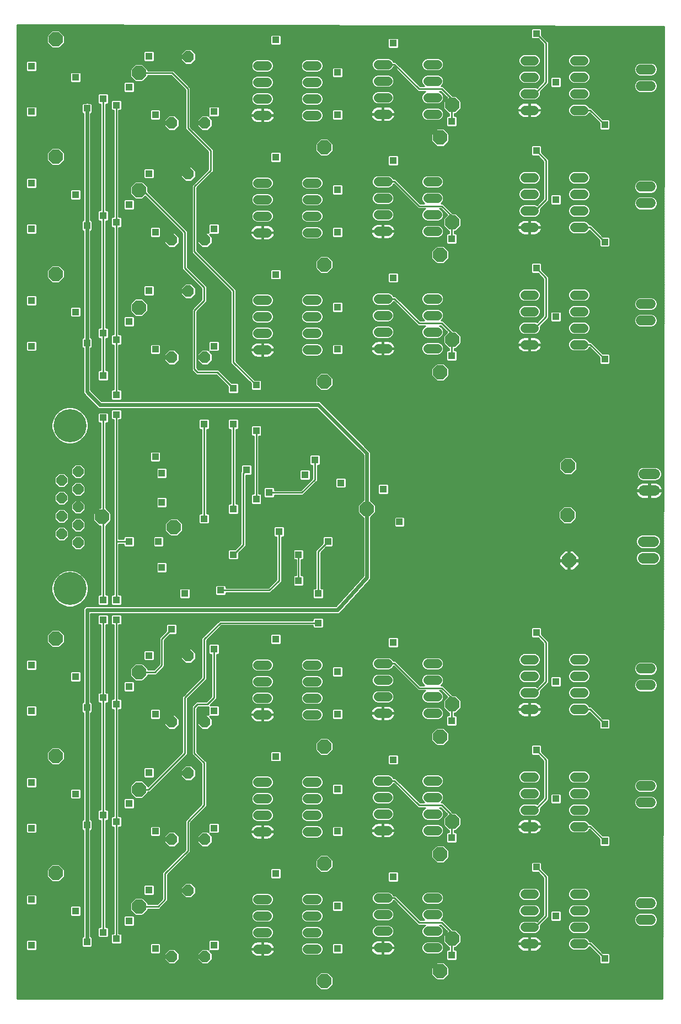
<source format=gbl>
G75*
%MOIN*%
%OFA0B0*%
%FSLAX25Y25*%
%IPPOS*%
%LPD*%
%AMOC8*
5,1,8,0,0,1.08239X$1,22.5*
%
%ADD10C,0.06400*%
%ADD11C,0.06000*%
%ADD12C,0.05600*%
%ADD13OC8,0.07000*%
%ADD14OC8,0.08500*%
%ADD15OC8,0.06400*%
%ADD16C,0.20000*%
%ADD17R,0.04362X0.04362*%
%ADD18C,0.01000*%
%ADD19C,0.02400*%
D10*
X0432080Y0391485D02*
X0438480Y0391485D01*
X0438480Y0401485D02*
X0432080Y0401485D01*
X0432631Y0432233D02*
X0439031Y0432233D01*
X0439031Y0442233D02*
X0432631Y0442233D01*
D11*
X0430783Y0535028D02*
X0436783Y0535028D01*
X0436783Y0545028D02*
X0430783Y0545028D01*
X0430783Y0605894D02*
X0436783Y0605894D01*
X0436783Y0615894D02*
X0430783Y0615894D01*
X0430783Y0676761D02*
X0436783Y0676761D01*
X0436783Y0686761D02*
X0430783Y0686761D01*
X0430783Y0324556D02*
X0436783Y0324556D01*
X0436783Y0314556D02*
X0430783Y0314556D01*
X0430783Y0253690D02*
X0436783Y0253690D01*
X0436783Y0243690D02*
X0430783Y0243690D01*
X0430783Y0182824D02*
X0436783Y0182824D01*
X0436783Y0172824D02*
X0430783Y0172824D01*
D12*
X0396269Y0168257D02*
X0390669Y0168257D01*
X0390669Y0158257D02*
X0396269Y0158257D01*
X0396269Y0178257D02*
X0390669Y0178257D01*
X0390669Y0188257D02*
X0396269Y0188257D01*
X0396269Y0229123D02*
X0390669Y0229123D01*
X0390669Y0239123D02*
X0396269Y0239123D01*
X0396269Y0249123D02*
X0390669Y0249123D01*
X0390669Y0259123D02*
X0396269Y0259123D01*
X0396269Y0299989D02*
X0390669Y0299989D01*
X0390669Y0309989D02*
X0396269Y0309989D01*
X0396269Y0319989D02*
X0390669Y0319989D01*
X0390669Y0329989D02*
X0396269Y0329989D01*
X0366269Y0329989D02*
X0360669Y0329989D01*
X0360669Y0319989D02*
X0366269Y0319989D01*
X0366269Y0309989D02*
X0360669Y0309989D01*
X0360669Y0299989D02*
X0366269Y0299989D01*
X0366269Y0259123D02*
X0360669Y0259123D01*
X0360669Y0249123D02*
X0366269Y0249123D01*
X0366269Y0239123D02*
X0360669Y0239123D01*
X0360669Y0229123D02*
X0366269Y0229123D01*
X0366269Y0188257D02*
X0360669Y0188257D01*
X0360669Y0178257D02*
X0366269Y0178257D01*
X0366269Y0168257D02*
X0360669Y0168257D01*
X0360669Y0158257D02*
X0366269Y0158257D01*
X0307686Y0155894D02*
X0302086Y0155894D01*
X0302086Y0165894D02*
X0307686Y0165894D01*
X0307686Y0175894D02*
X0302086Y0175894D01*
X0302086Y0185894D02*
X0307686Y0185894D01*
X0307686Y0226761D02*
X0302086Y0226761D01*
X0302086Y0236761D02*
X0307686Y0236761D01*
X0307686Y0246761D02*
X0302086Y0246761D01*
X0302086Y0256761D02*
X0307686Y0256761D01*
X0277686Y0256761D02*
X0272086Y0256761D01*
X0272086Y0246761D02*
X0277686Y0246761D01*
X0277686Y0236761D02*
X0272086Y0236761D01*
X0272086Y0226761D02*
X0277686Y0226761D01*
X0277686Y0185894D02*
X0272086Y0185894D01*
X0272086Y0175894D02*
X0277686Y0175894D01*
X0277686Y0165894D02*
X0272086Y0165894D01*
X0272086Y0155894D02*
X0277686Y0155894D01*
X0234851Y0155107D02*
X0229251Y0155107D01*
X0229251Y0165107D02*
X0234851Y0165107D01*
X0234851Y0175107D02*
X0229251Y0175107D01*
X0229251Y0185107D02*
X0234851Y0185107D01*
X0234851Y0225973D02*
X0229251Y0225973D01*
X0229251Y0235973D02*
X0234851Y0235973D01*
X0234851Y0245973D02*
X0229251Y0245973D01*
X0229251Y0255973D02*
X0234851Y0255973D01*
X0234851Y0296839D02*
X0229251Y0296839D01*
X0229251Y0306839D02*
X0234851Y0306839D01*
X0234851Y0316839D02*
X0229251Y0316839D01*
X0229251Y0326839D02*
X0234851Y0326839D01*
X0204851Y0326839D02*
X0199251Y0326839D01*
X0199251Y0316839D02*
X0204851Y0316839D01*
X0204851Y0306839D02*
X0199251Y0306839D01*
X0199251Y0296839D02*
X0204851Y0296839D01*
X0204851Y0255973D02*
X0199251Y0255973D01*
X0199251Y0245973D02*
X0204851Y0245973D01*
X0204851Y0235973D02*
X0199251Y0235973D01*
X0199251Y0225973D02*
X0204851Y0225973D01*
X0204851Y0185107D02*
X0199251Y0185107D01*
X0199251Y0175107D02*
X0204851Y0175107D01*
X0204851Y0165107D02*
X0199251Y0165107D01*
X0199251Y0155107D02*
X0204851Y0155107D01*
X0272086Y0297627D02*
X0277686Y0297627D01*
X0277686Y0307627D02*
X0272086Y0307627D01*
X0272086Y0317627D02*
X0277686Y0317627D01*
X0277686Y0327627D02*
X0272086Y0327627D01*
X0302086Y0327627D02*
X0307686Y0327627D01*
X0307686Y0317627D02*
X0302086Y0317627D01*
X0302086Y0307627D02*
X0307686Y0307627D01*
X0307686Y0297627D02*
X0302086Y0297627D01*
X0234851Y0517312D02*
X0229251Y0517312D01*
X0229251Y0527312D02*
X0234851Y0527312D01*
X0234851Y0537312D02*
X0229251Y0537312D01*
X0229251Y0547312D02*
X0234851Y0547312D01*
X0234851Y0588178D02*
X0229251Y0588178D01*
X0229251Y0598178D02*
X0234851Y0598178D01*
X0234851Y0608178D02*
X0229251Y0608178D01*
X0229251Y0618178D02*
X0234851Y0618178D01*
X0234851Y0659044D02*
X0229251Y0659044D01*
X0229251Y0669044D02*
X0234851Y0669044D01*
X0234851Y0679044D02*
X0229251Y0679044D01*
X0229251Y0689044D02*
X0234851Y0689044D01*
X0204851Y0689044D02*
X0199251Y0689044D01*
X0199251Y0679044D02*
X0204851Y0679044D01*
X0204851Y0669044D02*
X0199251Y0669044D01*
X0199251Y0659044D02*
X0204851Y0659044D01*
X0204851Y0618178D02*
X0199251Y0618178D01*
X0199251Y0608178D02*
X0204851Y0608178D01*
X0204851Y0598178D02*
X0199251Y0598178D01*
X0199251Y0588178D02*
X0204851Y0588178D01*
X0204851Y0547312D02*
X0199251Y0547312D01*
X0199251Y0537312D02*
X0204851Y0537312D01*
X0204851Y0527312D02*
X0199251Y0527312D01*
X0199251Y0517312D02*
X0204851Y0517312D01*
X0272086Y0518099D02*
X0277686Y0518099D01*
X0277686Y0528099D02*
X0272086Y0528099D01*
X0272086Y0538099D02*
X0277686Y0538099D01*
X0277686Y0548099D02*
X0272086Y0548099D01*
X0272086Y0588965D02*
X0277686Y0588965D01*
X0277686Y0598965D02*
X0272086Y0598965D01*
X0272086Y0608965D02*
X0277686Y0608965D01*
X0277686Y0618965D02*
X0272086Y0618965D01*
X0302086Y0618965D02*
X0307686Y0618965D01*
X0307686Y0608965D02*
X0302086Y0608965D01*
X0302086Y0598965D02*
X0307686Y0598965D01*
X0307686Y0588965D02*
X0302086Y0588965D01*
X0302086Y0548099D02*
X0307686Y0548099D01*
X0307686Y0538099D02*
X0302086Y0538099D01*
X0302086Y0528099D02*
X0307686Y0528099D01*
X0307686Y0518099D02*
X0302086Y0518099D01*
X0360669Y0520461D02*
X0366269Y0520461D01*
X0366269Y0530461D02*
X0360669Y0530461D01*
X0360669Y0540461D02*
X0366269Y0540461D01*
X0366269Y0550461D02*
X0360669Y0550461D01*
X0360669Y0591328D02*
X0366269Y0591328D01*
X0366269Y0601328D02*
X0360669Y0601328D01*
X0360669Y0611328D02*
X0366269Y0611328D01*
X0366269Y0621328D02*
X0360669Y0621328D01*
X0360669Y0662194D02*
X0366269Y0662194D01*
X0366269Y0672194D02*
X0360669Y0672194D01*
X0360669Y0682194D02*
X0366269Y0682194D01*
X0366269Y0692194D02*
X0360669Y0692194D01*
X0390669Y0692194D02*
X0396269Y0692194D01*
X0396269Y0682194D02*
X0390669Y0682194D01*
X0390669Y0672194D02*
X0396269Y0672194D01*
X0396269Y0662194D02*
X0390669Y0662194D01*
X0390669Y0621328D02*
X0396269Y0621328D01*
X0396269Y0611328D02*
X0390669Y0611328D01*
X0390669Y0601328D02*
X0396269Y0601328D01*
X0396269Y0591328D02*
X0390669Y0591328D01*
X0390669Y0550461D02*
X0396269Y0550461D01*
X0396269Y0540461D02*
X0390669Y0540461D01*
X0390669Y0530461D02*
X0396269Y0530461D01*
X0396269Y0520461D02*
X0390669Y0520461D01*
X0307686Y0659831D02*
X0302086Y0659831D01*
X0302086Y0669831D02*
X0307686Y0669831D01*
X0307686Y0679831D02*
X0302086Y0679831D01*
X0302086Y0689831D02*
X0307686Y0689831D01*
X0277686Y0689831D02*
X0272086Y0689831D01*
X0272086Y0679831D02*
X0277686Y0679831D01*
X0277686Y0669831D02*
X0272086Y0669831D01*
X0272086Y0659831D02*
X0277686Y0659831D01*
D13*
X0167287Y0654438D03*
X0147287Y0654438D03*
X0157287Y0623572D03*
X0147287Y0583572D03*
X0167287Y0583572D03*
X0157287Y0552706D03*
X0147287Y0512706D03*
X0167287Y0512706D03*
X0157287Y0694438D03*
X0157287Y0332233D03*
X0147287Y0292233D03*
X0167287Y0292233D03*
X0157287Y0261367D03*
X0147287Y0221367D03*
X0167287Y0221367D03*
X0157287Y0190501D03*
X0147287Y0150501D03*
X0167287Y0150501D03*
D14*
X0127366Y0180658D03*
X0127366Y0251524D03*
X0127366Y0322391D03*
X0077012Y0342706D03*
X0077012Y0271839D03*
X0077012Y0200973D03*
X0148587Y0409989D03*
X0105280Y0416209D03*
X0127366Y0542863D03*
X0127366Y0613729D03*
X0127366Y0684595D03*
X0077012Y0704910D03*
X0077012Y0634044D03*
X0077012Y0563178D03*
X0239335Y0568769D03*
X0239335Y0497902D03*
X0265004Y0421131D03*
X0309571Y0503808D03*
X0316815Y0523493D03*
X0309571Y0574674D03*
X0316815Y0594359D03*
X0309571Y0645540D03*
X0316815Y0665225D03*
X0239335Y0639635D03*
X0386933Y0447036D03*
X0386500Y0417509D03*
X0387366Y0389950D03*
X0316815Y0303020D03*
X0309571Y0283335D03*
X0316815Y0232154D03*
X0309571Y0212469D03*
X0316815Y0161288D03*
X0309571Y0141603D03*
X0239335Y0135698D03*
X0239335Y0206564D03*
X0239335Y0277430D03*
D15*
X0090673Y0400633D03*
X0090673Y0411433D03*
X0090673Y0422233D03*
X0090673Y0433033D03*
X0090673Y0443833D03*
X0080673Y0438433D03*
X0080673Y0427633D03*
X0080673Y0416833D03*
X0080673Y0406033D03*
D16*
X0085673Y0372933D03*
X0085673Y0471533D03*
D17*
X0105831Y0476209D03*
X0113705Y0478178D03*
X0113705Y0489989D03*
X0105831Y0501800D03*
X0095988Y0521485D03*
X0105831Y0527391D03*
X0113705Y0523454D03*
X0121579Y0534280D03*
X0133390Y0552981D03*
X0137327Y0517548D03*
X0166854Y0472272D03*
X0184571Y0472272D03*
X0198350Y0468335D03*
X0192445Y0444713D03*
X0198350Y0426997D03*
X0206224Y0430934D03*
X0212130Y0407312D03*
X0223941Y0393532D03*
X0223941Y0377784D03*
X0235752Y0369910D03*
X0235752Y0352194D03*
X0247563Y0322666D03*
X0247563Y0297076D03*
X0247563Y0251800D03*
X0247563Y0226209D03*
X0247563Y0180934D03*
X0247563Y0155343D03*
X0281028Y0198650D03*
X0316461Y0222272D03*
X0281028Y0269517D03*
X0316461Y0293139D03*
X0281028Y0340383D03*
X0241657Y0401406D03*
X0249531Y0436839D03*
X0233783Y0450619D03*
X0227878Y0441761D03*
X0198350Y0495894D03*
X0184571Y0493926D03*
X0172760Y0519517D03*
X0184571Y0562824D03*
X0172760Y0590383D03*
X0184571Y0633690D03*
X0172760Y0661249D03*
X0184571Y0704556D03*
X0210161Y0704556D03*
X0247563Y0684871D03*
X0247563Y0659280D03*
X0247563Y0614005D03*
X0247563Y0588414D03*
X0247563Y0543139D03*
X0247563Y0517548D03*
X0281028Y0560855D03*
X0316461Y0584477D03*
X0281028Y0631721D03*
X0316461Y0655343D03*
X0281028Y0702587D03*
X0210161Y0633690D03*
X0210161Y0562824D03*
X0137327Y0588414D03*
X0121579Y0605146D03*
X0113705Y0594320D03*
X0105831Y0598257D03*
X0095988Y0592351D03*
X0089098Y0611052D03*
X0062524Y0617942D03*
X0062524Y0590383D03*
X0062524Y0547076D03*
X0062524Y0519517D03*
X0089098Y0540186D03*
X0133390Y0623847D03*
X0137327Y0659280D03*
X0121579Y0676013D03*
X0113705Y0665186D03*
X0105831Y0669123D03*
X0095988Y0663217D03*
X0089098Y0681918D03*
X0062524Y0688808D03*
X0062524Y0661249D03*
X0133390Y0694713D03*
X0137327Y0452587D03*
X0141264Y0442745D03*
X0141264Y0425028D03*
X0139295Y0401406D03*
X0141264Y0385658D03*
X0155043Y0369910D03*
X0147169Y0348257D03*
X0133390Y0332509D03*
X0121579Y0313808D03*
X0113705Y0302981D03*
X0105831Y0306918D03*
X0095988Y0301013D03*
X0089098Y0319713D03*
X0105831Y0354162D03*
X0113705Y0354162D03*
X0113705Y0365973D03*
X0105831Y0365973D03*
X0121579Y0401406D03*
X0166854Y0415186D03*
X0184571Y0421091D03*
X0184571Y0393532D03*
X0176697Y0371879D03*
X0184571Y0342351D03*
X0172760Y0336446D03*
X0172760Y0299044D03*
X0184571Y0271485D03*
X0210161Y0271485D03*
X0172760Y0228178D03*
X0184571Y0200619D03*
X0210161Y0200619D03*
X0172760Y0157312D03*
X0137327Y0155343D03*
X0121579Y0172076D03*
X0113705Y0161249D03*
X0105831Y0165186D03*
X0095988Y0159280D03*
X0089098Y0177981D03*
X0062524Y0184871D03*
X0062524Y0157312D03*
X0062524Y0228178D03*
X0062524Y0255737D03*
X0089098Y0248847D03*
X0095988Y0230146D03*
X0105831Y0236052D03*
X0113705Y0232115D03*
X0121579Y0242942D03*
X0133390Y0261643D03*
X0137327Y0297076D03*
X0137327Y0226209D03*
X0133390Y0190776D03*
X0062524Y0299044D03*
X0062524Y0326603D03*
X0210161Y0342351D03*
X0275201Y0432981D03*
X0284965Y0413217D03*
X0316461Y0513611D03*
X0367642Y0566761D03*
X0379453Y0537233D03*
X0408980Y0511643D03*
X0408980Y0582509D03*
X0379453Y0608099D03*
X0367642Y0637627D03*
X0379453Y0678965D03*
X0367642Y0708493D03*
X0408980Y0653375D03*
X0367642Y0346288D03*
X0379453Y0316761D03*
X0367642Y0275422D03*
X0379453Y0245894D03*
X0408980Y0220304D03*
X0379453Y0175028D03*
X0367642Y0204556D03*
X0408980Y0149438D03*
X0316461Y0151406D03*
X0408980Y0291170D03*
D18*
X0053781Y0124947D02*
X0053781Y0713610D01*
X0444965Y0712553D01*
X0443906Y0124947D01*
X0053781Y0124947D01*
X0053781Y0125844D02*
X0443908Y0125844D01*
X0443909Y0126843D02*
X0053781Y0126843D01*
X0053781Y0127841D02*
X0443911Y0127841D01*
X0443913Y0128840D02*
X0053781Y0128840D01*
X0053781Y0129838D02*
X0443915Y0129838D01*
X0443917Y0130837D02*
X0242040Y0130837D01*
X0241551Y0130348D02*
X0244685Y0133482D01*
X0244685Y0137914D01*
X0241551Y0141048D01*
X0237119Y0141048D01*
X0233985Y0137914D01*
X0233985Y0133482D01*
X0237119Y0130348D01*
X0241551Y0130348D01*
X0243038Y0131835D02*
X0443918Y0131835D01*
X0443920Y0132834D02*
X0244037Y0132834D01*
X0244685Y0133832D02*
X0443922Y0133832D01*
X0443924Y0134831D02*
X0244685Y0134831D01*
X0244685Y0135829D02*
X0443926Y0135829D01*
X0443927Y0136828D02*
X0312362Y0136828D01*
X0311787Y0136253D02*
X0314921Y0139387D01*
X0314921Y0143819D01*
X0311787Y0146953D01*
X0307355Y0146953D01*
X0304221Y0143819D01*
X0304221Y0139387D01*
X0307355Y0136253D01*
X0311787Y0136253D01*
X0313360Y0137826D02*
X0443929Y0137826D01*
X0443931Y0138825D02*
X0314359Y0138825D01*
X0314921Y0139823D02*
X0443933Y0139823D01*
X0443935Y0140822D02*
X0314921Y0140822D01*
X0314921Y0141820D02*
X0443936Y0141820D01*
X0443938Y0142819D02*
X0314921Y0142819D01*
X0314921Y0143817D02*
X0443940Y0143817D01*
X0443942Y0144816D02*
X0313924Y0144816D01*
X0312926Y0145814D02*
X0443944Y0145814D01*
X0443945Y0146813D02*
X0412261Y0146813D01*
X0412261Y0146801D02*
X0411617Y0146157D01*
X0406344Y0146157D01*
X0405699Y0146801D01*
X0405699Y0150456D01*
X0399731Y0156424D01*
X0399575Y0156048D01*
X0398478Y0154950D01*
X0397044Y0154357D01*
X0389893Y0154357D01*
X0388459Y0154950D01*
X0387362Y0156048D01*
X0386769Y0157481D01*
X0386769Y0159032D01*
X0387362Y0160466D01*
X0388459Y0161563D01*
X0389893Y0162157D01*
X0397044Y0162157D01*
X0398478Y0161563D01*
X0399575Y0160466D01*
X0399827Y0159857D01*
X0400824Y0159857D01*
X0401761Y0158919D01*
X0407962Y0152719D01*
X0411617Y0152719D01*
X0412261Y0152075D01*
X0412261Y0146801D01*
X0412261Y0147812D02*
X0443947Y0147812D01*
X0443949Y0148810D02*
X0412261Y0148810D01*
X0412261Y0149809D02*
X0443951Y0149809D01*
X0443953Y0150807D02*
X0412261Y0150807D01*
X0412261Y0151806D02*
X0443954Y0151806D01*
X0443956Y0152804D02*
X0407877Y0152804D01*
X0406878Y0153803D02*
X0443958Y0153803D01*
X0443960Y0154801D02*
X0405880Y0154801D01*
X0404881Y0155800D02*
X0443962Y0155800D01*
X0443963Y0156798D02*
X0403883Y0156798D01*
X0402884Y0157797D02*
X0443965Y0157797D01*
X0443967Y0158795D02*
X0401886Y0158795D01*
X0400887Y0159794D02*
X0443969Y0159794D01*
X0443971Y0160792D02*
X0399248Y0160792D01*
X0397928Y0161791D02*
X0443972Y0161791D01*
X0443974Y0162789D02*
X0322165Y0162789D01*
X0322165Y0163504D02*
X0319031Y0166638D01*
X0317271Y0166638D01*
X0311218Y0172691D01*
X0309998Y0172691D01*
X0310992Y0173685D01*
X0311586Y0175119D01*
X0311586Y0176670D01*
X0310992Y0178104D01*
X0309895Y0179201D01*
X0308462Y0179794D01*
X0301310Y0179794D01*
X0299877Y0179201D01*
X0298780Y0178104D01*
X0298186Y0176670D01*
X0298186Y0175119D01*
X0298780Y0173685D01*
X0299774Y0172691D01*
X0297438Y0172691D01*
X0283572Y0186557D01*
X0282635Y0187494D01*
X0281244Y0187494D01*
X0280992Y0188104D01*
X0279895Y0189201D01*
X0278462Y0189794D01*
X0271310Y0189794D01*
X0269877Y0189201D01*
X0268780Y0188104D01*
X0268186Y0186670D01*
X0268186Y0185119D01*
X0268780Y0183685D01*
X0269877Y0182588D01*
X0271310Y0181994D01*
X0278462Y0181994D01*
X0279895Y0182588D01*
X0280992Y0183685D01*
X0281244Y0184294D01*
X0281310Y0184294D01*
X0296113Y0169491D01*
X0300578Y0169491D01*
X0299877Y0169201D01*
X0298780Y0168104D01*
X0298186Y0166670D01*
X0298186Y0165119D01*
X0298780Y0163685D01*
X0299877Y0162588D01*
X0301310Y0161994D01*
X0308462Y0161994D01*
X0309895Y0162588D01*
X0310992Y0163685D01*
X0311586Y0165119D01*
X0311586Y0166670D01*
X0310992Y0168104D01*
X0309895Y0169201D01*
X0309193Y0169491D01*
X0309892Y0169491D01*
X0313672Y0165711D01*
X0311465Y0163504D01*
X0311465Y0159072D01*
X0314599Y0155938D01*
X0314861Y0155938D01*
X0314861Y0154687D01*
X0313824Y0154687D01*
X0313180Y0154043D01*
X0313180Y0148770D01*
X0313824Y0148125D01*
X0319097Y0148125D01*
X0319742Y0148770D01*
X0319742Y0154043D01*
X0319097Y0154687D01*
X0318061Y0154687D01*
X0318061Y0155938D01*
X0319031Y0155938D01*
X0322165Y0159072D01*
X0322165Y0163504D01*
X0321881Y0163788D02*
X0443976Y0163788D01*
X0443978Y0164786D02*
X0398081Y0164786D01*
X0398478Y0164950D02*
X0399575Y0166048D01*
X0400168Y0167481D01*
X0400168Y0169032D01*
X0399575Y0170466D01*
X0398478Y0171563D01*
X0397044Y0172157D01*
X0389893Y0172157D01*
X0388459Y0171563D01*
X0387362Y0170466D01*
X0386769Y0169032D01*
X0386769Y0167481D01*
X0387362Y0166048D01*
X0388459Y0164950D01*
X0389893Y0164357D01*
X0397044Y0164357D01*
X0398478Y0164950D01*
X0399312Y0165785D02*
X0443980Y0165785D01*
X0443981Y0166783D02*
X0399879Y0166783D01*
X0400168Y0167782D02*
X0443983Y0167782D01*
X0443985Y0168780D02*
X0437736Y0168780D01*
X0437599Y0168724D02*
X0439106Y0169348D01*
X0440259Y0170501D01*
X0440883Y0172008D01*
X0440883Y0173639D01*
X0440259Y0175146D01*
X0439106Y0176299D01*
X0437599Y0176924D01*
X0429968Y0176924D01*
X0428461Y0176299D01*
X0427308Y0175146D01*
X0426683Y0173639D01*
X0426683Y0172008D01*
X0427308Y0170501D01*
X0428461Y0169348D01*
X0429968Y0168724D01*
X0437599Y0168724D01*
X0439537Y0169779D02*
X0443987Y0169779D01*
X0443989Y0170777D02*
X0440374Y0170777D01*
X0440787Y0171776D02*
X0443990Y0171776D01*
X0443992Y0172774D02*
X0440883Y0172774D01*
X0440828Y0173773D02*
X0443994Y0173773D01*
X0443996Y0174771D02*
X0440415Y0174771D01*
X0439636Y0175770D02*
X0443998Y0175770D01*
X0443999Y0176768D02*
X0437974Y0176768D01*
X0437599Y0178724D02*
X0439106Y0179348D01*
X0440259Y0180501D01*
X0440883Y0182008D01*
X0440883Y0183639D01*
X0440259Y0185146D01*
X0439106Y0186299D01*
X0437599Y0186924D01*
X0429968Y0186924D01*
X0428461Y0186299D01*
X0427308Y0185146D01*
X0426683Y0183639D01*
X0426683Y0182008D01*
X0427308Y0180501D01*
X0428461Y0179348D01*
X0429968Y0178724D01*
X0437599Y0178724D01*
X0437700Y0178765D02*
X0444003Y0178765D01*
X0444001Y0177767D02*
X0400168Y0177767D01*
X0400168Y0177481D02*
X0400168Y0179032D01*
X0399575Y0180466D01*
X0398478Y0181563D01*
X0397044Y0182157D01*
X0389893Y0182157D01*
X0388459Y0181563D01*
X0387362Y0180466D01*
X0386769Y0179032D01*
X0386769Y0177481D01*
X0387362Y0176048D01*
X0388459Y0174950D01*
X0389893Y0174357D01*
X0397044Y0174357D01*
X0398478Y0174950D01*
X0399575Y0176048D01*
X0400168Y0177481D01*
X0399873Y0176768D02*
X0429593Y0176768D01*
X0427931Y0175770D02*
X0399297Y0175770D01*
X0398045Y0174771D02*
X0427152Y0174771D01*
X0426739Y0173773D02*
X0382734Y0173773D01*
X0382734Y0174771D02*
X0388892Y0174771D01*
X0387640Y0175770D02*
X0382734Y0175770D01*
X0382734Y0176768D02*
X0387064Y0176768D01*
X0386769Y0177767D02*
X0382632Y0177767D01*
X0382734Y0177665D02*
X0382089Y0178309D01*
X0376816Y0178309D01*
X0376172Y0177665D01*
X0376172Y0172392D01*
X0376816Y0171747D01*
X0382089Y0171747D01*
X0382734Y0172392D01*
X0382734Y0177665D01*
X0386769Y0178765D02*
X0375147Y0178765D01*
X0375147Y0177767D02*
X0376273Y0177767D01*
X0376172Y0176768D02*
X0375147Y0176768D01*
X0375147Y0175770D02*
X0376172Y0175770D01*
X0376172Y0174771D02*
X0375147Y0174771D01*
X0375147Y0174366D02*
X0375147Y0199313D01*
X0374210Y0200250D01*
X0370923Y0203538D01*
X0370923Y0207193D01*
X0370278Y0207837D01*
X0365005Y0207837D01*
X0364361Y0207193D01*
X0364361Y0201919D01*
X0365005Y0201275D01*
X0368660Y0201275D01*
X0371947Y0197988D01*
X0371947Y0175691D01*
X0368012Y0171756D01*
X0367044Y0172157D01*
X0359893Y0172157D01*
X0358459Y0171563D01*
X0357362Y0170466D01*
X0356769Y0169032D01*
X0356769Y0167481D01*
X0357362Y0166048D01*
X0358459Y0164950D01*
X0359893Y0164357D01*
X0367044Y0164357D01*
X0368478Y0164950D01*
X0369575Y0166048D01*
X0370168Y0167481D01*
X0370168Y0169032D01*
X0370065Y0169283D01*
X0375147Y0174366D01*
X0374554Y0173773D02*
X0376172Y0173773D01*
X0376172Y0172774D02*
X0373556Y0172774D01*
X0372557Y0171776D02*
X0376787Y0171776D01*
X0373547Y0175028D02*
X0366776Y0168257D01*
X0363469Y0168257D01*
X0363769Y0162757D02*
X0363769Y0158557D01*
X0370768Y0158557D01*
X0370768Y0158611D01*
X0370658Y0159310D01*
X0370439Y0159984D01*
X0370117Y0160615D01*
X0369701Y0161188D01*
X0369200Y0161689D01*
X0368627Y0162105D01*
X0367996Y0162427D01*
X0367322Y0162646D01*
X0366623Y0162757D01*
X0363769Y0162757D01*
X0363168Y0162757D02*
X0360314Y0162757D01*
X0359615Y0162646D01*
X0358941Y0162427D01*
X0358310Y0162105D01*
X0357737Y0161689D01*
X0357236Y0161188D01*
X0356820Y0160615D01*
X0356498Y0159984D01*
X0356279Y0159310D01*
X0356169Y0158611D01*
X0356169Y0158557D01*
X0363168Y0158557D01*
X0363168Y0157957D01*
X0356169Y0157957D01*
X0356169Y0157903D01*
X0356279Y0157203D01*
X0356498Y0156529D01*
X0356820Y0155898D01*
X0357236Y0155325D01*
X0357737Y0154824D01*
X0358310Y0154408D01*
X0358941Y0154086D01*
X0359615Y0153867D01*
X0360314Y0153757D01*
X0363168Y0153757D01*
X0363168Y0157957D01*
X0363769Y0157957D01*
X0363769Y0158557D01*
X0363168Y0158557D01*
X0363168Y0162757D01*
X0363168Y0161791D02*
X0363769Y0161791D01*
X0363769Y0160792D02*
X0363168Y0160792D01*
X0363168Y0159794D02*
X0363769Y0159794D01*
X0363769Y0158795D02*
X0363168Y0158795D01*
X0363168Y0157797D02*
X0363769Y0157797D01*
X0363769Y0157957D02*
X0363769Y0153757D01*
X0366623Y0153757D01*
X0367322Y0153867D01*
X0367996Y0154086D01*
X0368627Y0154408D01*
X0369200Y0154824D01*
X0369701Y0155325D01*
X0370117Y0155898D01*
X0370439Y0156529D01*
X0370658Y0157203D01*
X0370768Y0157903D01*
X0370768Y0157957D01*
X0363769Y0157957D01*
X0363769Y0156798D02*
X0363168Y0156798D01*
X0363168Y0155800D02*
X0363769Y0155800D01*
X0363769Y0154801D02*
X0363168Y0154801D01*
X0363168Y0153803D02*
X0363769Y0153803D01*
X0366912Y0153803D02*
X0402353Y0153803D01*
X0401354Y0154801D02*
X0398117Y0154801D01*
X0399327Y0155800D02*
X0400356Y0155800D01*
X0400161Y0158257D02*
X0393469Y0158257D01*
X0389009Y0161791D02*
X0369060Y0161791D01*
X0369989Y0160792D02*
X0387689Y0160792D01*
X0387084Y0159794D02*
X0370501Y0159794D01*
X0370739Y0158795D02*
X0386769Y0158795D01*
X0386769Y0157797D02*
X0370752Y0157797D01*
X0370526Y0156798D02*
X0387051Y0156798D01*
X0387610Y0155800D02*
X0370046Y0155800D01*
X0369168Y0154801D02*
X0388820Y0154801D01*
X0388856Y0164786D02*
X0368081Y0164786D01*
X0369312Y0165785D02*
X0387625Y0165785D01*
X0387057Y0166783D02*
X0369879Y0166783D01*
X0370168Y0167782D02*
X0386769Y0167782D01*
X0386769Y0168780D02*
X0370168Y0168780D01*
X0370560Y0169779D02*
X0387078Y0169779D01*
X0387674Y0170777D02*
X0371559Y0170777D01*
X0369030Y0172774D02*
X0310081Y0172774D01*
X0311028Y0173773D02*
X0370029Y0173773D01*
X0371027Y0174771D02*
X0368045Y0174771D01*
X0368478Y0174950D02*
X0369575Y0176048D01*
X0370168Y0177481D01*
X0370168Y0179032D01*
X0369575Y0180466D01*
X0368478Y0181563D01*
X0367044Y0182157D01*
X0359893Y0182157D01*
X0358459Y0181563D01*
X0357362Y0180466D01*
X0356769Y0179032D01*
X0356769Y0177481D01*
X0357362Y0176048D01*
X0358459Y0174950D01*
X0359893Y0174357D01*
X0367044Y0174357D01*
X0368478Y0174950D01*
X0369297Y0175770D02*
X0371947Y0175770D01*
X0371947Y0176768D02*
X0369873Y0176768D01*
X0370168Y0177767D02*
X0371947Y0177767D01*
X0371947Y0178765D02*
X0370168Y0178765D01*
X0369866Y0179764D02*
X0371947Y0179764D01*
X0371947Y0180762D02*
X0369278Y0180762D01*
X0368000Y0181761D02*
X0371947Y0181761D01*
X0371947Y0182759D02*
X0310066Y0182759D01*
X0309895Y0182588D02*
X0310992Y0183685D01*
X0311586Y0185119D01*
X0311586Y0186670D01*
X0310992Y0188104D01*
X0309895Y0189201D01*
X0308462Y0189794D01*
X0301310Y0189794D01*
X0299877Y0189201D01*
X0298780Y0188104D01*
X0298186Y0186670D01*
X0298186Y0185119D01*
X0298780Y0183685D01*
X0299877Y0182588D01*
X0301310Y0181994D01*
X0308462Y0181994D01*
X0309895Y0182588D01*
X0311022Y0183758D02*
X0371947Y0183758D01*
X0371947Y0184756D02*
X0368009Y0184756D01*
X0368478Y0184950D02*
X0367044Y0184357D01*
X0359893Y0184357D01*
X0358459Y0184950D01*
X0357362Y0186048D01*
X0356769Y0187481D01*
X0356769Y0189032D01*
X0357362Y0190466D01*
X0358459Y0191563D01*
X0359893Y0192157D01*
X0367044Y0192157D01*
X0368478Y0191563D01*
X0369575Y0190466D01*
X0370168Y0189032D01*
X0370168Y0187481D01*
X0369575Y0186048D01*
X0368478Y0184950D01*
X0369282Y0185755D02*
X0371947Y0185755D01*
X0371947Y0186753D02*
X0369867Y0186753D01*
X0370168Y0187752D02*
X0371947Y0187752D01*
X0371947Y0188750D02*
X0370168Y0188750D01*
X0369872Y0189749D02*
X0371947Y0189749D01*
X0371947Y0190748D02*
X0369293Y0190748D01*
X0368036Y0191746D02*
X0371947Y0191746D01*
X0371947Y0192745D02*
X0161549Y0192745D01*
X0161887Y0192406D02*
X0159193Y0195101D01*
X0155382Y0195101D01*
X0152687Y0192406D01*
X0152687Y0188595D01*
X0155382Y0185901D01*
X0159193Y0185901D01*
X0161887Y0188595D01*
X0161887Y0192406D01*
X0161887Y0191746D02*
X0358901Y0191746D01*
X0357644Y0190748D02*
X0161887Y0190748D01*
X0161887Y0189749D02*
X0271200Y0189749D01*
X0269426Y0188750D02*
X0236246Y0188750D01*
X0235627Y0189007D02*
X0237060Y0188413D01*
X0238157Y0187316D01*
X0238751Y0185883D01*
X0238751Y0184331D01*
X0238157Y0182898D01*
X0237060Y0181801D01*
X0235627Y0181207D01*
X0228475Y0181207D01*
X0227042Y0181801D01*
X0225945Y0182898D01*
X0225351Y0184331D01*
X0225351Y0185883D01*
X0225945Y0187316D01*
X0227042Y0188413D01*
X0228475Y0189007D01*
X0235627Y0189007D01*
X0237722Y0187752D02*
X0268634Y0187752D01*
X0268220Y0186753D02*
X0238391Y0186753D01*
X0238751Y0185755D02*
X0268186Y0185755D01*
X0268336Y0184756D02*
X0238751Y0184756D01*
X0238514Y0183758D02*
X0244469Y0183758D01*
X0244282Y0183571D02*
X0244282Y0178297D01*
X0244926Y0177653D01*
X0250200Y0177653D01*
X0250844Y0178297D01*
X0250844Y0183571D01*
X0250200Y0184215D01*
X0244926Y0184215D01*
X0244282Y0183571D01*
X0244282Y0182759D02*
X0238019Y0182759D01*
X0236964Y0181761D02*
X0244282Y0181761D01*
X0244282Y0180762D02*
X0141387Y0180762D01*
X0140620Y0179996D02*
X0144832Y0184208D01*
X0144832Y0199956D01*
X0158612Y0213736D01*
X0158612Y0231452D01*
X0168454Y0241295D01*
X0168454Y0268211D01*
X0167517Y0269148D01*
X0162549Y0274116D01*
X0162549Y0300350D01*
X0163580Y0301381D01*
X0169479Y0301381D01*
X0169479Y0296547D01*
X0169193Y0296833D01*
X0165382Y0296833D01*
X0162687Y0294138D01*
X0162687Y0290328D01*
X0165382Y0287633D01*
X0169193Y0287633D01*
X0171887Y0290328D01*
X0171887Y0294138D01*
X0170263Y0295763D01*
X0175397Y0295763D01*
X0176041Y0296407D01*
X0176041Y0301681D01*
X0175397Y0302325D01*
X0170430Y0302325D01*
X0174360Y0306255D01*
X0174360Y0333165D01*
X0175397Y0333165D01*
X0176041Y0333809D01*
X0176041Y0339082D01*
X0175397Y0339727D01*
X0170123Y0339727D01*
X0169479Y0339082D01*
X0169479Y0333809D01*
X0170123Y0333165D01*
X0171160Y0333165D01*
X0171160Y0307581D01*
X0168160Y0304581D01*
X0162255Y0304581D01*
X0160286Y0302613D01*
X0159349Y0301675D01*
X0159349Y0272791D01*
X0165254Y0266885D01*
X0165254Y0242620D01*
X0156349Y0233715D01*
X0155412Y0232778D01*
X0155412Y0215061D01*
X0142570Y0202219D01*
X0141632Y0201282D01*
X0141632Y0185534D01*
X0138357Y0182258D01*
X0132716Y0182258D01*
X0132716Y0182874D01*
X0129582Y0186008D01*
X0125150Y0186008D01*
X0122016Y0182874D01*
X0122016Y0178442D01*
X0125150Y0175308D01*
X0129582Y0175308D01*
X0132716Y0178442D01*
X0132716Y0179058D01*
X0139682Y0179058D01*
X0140620Y0179996D01*
X0140388Y0179764D02*
X0244282Y0179764D01*
X0244282Y0178765D02*
X0236210Y0178765D01*
X0235627Y0179007D02*
X0237060Y0178413D01*
X0238157Y0177316D01*
X0238751Y0175883D01*
X0238751Y0174331D01*
X0238157Y0172898D01*
X0237060Y0171801D01*
X0235627Y0171207D01*
X0228475Y0171207D01*
X0227042Y0171801D01*
X0225945Y0172898D01*
X0225351Y0174331D01*
X0225351Y0175883D01*
X0225945Y0177316D01*
X0227042Y0178413D01*
X0228475Y0179007D01*
X0235627Y0179007D01*
X0237707Y0177767D02*
X0244812Y0177767D01*
X0250314Y0177767D02*
X0268640Y0177767D01*
X0268780Y0178104D02*
X0268186Y0176670D01*
X0268186Y0175119D01*
X0268780Y0173685D01*
X0269877Y0172588D01*
X0271310Y0171994D01*
X0278462Y0171994D01*
X0279895Y0172588D01*
X0280992Y0173685D01*
X0281586Y0175119D01*
X0281586Y0176670D01*
X0280992Y0178104D01*
X0279895Y0179201D01*
X0278462Y0179794D01*
X0271310Y0179794D01*
X0269877Y0179201D01*
X0268780Y0178104D01*
X0269441Y0178765D02*
X0250844Y0178765D01*
X0250844Y0179764D02*
X0271236Y0179764D01*
X0269705Y0182759D02*
X0250844Y0182759D01*
X0250844Y0181761D02*
X0283843Y0181761D01*
X0282845Y0182759D02*
X0280066Y0182759D01*
X0281022Y0183758D02*
X0281846Y0183758D01*
X0281972Y0185894D02*
X0274886Y0185894D01*
X0278571Y0189749D02*
X0301200Y0189749D01*
X0299426Y0188750D02*
X0280345Y0188750D01*
X0281138Y0187752D02*
X0298634Y0187752D01*
X0298220Y0186753D02*
X0283376Y0186753D01*
X0284375Y0185755D02*
X0298186Y0185755D01*
X0298336Y0184756D02*
X0285373Y0184756D01*
X0286372Y0183758D02*
X0298749Y0183758D01*
X0299705Y0182759D02*
X0287370Y0182759D01*
X0288369Y0181761D02*
X0358937Y0181761D01*
X0357659Y0180762D02*
X0289367Y0180762D01*
X0290366Y0179764D02*
X0301236Y0179764D01*
X0299441Y0178765D02*
X0291364Y0178765D01*
X0292363Y0177767D02*
X0298640Y0177767D01*
X0298226Y0176768D02*
X0293361Y0176768D01*
X0294360Y0175770D02*
X0298186Y0175770D01*
X0298330Y0174771D02*
X0295358Y0174771D01*
X0296357Y0173773D02*
X0298743Y0173773D01*
X0299691Y0172774D02*
X0297355Y0172774D01*
X0296776Y0171091D02*
X0281972Y0185894D01*
X0284842Y0180762D02*
X0250844Y0180762D01*
X0250657Y0183758D02*
X0268749Y0183758D01*
X0268226Y0176768D02*
X0238384Y0176768D01*
X0238751Y0175770D02*
X0268186Y0175770D01*
X0268330Y0174771D02*
X0238751Y0174771D01*
X0238520Y0173773D02*
X0268743Y0173773D01*
X0269691Y0172774D02*
X0238034Y0172774D01*
X0237000Y0171776D02*
X0293828Y0171776D01*
X0292830Y0172774D02*
X0280081Y0172774D01*
X0281028Y0173773D02*
X0291831Y0173773D01*
X0290833Y0174771D02*
X0281442Y0174771D01*
X0281586Y0175770D02*
X0289834Y0175770D01*
X0288836Y0176768D02*
X0281545Y0176768D01*
X0281132Y0177767D02*
X0287837Y0177767D01*
X0286839Y0178765D02*
X0280330Y0178765D01*
X0278535Y0179764D02*
X0285840Y0179764D01*
X0279895Y0169201D02*
X0278462Y0169794D01*
X0271310Y0169794D01*
X0269877Y0169201D01*
X0268780Y0168104D01*
X0268186Y0166670D01*
X0268186Y0165119D01*
X0268780Y0163685D01*
X0269877Y0162588D01*
X0271310Y0161994D01*
X0278462Y0161994D01*
X0279895Y0162588D01*
X0280992Y0163685D01*
X0281586Y0165119D01*
X0281586Y0166670D01*
X0280992Y0168104D01*
X0279895Y0169201D01*
X0280315Y0168780D02*
X0299456Y0168780D01*
X0298646Y0167782D02*
X0281125Y0167782D01*
X0281539Y0166783D02*
X0298233Y0166783D01*
X0298186Y0165785D02*
X0281586Y0165785D01*
X0281448Y0164786D02*
X0298324Y0164786D01*
X0298737Y0163788D02*
X0281034Y0163788D01*
X0280096Y0162789D02*
X0299676Y0162789D01*
X0301308Y0159794D02*
X0279945Y0159794D01*
X0280044Y0159743D02*
X0279413Y0160065D01*
X0278740Y0160284D01*
X0278040Y0160394D01*
X0275186Y0160394D01*
X0275186Y0156195D01*
X0274586Y0156195D01*
X0274586Y0160394D01*
X0271732Y0160394D01*
X0271032Y0160284D01*
X0270358Y0160065D01*
X0269727Y0159743D01*
X0269154Y0159327D01*
X0268653Y0158826D01*
X0268237Y0158253D01*
X0267916Y0157622D01*
X0267697Y0156948D01*
X0267586Y0156249D01*
X0267586Y0156194D01*
X0274586Y0156194D01*
X0274586Y0155594D01*
X0275186Y0155594D01*
X0275186Y0151394D01*
X0278040Y0151394D01*
X0278740Y0151505D01*
X0279413Y0151724D01*
X0280044Y0152046D01*
X0280617Y0152462D01*
X0281118Y0152963D01*
X0281535Y0153536D01*
X0281856Y0154167D01*
X0282075Y0154841D01*
X0282186Y0155540D01*
X0282186Y0155594D01*
X0275186Y0155594D01*
X0275186Y0156194D01*
X0282186Y0156194D01*
X0282186Y0156249D01*
X0282075Y0156948D01*
X0281856Y0157622D01*
X0281535Y0158253D01*
X0281118Y0158826D01*
X0280617Y0159327D01*
X0280044Y0159743D01*
X0281141Y0158795D02*
X0299471Y0158795D01*
X0299877Y0159201D02*
X0298780Y0158104D01*
X0298186Y0156670D01*
X0298186Y0155119D01*
X0298780Y0153685D01*
X0299877Y0152588D01*
X0301310Y0151994D01*
X0308462Y0151994D01*
X0309895Y0152588D01*
X0310992Y0153685D01*
X0311586Y0155119D01*
X0311586Y0156670D01*
X0310992Y0158104D01*
X0309895Y0159201D01*
X0308462Y0159794D01*
X0301310Y0159794D01*
X0299877Y0159201D01*
X0298652Y0157797D02*
X0281767Y0157797D01*
X0282099Y0156798D02*
X0298239Y0156798D01*
X0298186Y0155800D02*
X0275186Y0155800D01*
X0274586Y0155800D02*
X0250844Y0155800D01*
X0250844Y0156798D02*
X0267673Y0156798D01*
X0268005Y0157797D02*
X0250844Y0157797D01*
X0250844Y0157980D02*
X0250200Y0158624D01*
X0244926Y0158624D01*
X0244282Y0157980D01*
X0244282Y0152707D01*
X0244926Y0152062D01*
X0250200Y0152062D01*
X0250844Y0152707D01*
X0250844Y0157980D01*
X0250844Y0154801D02*
X0267709Y0154801D01*
X0267697Y0154841D02*
X0267916Y0154167D01*
X0268237Y0153536D01*
X0268653Y0152963D01*
X0269154Y0152462D01*
X0269727Y0152046D01*
X0270358Y0151724D01*
X0271032Y0151505D01*
X0271732Y0151394D01*
X0274586Y0151394D01*
X0274586Y0155594D01*
X0267586Y0155594D01*
X0267586Y0155540D01*
X0267697Y0154841D01*
X0268101Y0153803D02*
X0250844Y0153803D01*
X0250844Y0152804D02*
X0268812Y0152804D01*
X0270199Y0151806D02*
X0237065Y0151806D01*
X0237060Y0151801D02*
X0238157Y0152898D01*
X0238751Y0154331D01*
X0238751Y0155883D01*
X0238157Y0157316D01*
X0237060Y0158413D01*
X0235627Y0159007D01*
X0228475Y0159007D01*
X0227042Y0158413D01*
X0225945Y0157316D01*
X0225351Y0155883D01*
X0225351Y0154331D01*
X0225945Y0152898D01*
X0227042Y0151801D01*
X0228475Y0151207D01*
X0235627Y0151207D01*
X0237060Y0151801D01*
X0238064Y0152804D02*
X0244282Y0152804D01*
X0244282Y0153803D02*
X0238532Y0153803D01*
X0238751Y0154801D02*
X0244282Y0154801D01*
X0244282Y0155800D02*
X0238751Y0155800D01*
X0238372Y0156798D02*
X0244282Y0156798D01*
X0244282Y0157797D02*
X0237677Y0157797D01*
X0236139Y0158795D02*
X0268631Y0158795D01*
X0269826Y0159794D02*
X0176041Y0159794D01*
X0176041Y0159949D02*
X0175397Y0160593D01*
X0170123Y0160593D01*
X0169479Y0159949D01*
X0169479Y0154815D01*
X0169193Y0155101D01*
X0165382Y0155101D01*
X0162687Y0152406D01*
X0162687Y0148595D01*
X0165382Y0145901D01*
X0169193Y0145901D01*
X0171887Y0148595D01*
X0171887Y0152406D01*
X0170263Y0154031D01*
X0175397Y0154031D01*
X0176041Y0154675D01*
X0176041Y0159949D01*
X0176041Y0158795D02*
X0196672Y0158795D01*
X0196893Y0158956D02*
X0196320Y0158539D01*
X0195819Y0158039D01*
X0195402Y0157466D01*
X0195081Y0156834D01*
X0194862Y0156161D01*
X0194751Y0155461D01*
X0194751Y0155407D01*
X0201751Y0155407D01*
X0201751Y0154807D01*
X0194751Y0154807D01*
X0194751Y0154753D01*
X0194862Y0154053D01*
X0195081Y0153380D01*
X0195402Y0152749D01*
X0195819Y0152176D01*
X0196320Y0151675D01*
X0196893Y0151258D01*
X0197524Y0150937D01*
X0198197Y0150718D01*
X0198897Y0150607D01*
X0201751Y0150607D01*
X0201751Y0154807D01*
X0202351Y0154807D01*
X0202351Y0150607D01*
X0205205Y0150607D01*
X0205905Y0150718D01*
X0206579Y0150937D01*
X0207210Y0151258D01*
X0207783Y0151675D01*
X0208284Y0152176D01*
X0208700Y0152749D01*
X0209021Y0153380D01*
X0209240Y0154053D01*
X0209351Y0154753D01*
X0209351Y0154807D01*
X0202351Y0154807D01*
X0202351Y0155407D01*
X0201751Y0155407D01*
X0201751Y0159607D01*
X0198897Y0159607D01*
X0198197Y0159496D01*
X0197524Y0159277D01*
X0196893Y0158956D01*
X0195643Y0157797D02*
X0176041Y0157797D01*
X0176041Y0156798D02*
X0195069Y0156798D01*
X0194805Y0155800D02*
X0176041Y0155800D01*
X0176041Y0154801D02*
X0194751Y0154801D01*
X0194943Y0153803D02*
X0170491Y0153803D01*
X0171489Y0152804D02*
X0195374Y0152804D01*
X0196189Y0151806D02*
X0171887Y0151806D01*
X0171887Y0150807D02*
X0197923Y0150807D01*
X0201751Y0150807D02*
X0202351Y0150807D01*
X0202351Y0151806D02*
X0201751Y0151806D01*
X0201751Y0152804D02*
X0202351Y0152804D01*
X0202351Y0153803D02*
X0201751Y0153803D01*
X0201751Y0154801D02*
X0202351Y0154801D01*
X0202351Y0155407D02*
X0209351Y0155407D01*
X0209351Y0155461D01*
X0209240Y0156161D01*
X0209021Y0156834D01*
X0208700Y0157466D01*
X0208284Y0158039D01*
X0207783Y0158539D01*
X0207210Y0158956D01*
X0206579Y0159277D01*
X0205905Y0159496D01*
X0205205Y0159607D01*
X0202351Y0159607D01*
X0202351Y0155407D01*
X0202351Y0155800D02*
X0201751Y0155800D01*
X0201751Y0156798D02*
X0202351Y0156798D01*
X0202351Y0157797D02*
X0201751Y0157797D01*
X0201751Y0158795D02*
X0202351Y0158795D01*
X0205627Y0161207D02*
X0198475Y0161207D01*
X0197042Y0161801D01*
X0195945Y0162898D01*
X0195351Y0164331D01*
X0195351Y0165883D01*
X0195945Y0167316D01*
X0197042Y0168413D01*
X0198475Y0169007D01*
X0205627Y0169007D01*
X0207060Y0168413D01*
X0208157Y0167316D01*
X0208751Y0165883D01*
X0208751Y0164331D01*
X0208157Y0162898D01*
X0207060Y0161801D01*
X0205627Y0161207D01*
X0207036Y0161791D02*
X0227066Y0161791D01*
X0227042Y0161801D02*
X0228475Y0161207D01*
X0235627Y0161207D01*
X0237060Y0161801D01*
X0238157Y0162898D01*
X0238751Y0164331D01*
X0238751Y0165883D01*
X0238157Y0167316D01*
X0237060Y0168413D01*
X0235627Y0169007D01*
X0228475Y0169007D01*
X0227042Y0168413D01*
X0225945Y0167316D01*
X0225351Y0165883D01*
X0225351Y0164331D01*
X0225945Y0162898D01*
X0227042Y0161801D01*
X0226054Y0162789D02*
X0208049Y0162789D01*
X0208526Y0163788D02*
X0225576Y0163788D01*
X0225351Y0164786D02*
X0208751Y0164786D01*
X0208751Y0165785D02*
X0225351Y0165785D01*
X0225724Y0166783D02*
X0208378Y0166783D01*
X0207692Y0167782D02*
X0226410Y0167782D01*
X0227928Y0168780D02*
X0206175Y0168780D01*
X0205627Y0171207D02*
X0207060Y0171801D01*
X0208157Y0172898D01*
X0208751Y0174331D01*
X0208751Y0175883D01*
X0208157Y0177316D01*
X0207060Y0178413D01*
X0205627Y0179007D01*
X0198475Y0179007D01*
X0197042Y0178413D01*
X0195945Y0177316D01*
X0195351Y0175883D01*
X0195351Y0174331D01*
X0195945Y0172898D01*
X0197042Y0171801D01*
X0198475Y0171207D01*
X0205627Y0171207D01*
X0207000Y0171776D02*
X0227102Y0171776D01*
X0226069Y0172774D02*
X0208034Y0172774D01*
X0208520Y0173773D02*
X0225583Y0173773D01*
X0225351Y0174771D02*
X0208751Y0174771D01*
X0208751Y0175770D02*
X0225351Y0175770D01*
X0225718Y0176768D02*
X0208384Y0176768D01*
X0207707Y0177767D02*
X0226396Y0177767D01*
X0227892Y0178765D02*
X0206210Y0178765D01*
X0205627Y0181207D02*
X0207060Y0181801D01*
X0208157Y0182898D01*
X0208751Y0184331D01*
X0208751Y0185883D01*
X0208157Y0187316D01*
X0207060Y0188413D01*
X0205627Y0189007D01*
X0198475Y0189007D01*
X0197042Y0188413D01*
X0195945Y0187316D01*
X0195351Y0185883D01*
X0195351Y0184331D01*
X0195945Y0182898D01*
X0197042Y0181801D01*
X0198475Y0181207D01*
X0205627Y0181207D01*
X0206964Y0181761D02*
X0227138Y0181761D01*
X0226083Y0182759D02*
X0208019Y0182759D01*
X0208514Y0183758D02*
X0225589Y0183758D01*
X0225351Y0184756D02*
X0208751Y0184756D01*
X0208751Y0185755D02*
X0225351Y0185755D01*
X0225712Y0186753D02*
X0208391Y0186753D01*
X0207722Y0187752D02*
X0226381Y0187752D01*
X0227856Y0188750D02*
X0206246Y0188750D01*
X0207525Y0197338D02*
X0212798Y0197338D01*
X0213443Y0197982D01*
X0213443Y0203256D01*
X0212798Y0203900D01*
X0207525Y0203900D01*
X0206880Y0203256D01*
X0206880Y0197982D01*
X0207525Y0197338D01*
X0207125Y0197737D02*
X0144832Y0197737D01*
X0144832Y0196739D02*
X0277746Y0196739D01*
X0277746Y0196014D02*
X0278391Y0195369D01*
X0283664Y0195369D01*
X0284309Y0196014D01*
X0284309Y0201287D01*
X0283664Y0201931D01*
X0278391Y0201931D01*
X0277746Y0201287D01*
X0277746Y0196014D01*
X0278020Y0195740D02*
X0144832Y0195740D01*
X0144832Y0194742D02*
X0155023Y0194742D01*
X0154024Y0193743D02*
X0144832Y0193743D01*
X0144832Y0192745D02*
X0153026Y0192745D01*
X0152687Y0191746D02*
X0144832Y0191746D01*
X0144832Y0190748D02*
X0152687Y0190748D01*
X0152687Y0189749D02*
X0144832Y0189749D01*
X0144832Y0188750D02*
X0152687Y0188750D01*
X0153531Y0187752D02*
X0144832Y0187752D01*
X0144832Y0186753D02*
X0154529Y0186753D01*
X0160045Y0186753D02*
X0195712Y0186753D01*
X0195351Y0185755D02*
X0144832Y0185755D01*
X0144832Y0184756D02*
X0195351Y0184756D01*
X0195589Y0183758D02*
X0144382Y0183758D01*
X0143384Y0182759D02*
X0196083Y0182759D01*
X0197138Y0181761D02*
X0142385Y0181761D01*
X0139857Y0183758D02*
X0131833Y0183758D01*
X0132716Y0182759D02*
X0138858Y0182759D01*
X0139020Y0180658D02*
X0127366Y0180658D01*
X0123690Y0176768D02*
X0115305Y0176768D01*
X0115305Y0175770D02*
X0124689Y0175770D01*
X0124215Y0175357D02*
X0118942Y0175357D01*
X0118298Y0174712D01*
X0118298Y0169439D01*
X0118942Y0168794D01*
X0124215Y0168794D01*
X0124860Y0169439D01*
X0124860Y0174712D01*
X0124215Y0175357D01*
X0124801Y0174771D02*
X0195351Y0174771D01*
X0195351Y0175770D02*
X0130044Y0175770D01*
X0131042Y0176768D02*
X0195718Y0176768D01*
X0196396Y0177767D02*
X0132041Y0177767D01*
X0132716Y0178765D02*
X0197892Y0178765D01*
X0195583Y0173773D02*
X0124860Y0173773D01*
X0124860Y0172774D02*
X0196069Y0172774D01*
X0197102Y0171776D02*
X0124860Y0171776D01*
X0124860Y0170777D02*
X0294827Y0170777D01*
X0295825Y0169779D02*
X0278500Y0169779D01*
X0271272Y0169779D02*
X0124860Y0169779D01*
X0118298Y0169779D02*
X0115305Y0169779D01*
X0115305Y0170777D02*
X0118298Y0170777D01*
X0118298Y0171776D02*
X0115305Y0171776D01*
X0115305Y0172774D02*
X0118298Y0172774D01*
X0118298Y0173773D02*
X0115305Y0173773D01*
X0115305Y0174771D02*
X0118357Y0174771D01*
X0115305Y0177767D02*
X0122692Y0177767D01*
X0122016Y0178765D02*
X0115305Y0178765D01*
X0115305Y0179764D02*
X0122016Y0179764D01*
X0122016Y0180762D02*
X0115305Y0180762D01*
X0115305Y0181761D02*
X0122016Y0181761D01*
X0122016Y0182759D02*
X0115305Y0182759D01*
X0115305Y0183758D02*
X0122900Y0183758D01*
X0123898Y0184756D02*
X0115305Y0184756D01*
X0115305Y0185755D02*
X0124897Y0185755D01*
X0129835Y0185755D02*
X0141632Y0185755D01*
X0141632Y0186753D02*
X0115305Y0186753D01*
X0115305Y0187752D02*
X0130496Y0187752D01*
X0130753Y0187495D02*
X0136027Y0187495D01*
X0136671Y0188140D01*
X0136671Y0193413D01*
X0136027Y0194057D01*
X0130753Y0194057D01*
X0130109Y0193413D01*
X0130109Y0188140D01*
X0130753Y0187495D01*
X0130109Y0188750D02*
X0115305Y0188750D01*
X0115305Y0189749D02*
X0130109Y0189749D01*
X0130109Y0190748D02*
X0115305Y0190748D01*
X0115305Y0191746D02*
X0130109Y0191746D01*
X0130109Y0192745D02*
X0115305Y0192745D01*
X0115305Y0193743D02*
X0130439Y0193743D01*
X0136341Y0193743D02*
X0141632Y0193743D01*
X0141632Y0192745D02*
X0136671Y0192745D01*
X0136671Y0191746D02*
X0141632Y0191746D01*
X0141632Y0190748D02*
X0136671Y0190748D01*
X0136671Y0189749D02*
X0141632Y0189749D01*
X0141632Y0188750D02*
X0136671Y0188750D01*
X0136283Y0187752D02*
X0141632Y0187752D01*
X0140855Y0184756D02*
X0130834Y0184756D01*
X0139020Y0180658D02*
X0143232Y0184871D01*
X0143232Y0200619D01*
X0157012Y0214398D01*
X0157012Y0232115D01*
X0166854Y0241957D01*
X0166854Y0267548D01*
X0160949Y0273454D01*
X0160949Y0301013D01*
X0162917Y0302981D01*
X0168823Y0302981D01*
X0172760Y0306918D01*
X0172760Y0336446D01*
X0176041Y0336530D02*
X0371947Y0336530D01*
X0371947Y0335532D02*
X0176041Y0335532D01*
X0176041Y0334533D02*
X0371947Y0334533D01*
X0371947Y0333535D02*
X0367900Y0333535D01*
X0368478Y0333295D02*
X0367044Y0333889D01*
X0359893Y0333889D01*
X0358459Y0333295D01*
X0357362Y0332198D01*
X0356769Y0330765D01*
X0356769Y0329213D01*
X0357362Y0327780D01*
X0358459Y0326683D01*
X0359893Y0326089D01*
X0367044Y0326089D01*
X0368478Y0326683D01*
X0369575Y0327780D01*
X0370168Y0329213D01*
X0370168Y0330765D01*
X0369575Y0332198D01*
X0368478Y0333295D01*
X0369237Y0332536D02*
X0371947Y0332536D01*
X0371947Y0331538D02*
X0369848Y0331538D01*
X0370168Y0330539D02*
X0371947Y0330539D01*
X0371947Y0329541D02*
X0370168Y0329541D01*
X0369890Y0328542D02*
X0371947Y0328542D01*
X0371947Y0327544D02*
X0369339Y0327544D01*
X0368145Y0326545D02*
X0371947Y0326545D01*
X0371947Y0325547D02*
X0311045Y0325547D01*
X0310992Y0325418D02*
X0311586Y0326851D01*
X0311586Y0328403D01*
X0310992Y0329836D01*
X0309895Y0330933D01*
X0308462Y0331527D01*
X0301310Y0331527D01*
X0299877Y0330933D01*
X0298780Y0329836D01*
X0298186Y0328403D01*
X0298186Y0326851D01*
X0298780Y0325418D01*
X0299877Y0324321D01*
X0301310Y0323727D01*
X0308462Y0323727D01*
X0309895Y0324321D01*
X0310992Y0325418D01*
X0311459Y0326545D02*
X0358792Y0326545D01*
X0357598Y0327544D02*
X0311586Y0327544D01*
X0311528Y0328542D02*
X0357046Y0328542D01*
X0356769Y0329541D02*
X0311114Y0329541D01*
X0310289Y0330539D02*
X0356769Y0330539D01*
X0357089Y0331538D02*
X0174360Y0331538D01*
X0174360Y0332536D02*
X0357700Y0332536D01*
X0359037Y0333535D02*
X0175767Y0333535D01*
X0174360Y0330539D02*
X0197992Y0330539D01*
X0198475Y0330739D02*
X0197042Y0330146D01*
X0195945Y0329049D01*
X0195351Y0327615D01*
X0195351Y0326064D01*
X0195945Y0324630D01*
X0197042Y0323533D01*
X0198475Y0322939D01*
X0205627Y0322939D01*
X0207060Y0323533D01*
X0208157Y0324630D01*
X0208751Y0326064D01*
X0208751Y0327615D01*
X0208157Y0329049D01*
X0207060Y0330146D01*
X0205627Y0330739D01*
X0198475Y0330739D01*
X0196437Y0329541D02*
X0174360Y0329541D01*
X0174360Y0328542D02*
X0195735Y0328542D01*
X0195351Y0327544D02*
X0174360Y0327544D01*
X0174360Y0326545D02*
X0195351Y0326545D01*
X0195565Y0325547D02*
X0174360Y0325547D01*
X0174360Y0324548D02*
X0196027Y0324548D01*
X0197026Y0323550D02*
X0174360Y0323550D01*
X0174360Y0322551D02*
X0244282Y0322551D01*
X0244282Y0323550D02*
X0237077Y0323550D01*
X0237060Y0323533D02*
X0238157Y0324630D01*
X0238751Y0326064D01*
X0238751Y0327615D01*
X0238157Y0329049D01*
X0237060Y0330146D01*
X0235627Y0330739D01*
X0228475Y0330739D01*
X0227042Y0330146D01*
X0225945Y0329049D01*
X0225351Y0327615D01*
X0225351Y0326064D01*
X0225945Y0324630D01*
X0227042Y0323533D01*
X0228475Y0322939D01*
X0235627Y0322939D01*
X0237060Y0323533D01*
X0238075Y0324548D02*
X0244282Y0324548D01*
X0244282Y0325303D02*
X0244282Y0320029D01*
X0244926Y0319385D01*
X0250200Y0319385D01*
X0250844Y0320029D01*
X0250844Y0325303D01*
X0250200Y0325947D01*
X0244926Y0325947D01*
X0244282Y0325303D01*
X0244526Y0325547D02*
X0238537Y0325547D01*
X0238751Y0326545D02*
X0268313Y0326545D01*
X0268186Y0326851D02*
X0268780Y0325418D01*
X0269877Y0324321D01*
X0271310Y0323727D01*
X0278462Y0323727D01*
X0279895Y0324321D01*
X0280992Y0325418D01*
X0281244Y0326027D01*
X0281310Y0326027D01*
X0296113Y0311224D01*
X0300578Y0311224D01*
X0299877Y0310933D01*
X0298780Y0309836D01*
X0298186Y0308403D01*
X0298186Y0306851D01*
X0298780Y0305418D01*
X0299877Y0304321D01*
X0301310Y0303727D01*
X0308462Y0303727D01*
X0309895Y0304321D01*
X0310992Y0305418D01*
X0311586Y0306851D01*
X0311586Y0308403D01*
X0310992Y0309836D01*
X0309895Y0310933D01*
X0309193Y0311224D01*
X0309892Y0311224D01*
X0313672Y0307444D01*
X0311465Y0305237D01*
X0311465Y0300804D01*
X0314599Y0297670D01*
X0314861Y0297670D01*
X0314861Y0296420D01*
X0313824Y0296420D01*
X0313180Y0295775D01*
X0313180Y0290502D01*
X0313824Y0289857D01*
X0319097Y0289857D01*
X0319742Y0290502D01*
X0319742Y0295775D01*
X0319097Y0296420D01*
X0318061Y0296420D01*
X0318061Y0297670D01*
X0319031Y0297670D01*
X0322165Y0300804D01*
X0322165Y0305237D01*
X0319031Y0308370D01*
X0317271Y0308370D01*
X0311218Y0314424D01*
X0309998Y0314424D01*
X0310992Y0315418D01*
X0311586Y0316851D01*
X0311586Y0318403D01*
X0310992Y0319836D01*
X0309895Y0320933D01*
X0308462Y0321527D01*
X0301310Y0321527D01*
X0299877Y0320933D01*
X0298780Y0319836D01*
X0298186Y0318403D01*
X0298186Y0316851D01*
X0298780Y0315418D01*
X0299774Y0314424D01*
X0297438Y0314424D01*
X0283572Y0328290D01*
X0282635Y0329227D01*
X0281244Y0329227D01*
X0280992Y0329836D01*
X0279895Y0330933D01*
X0278462Y0331527D01*
X0271310Y0331527D01*
X0269877Y0330933D01*
X0268780Y0329836D01*
X0268186Y0328403D01*
X0268186Y0326851D01*
X0268186Y0327544D02*
X0238751Y0327544D01*
X0238367Y0328542D02*
X0268244Y0328542D01*
X0268657Y0329541D02*
X0237665Y0329541D01*
X0236110Y0330539D02*
X0269483Y0330539D01*
X0268726Y0325547D02*
X0250600Y0325547D01*
X0250844Y0324548D02*
X0269649Y0324548D01*
X0271310Y0321527D02*
X0269877Y0320933D01*
X0268780Y0319836D01*
X0268186Y0318403D01*
X0268186Y0316851D01*
X0268780Y0315418D01*
X0269877Y0314321D01*
X0271310Y0313727D01*
X0278462Y0313727D01*
X0279895Y0314321D01*
X0280992Y0315418D01*
X0281586Y0316851D01*
X0281586Y0318403D01*
X0280992Y0319836D01*
X0279895Y0320933D01*
X0278462Y0321527D01*
X0271310Y0321527D01*
X0269498Y0320554D02*
X0250844Y0320554D01*
X0250844Y0321552D02*
X0285784Y0321552D01*
X0286782Y0320554D02*
X0280274Y0320554D01*
X0281108Y0319555D02*
X0287781Y0319555D01*
X0288780Y0318557D02*
X0281522Y0318557D01*
X0281586Y0317558D02*
X0289778Y0317558D01*
X0290777Y0316560D02*
X0281465Y0316560D01*
X0281052Y0315561D02*
X0291775Y0315561D01*
X0292774Y0314563D02*
X0280137Y0314563D01*
X0278462Y0311527D02*
X0279895Y0310933D01*
X0280992Y0309836D01*
X0281586Y0308403D01*
X0281586Y0306851D01*
X0280992Y0305418D01*
X0279895Y0304321D01*
X0278462Y0303727D01*
X0271310Y0303727D01*
X0269877Y0304321D01*
X0268780Y0305418D01*
X0268186Y0306851D01*
X0268186Y0308403D01*
X0268780Y0309836D01*
X0269877Y0310933D01*
X0271310Y0311527D01*
X0278462Y0311527D01*
X0280259Y0310569D02*
X0299512Y0310569D01*
X0298670Y0309570D02*
X0281102Y0309570D01*
X0281516Y0308572D02*
X0298256Y0308572D01*
X0298186Y0307573D02*
X0281586Y0307573D01*
X0281471Y0306575D02*
X0298300Y0306575D01*
X0298714Y0305576D02*
X0281058Y0305576D01*
X0280152Y0304578D02*
X0299619Y0304578D01*
X0301310Y0301527D02*
X0299877Y0300933D01*
X0298780Y0299836D01*
X0298186Y0298403D01*
X0298186Y0296851D01*
X0298780Y0295418D01*
X0299877Y0294321D01*
X0301310Y0293727D01*
X0308462Y0293727D01*
X0309895Y0294321D01*
X0310992Y0295418D01*
X0311586Y0296851D01*
X0311586Y0298403D01*
X0310992Y0299836D01*
X0309895Y0300933D01*
X0308462Y0301527D01*
X0301310Y0301527D01*
X0299527Y0300584D02*
X0281093Y0300584D01*
X0281118Y0300558D02*
X0280617Y0301059D01*
X0280044Y0301476D01*
X0279413Y0301797D01*
X0278740Y0302016D01*
X0278040Y0302127D01*
X0275186Y0302127D01*
X0275186Y0297927D01*
X0274586Y0297927D01*
X0274586Y0302127D01*
X0271732Y0302127D01*
X0271032Y0302016D01*
X0270358Y0301797D01*
X0269727Y0301476D01*
X0269154Y0301059D01*
X0268653Y0300558D01*
X0268237Y0299985D01*
X0267916Y0299354D01*
X0267697Y0298681D01*
X0267586Y0297981D01*
X0267586Y0297927D01*
X0274586Y0297927D01*
X0274586Y0297327D01*
X0267586Y0297327D01*
X0267586Y0297273D01*
X0267697Y0296573D01*
X0267916Y0295899D01*
X0268237Y0295268D01*
X0268653Y0294695D01*
X0269154Y0294194D01*
X0269727Y0293778D01*
X0270358Y0293456D01*
X0271032Y0293238D01*
X0271732Y0293127D01*
X0274586Y0293127D01*
X0274586Y0297327D01*
X0275186Y0297327D01*
X0275186Y0297927D01*
X0282186Y0297927D01*
X0282186Y0297981D01*
X0282075Y0298681D01*
X0281856Y0299354D01*
X0281535Y0299985D01*
X0281118Y0300558D01*
X0281738Y0299585D02*
X0298676Y0299585D01*
X0298262Y0298587D02*
X0282090Y0298587D01*
X0282186Y0297327D02*
X0275186Y0297327D01*
X0275186Y0293127D01*
X0278040Y0293127D01*
X0278740Y0293238D01*
X0279413Y0293456D01*
X0280044Y0293778D01*
X0280617Y0294194D01*
X0281118Y0294695D01*
X0281535Y0295268D01*
X0281856Y0295899D01*
X0282075Y0296573D01*
X0282186Y0297273D01*
X0282186Y0297327D01*
X0282078Y0296590D02*
X0298294Y0296590D01*
X0298186Y0297588D02*
X0275186Y0297588D01*
X0274586Y0297588D02*
X0250844Y0297588D01*
X0250844Y0296590D02*
X0267694Y0296590D01*
X0268073Y0295591D02*
X0250844Y0295591D01*
X0250844Y0294593D02*
X0268756Y0294593D01*
X0270088Y0293594D02*
X0237121Y0293594D01*
X0237060Y0293533D02*
X0238157Y0294630D01*
X0238751Y0296064D01*
X0238751Y0297615D01*
X0238157Y0299049D01*
X0237060Y0300146D01*
X0235627Y0300739D01*
X0228475Y0300739D01*
X0227042Y0300146D01*
X0225945Y0299049D01*
X0225351Y0297615D01*
X0225351Y0296064D01*
X0225945Y0294630D01*
X0227042Y0293533D01*
X0228475Y0292939D01*
X0235627Y0292939D01*
X0237060Y0293533D01*
X0238120Y0294593D02*
X0244282Y0294593D01*
X0244282Y0294439D02*
X0244926Y0293794D01*
X0250200Y0293794D01*
X0250844Y0294439D01*
X0250844Y0299712D01*
X0250200Y0300357D01*
X0244926Y0300357D01*
X0244282Y0299712D01*
X0244282Y0294439D01*
X0244282Y0295591D02*
X0238555Y0295591D01*
X0238751Y0296590D02*
X0244282Y0296590D01*
X0244282Y0297588D02*
X0238751Y0297588D01*
X0238349Y0298587D02*
X0244282Y0298587D01*
X0244282Y0299585D02*
X0237621Y0299585D01*
X0236003Y0300584D02*
X0268679Y0300584D01*
X0268033Y0299585D02*
X0250844Y0299585D01*
X0250844Y0298587D02*
X0267682Y0298587D01*
X0269937Y0301582D02*
X0176041Y0301582D01*
X0176041Y0300584D02*
X0196749Y0300584D01*
X0196893Y0300688D02*
X0196320Y0300272D01*
X0195819Y0299771D01*
X0195402Y0299198D01*
X0195081Y0298567D01*
X0194862Y0297893D01*
X0194751Y0297194D01*
X0194751Y0297139D01*
X0201751Y0297139D01*
X0201751Y0296539D01*
X0202351Y0296539D01*
X0202351Y0292339D01*
X0205205Y0292339D01*
X0205905Y0292450D01*
X0206579Y0292669D01*
X0207210Y0292991D01*
X0207783Y0293407D01*
X0208284Y0293908D01*
X0208700Y0294481D01*
X0209021Y0295112D01*
X0209240Y0295786D01*
X0209351Y0296485D01*
X0209351Y0296539D01*
X0202351Y0296539D01*
X0202351Y0297139D01*
X0209351Y0297139D01*
X0209351Y0297194D01*
X0209240Y0297893D01*
X0209021Y0298567D01*
X0208700Y0299198D01*
X0208284Y0299771D01*
X0207783Y0300272D01*
X0207210Y0300688D01*
X0206579Y0301010D01*
X0205905Y0301229D01*
X0205205Y0301339D01*
X0202351Y0301339D01*
X0202351Y0297139D01*
X0201751Y0297139D01*
X0201751Y0301339D01*
X0198897Y0301339D01*
X0198197Y0301229D01*
X0197524Y0301010D01*
X0196893Y0300688D01*
X0195684Y0299585D02*
X0176041Y0299585D01*
X0176041Y0298587D02*
X0195091Y0298587D01*
X0194814Y0297588D02*
X0176041Y0297588D01*
X0176041Y0296590D02*
X0201751Y0296590D01*
X0201751Y0296539D02*
X0194751Y0296539D01*
X0194751Y0296485D01*
X0194862Y0295786D01*
X0195081Y0295112D01*
X0195402Y0294481D01*
X0195819Y0293908D01*
X0196320Y0293407D01*
X0196893Y0292991D01*
X0197524Y0292669D01*
X0198197Y0292450D01*
X0198897Y0292339D01*
X0201751Y0292339D01*
X0201751Y0296539D01*
X0202351Y0296590D02*
X0225351Y0296590D01*
X0225351Y0297588D02*
X0209289Y0297588D01*
X0209011Y0298587D02*
X0225754Y0298587D01*
X0226482Y0299585D02*
X0208418Y0299585D01*
X0207353Y0300584D02*
X0228100Y0300584D01*
X0228475Y0302939D02*
X0235627Y0302939D01*
X0237060Y0303533D01*
X0238157Y0304630D01*
X0238751Y0306064D01*
X0238751Y0307615D01*
X0238157Y0309049D01*
X0237060Y0310146D01*
X0235627Y0310739D01*
X0228475Y0310739D01*
X0227042Y0310146D01*
X0225945Y0309049D01*
X0225351Y0307615D01*
X0225351Y0306064D01*
X0225945Y0304630D01*
X0227042Y0303533D01*
X0228475Y0302939D01*
X0226996Y0303579D02*
X0207107Y0303579D01*
X0207060Y0303533D02*
X0208157Y0304630D01*
X0208751Y0306064D01*
X0208751Y0307615D01*
X0208157Y0309049D01*
X0207060Y0310146D01*
X0205627Y0310739D01*
X0198475Y0310739D01*
X0197042Y0310146D01*
X0195945Y0309049D01*
X0195351Y0307615D01*
X0195351Y0306064D01*
X0195945Y0304630D01*
X0197042Y0303533D01*
X0198475Y0302939D01*
X0205627Y0302939D01*
X0207060Y0303533D01*
X0208105Y0304578D02*
X0225997Y0304578D01*
X0225553Y0305576D02*
X0208549Y0305576D01*
X0208751Y0306575D02*
X0225351Y0306575D01*
X0225351Y0307573D02*
X0208751Y0307573D01*
X0208355Y0308572D02*
X0225747Y0308572D01*
X0226467Y0309570D02*
X0207636Y0309570D01*
X0206039Y0310569D02*
X0228064Y0310569D01*
X0228475Y0312939D02*
X0235627Y0312939D01*
X0237060Y0313533D01*
X0238157Y0314630D01*
X0238751Y0316064D01*
X0238751Y0317615D01*
X0238157Y0319049D01*
X0237060Y0320146D01*
X0235627Y0320739D01*
X0228475Y0320739D01*
X0227042Y0320146D01*
X0225945Y0319049D01*
X0225351Y0317615D01*
X0225351Y0316064D01*
X0225945Y0314630D01*
X0227042Y0313533D01*
X0228475Y0312939D01*
X0227011Y0313564D02*
X0207092Y0313564D01*
X0207060Y0313533D02*
X0208157Y0314630D01*
X0208751Y0316064D01*
X0208751Y0317615D01*
X0208157Y0319049D01*
X0207060Y0320146D01*
X0205627Y0320739D01*
X0198475Y0320739D01*
X0197042Y0320146D01*
X0195945Y0319049D01*
X0195351Y0317615D01*
X0195351Y0316064D01*
X0195945Y0314630D01*
X0197042Y0313533D01*
X0198475Y0312939D01*
X0205627Y0312939D01*
X0207060Y0313533D01*
X0208090Y0314563D02*
X0226012Y0314563D01*
X0225559Y0315561D02*
X0208543Y0315561D01*
X0208751Y0316560D02*
X0225351Y0316560D01*
X0225351Y0317558D02*
X0208751Y0317558D01*
X0208361Y0318557D02*
X0225741Y0318557D01*
X0226452Y0319555D02*
X0207651Y0319555D01*
X0206074Y0320554D02*
X0228028Y0320554D01*
X0227026Y0323550D02*
X0207077Y0323550D01*
X0208075Y0324548D02*
X0226027Y0324548D01*
X0225565Y0325547D02*
X0208537Y0325547D01*
X0208751Y0326545D02*
X0225351Y0326545D01*
X0225351Y0327544D02*
X0208751Y0327544D01*
X0208367Y0328542D02*
X0225735Y0328542D01*
X0226437Y0329541D02*
X0207665Y0329541D01*
X0206110Y0330539D02*
X0227992Y0330539D01*
X0236074Y0320554D02*
X0244282Y0320554D01*
X0244282Y0321552D02*
X0174360Y0321552D01*
X0174360Y0320554D02*
X0198028Y0320554D01*
X0196452Y0319555D02*
X0174360Y0319555D01*
X0174360Y0318557D02*
X0195741Y0318557D01*
X0195351Y0317558D02*
X0174360Y0317558D01*
X0174360Y0316560D02*
X0195351Y0316560D01*
X0195559Y0315561D02*
X0174360Y0315561D01*
X0174360Y0314563D02*
X0196012Y0314563D01*
X0197011Y0313564D02*
X0174360Y0313564D01*
X0174360Y0312566D02*
X0294771Y0312566D01*
X0295769Y0311567D02*
X0174360Y0311567D01*
X0174360Y0310569D02*
X0198064Y0310569D01*
X0196467Y0309570D02*
X0174360Y0309570D01*
X0174360Y0308572D02*
X0195747Y0308572D01*
X0195351Y0307573D02*
X0174360Y0307573D01*
X0174360Y0306575D02*
X0195351Y0306575D01*
X0195553Y0305576D02*
X0173681Y0305576D01*
X0172682Y0304578D02*
X0195997Y0304578D01*
X0196996Y0303579D02*
X0171684Y0303579D01*
X0170685Y0302581D02*
X0311465Y0302581D01*
X0311465Y0303579D02*
X0237107Y0303579D01*
X0238105Y0304578D02*
X0269619Y0304578D01*
X0268714Y0305576D02*
X0238549Y0305576D01*
X0238751Y0306575D02*
X0268300Y0306575D01*
X0268186Y0307573D02*
X0238751Y0307573D01*
X0238355Y0308572D02*
X0268256Y0308572D01*
X0268670Y0309570D02*
X0237636Y0309570D01*
X0236039Y0310569D02*
X0269512Y0310569D01*
X0269634Y0314563D02*
X0238090Y0314563D01*
X0238543Y0315561D02*
X0268720Y0315561D01*
X0268306Y0316560D02*
X0238751Y0316560D01*
X0238751Y0317558D02*
X0268186Y0317558D01*
X0268250Y0318557D02*
X0238361Y0318557D01*
X0237651Y0319555D02*
X0244756Y0319555D01*
X0250370Y0319555D02*
X0268663Y0319555D01*
X0274886Y0327627D02*
X0281972Y0327627D01*
X0296776Y0312824D01*
X0310555Y0312824D01*
X0316461Y0306918D01*
X0316461Y0293139D01*
X0319742Y0293594D02*
X0404293Y0293594D01*
X0403295Y0294593D02*
X0319742Y0294593D01*
X0319742Y0295591D02*
X0359669Y0295591D01*
X0359615Y0295600D02*
X0360314Y0295489D01*
X0363168Y0295489D01*
X0363168Y0299689D01*
X0356169Y0299689D01*
X0356169Y0299635D01*
X0356279Y0298935D01*
X0356498Y0298262D01*
X0356820Y0297630D01*
X0357236Y0297057D01*
X0357737Y0296557D01*
X0358310Y0296140D01*
X0358941Y0295819D01*
X0359615Y0295600D01*
X0357704Y0296590D02*
X0318061Y0296590D01*
X0318061Y0297588D02*
X0356850Y0297588D01*
X0356393Y0298587D02*
X0319947Y0298587D01*
X0320946Y0299585D02*
X0356176Y0299585D01*
X0356169Y0300289D02*
X0363168Y0300289D01*
X0363168Y0299689D01*
X0363769Y0299689D01*
X0363769Y0300289D01*
X0370768Y0300289D01*
X0370768Y0300343D01*
X0370658Y0301043D01*
X0370439Y0301716D01*
X0370117Y0302347D01*
X0369701Y0302921D01*
X0369200Y0303421D01*
X0368627Y0303838D01*
X0367996Y0304159D01*
X0367322Y0304378D01*
X0366623Y0304489D01*
X0363769Y0304489D01*
X0363769Y0300289D01*
X0363168Y0300289D01*
X0363168Y0304489D01*
X0360314Y0304489D01*
X0359615Y0304378D01*
X0358941Y0304159D01*
X0358310Y0303838D01*
X0357737Y0303421D01*
X0357236Y0302921D01*
X0356820Y0302347D01*
X0356498Y0301716D01*
X0356279Y0301043D01*
X0356169Y0300343D01*
X0356169Y0300289D01*
X0356207Y0300584D02*
X0321944Y0300584D01*
X0322165Y0301582D02*
X0356455Y0301582D01*
X0356989Y0302581D02*
X0322165Y0302581D01*
X0322165Y0303579D02*
X0357954Y0303579D01*
X0358720Y0306575D02*
X0320827Y0306575D01*
X0321825Y0305576D02*
X0444231Y0305576D01*
X0444230Y0304578D02*
X0322165Y0304578D01*
X0319828Y0307573D02*
X0357569Y0307573D01*
X0357362Y0307780D02*
X0358459Y0306683D01*
X0359893Y0306089D01*
X0367044Y0306089D01*
X0368478Y0306683D01*
X0369575Y0307780D01*
X0370168Y0309213D01*
X0370168Y0310765D01*
X0370065Y0311015D01*
X0375147Y0316098D01*
X0375147Y0341045D01*
X0374210Y0341983D01*
X0370923Y0345270D01*
X0370923Y0348925D01*
X0370278Y0349569D01*
X0365005Y0349569D01*
X0364361Y0348925D01*
X0364361Y0343651D01*
X0365005Y0343007D01*
X0368660Y0343007D01*
X0371947Y0339720D01*
X0371947Y0317423D01*
X0368012Y0313488D01*
X0367044Y0313889D01*
X0359893Y0313889D01*
X0358459Y0313295D01*
X0357362Y0312198D01*
X0356769Y0310765D01*
X0356769Y0309213D01*
X0357362Y0307780D01*
X0357034Y0308572D02*
X0317070Y0308572D01*
X0316071Y0309570D02*
X0356769Y0309570D01*
X0356769Y0310569D02*
X0315073Y0310569D01*
X0314074Y0311567D02*
X0357101Y0311567D01*
X0357730Y0312566D02*
X0313076Y0312566D01*
X0312077Y0313564D02*
X0359109Y0313564D01*
X0359893Y0316089D02*
X0367044Y0316089D01*
X0368478Y0316683D01*
X0369575Y0317780D01*
X0370168Y0319213D01*
X0370168Y0320765D01*
X0369575Y0322198D01*
X0368478Y0323295D01*
X0367044Y0323889D01*
X0359893Y0323889D01*
X0358459Y0323295D01*
X0357362Y0322198D01*
X0356769Y0320765D01*
X0356769Y0319213D01*
X0357362Y0317780D01*
X0358459Y0316683D01*
X0359893Y0316089D01*
X0358756Y0316560D02*
X0311465Y0316560D01*
X0311586Y0317558D02*
X0357584Y0317558D01*
X0357040Y0318557D02*
X0311522Y0318557D01*
X0311108Y0319555D02*
X0356769Y0319555D01*
X0356769Y0320554D02*
X0310274Y0320554D01*
X0310123Y0324548D02*
X0371947Y0324548D01*
X0371947Y0323550D02*
X0367864Y0323550D01*
X0369222Y0322551D02*
X0371947Y0322551D01*
X0371947Y0321552D02*
X0369842Y0321552D01*
X0370168Y0320554D02*
X0371947Y0320554D01*
X0371947Y0319555D02*
X0370168Y0319555D01*
X0369897Y0318557D02*
X0371947Y0318557D01*
X0371947Y0317558D02*
X0369353Y0317558D01*
X0368181Y0316560D02*
X0371084Y0316560D01*
X0370085Y0315561D02*
X0311052Y0315561D01*
X0310137Y0314563D02*
X0369087Y0314563D01*
X0368088Y0313564D02*
X0367828Y0313564D01*
X0370617Y0311567D02*
X0387101Y0311567D01*
X0387362Y0312198D02*
X0386769Y0310765D01*
X0386769Y0309213D01*
X0387362Y0307780D01*
X0388459Y0306683D01*
X0389893Y0306089D01*
X0397044Y0306089D01*
X0398478Y0306683D01*
X0399575Y0307780D01*
X0400168Y0309213D01*
X0400168Y0310765D01*
X0399575Y0312198D01*
X0398478Y0313295D01*
X0397044Y0313889D01*
X0389893Y0313889D01*
X0388459Y0313295D01*
X0387362Y0312198D01*
X0387730Y0312566D02*
X0371615Y0312566D01*
X0372614Y0313564D02*
X0376731Y0313564D01*
X0376816Y0313480D02*
X0382089Y0313480D01*
X0382734Y0314124D01*
X0382734Y0319397D01*
X0382089Y0320042D01*
X0376816Y0320042D01*
X0376172Y0319397D01*
X0376172Y0314124D01*
X0376816Y0313480D01*
X0376172Y0314563D02*
X0373612Y0314563D01*
X0374611Y0315561D02*
X0376172Y0315561D01*
X0376172Y0316560D02*
X0375147Y0316560D01*
X0375147Y0317558D02*
X0376172Y0317558D01*
X0376172Y0318557D02*
X0375147Y0318557D01*
X0375147Y0319555D02*
X0376330Y0319555D01*
X0375147Y0320554D02*
X0386769Y0320554D01*
X0386769Y0320765D02*
X0386769Y0319213D01*
X0387362Y0317780D01*
X0388459Y0316683D01*
X0389893Y0316089D01*
X0397044Y0316089D01*
X0398478Y0316683D01*
X0399575Y0317780D01*
X0400168Y0319213D01*
X0400168Y0320765D01*
X0399575Y0322198D01*
X0398478Y0323295D01*
X0397044Y0323889D01*
X0389893Y0323889D01*
X0388459Y0323295D01*
X0387362Y0322198D01*
X0386769Y0320765D01*
X0387095Y0321552D02*
X0375147Y0321552D01*
X0375147Y0322551D02*
X0387715Y0322551D01*
X0389073Y0323550D02*
X0375147Y0323550D01*
X0375147Y0324548D02*
X0426683Y0324548D01*
X0426683Y0323740D02*
X0427308Y0322233D01*
X0428461Y0321080D01*
X0429968Y0320456D01*
X0437599Y0320456D01*
X0439106Y0321080D01*
X0440259Y0322233D01*
X0440883Y0323740D01*
X0440883Y0325371D01*
X0440259Y0326878D01*
X0439106Y0328032D01*
X0437599Y0328656D01*
X0429968Y0328656D01*
X0428461Y0328032D01*
X0427308Y0326878D01*
X0426683Y0325371D01*
X0426683Y0323740D01*
X0426763Y0323550D02*
X0397864Y0323550D01*
X0399222Y0322551D02*
X0427176Y0322551D01*
X0427989Y0321552D02*
X0399842Y0321552D01*
X0400168Y0320554D02*
X0429731Y0320554D01*
X0429968Y0318656D02*
X0428461Y0318032D01*
X0427308Y0316878D01*
X0426683Y0315371D01*
X0426683Y0313740D01*
X0427308Y0312233D01*
X0428461Y0311080D01*
X0429968Y0310456D01*
X0437599Y0310456D01*
X0439106Y0311080D01*
X0440259Y0312233D01*
X0440883Y0313740D01*
X0440883Y0315371D01*
X0440259Y0316878D01*
X0439106Y0318032D01*
X0437599Y0318656D01*
X0429968Y0318656D01*
X0429729Y0318557D02*
X0399897Y0318557D01*
X0400168Y0319555D02*
X0444257Y0319555D01*
X0444255Y0318557D02*
X0437838Y0318557D01*
X0437836Y0320554D02*
X0444258Y0320554D01*
X0444260Y0321552D02*
X0439578Y0321552D01*
X0440391Y0322551D02*
X0444262Y0322551D01*
X0444264Y0323550D02*
X0440804Y0323550D01*
X0440883Y0324548D02*
X0444266Y0324548D01*
X0444267Y0325547D02*
X0440811Y0325547D01*
X0440397Y0326545D02*
X0444269Y0326545D01*
X0444271Y0327544D02*
X0439594Y0327544D01*
X0437874Y0328542D02*
X0444273Y0328542D01*
X0444275Y0329541D02*
X0400168Y0329541D01*
X0400168Y0329213D02*
X0400168Y0330765D01*
X0399575Y0332198D01*
X0398478Y0333295D01*
X0397044Y0333889D01*
X0389893Y0333889D01*
X0388459Y0333295D01*
X0387362Y0332198D01*
X0386769Y0330765D01*
X0386769Y0329213D01*
X0387362Y0327780D01*
X0388459Y0326683D01*
X0389893Y0326089D01*
X0397044Y0326089D01*
X0398478Y0326683D01*
X0399575Y0327780D01*
X0400168Y0329213D01*
X0399890Y0328542D02*
X0429693Y0328542D01*
X0427973Y0327544D02*
X0399339Y0327544D01*
X0398145Y0326545D02*
X0427170Y0326545D01*
X0426756Y0325547D02*
X0375147Y0325547D01*
X0375147Y0326545D02*
X0388792Y0326545D01*
X0387598Y0327544D02*
X0375147Y0327544D01*
X0375147Y0328542D02*
X0387046Y0328542D01*
X0386769Y0329541D02*
X0375147Y0329541D01*
X0375147Y0330539D02*
X0386769Y0330539D01*
X0387089Y0331538D02*
X0375147Y0331538D01*
X0375147Y0332536D02*
X0387700Y0332536D01*
X0389037Y0333535D02*
X0375147Y0333535D01*
X0375147Y0334533D02*
X0444284Y0334533D01*
X0444282Y0333535D02*
X0397900Y0333535D01*
X0399237Y0332536D02*
X0444280Y0332536D01*
X0444278Y0331538D02*
X0399848Y0331538D01*
X0400168Y0330539D02*
X0444276Y0330539D01*
X0444285Y0335532D02*
X0375147Y0335532D01*
X0375147Y0336530D02*
X0444287Y0336530D01*
X0444289Y0337529D02*
X0375147Y0337529D01*
X0375147Y0338527D02*
X0444291Y0338527D01*
X0444293Y0339526D02*
X0375147Y0339526D01*
X0375147Y0340524D02*
X0444294Y0340524D01*
X0444296Y0341523D02*
X0374670Y0341523D01*
X0373671Y0342521D02*
X0444298Y0342521D01*
X0444300Y0343520D02*
X0372673Y0343520D01*
X0371674Y0344518D02*
X0444302Y0344518D01*
X0444303Y0345517D02*
X0370923Y0345517D01*
X0370923Y0346515D02*
X0444305Y0346515D01*
X0444307Y0347514D02*
X0370923Y0347514D01*
X0370923Y0348512D02*
X0444309Y0348512D01*
X0444311Y0349511D02*
X0370337Y0349511D01*
X0367642Y0346288D02*
X0373547Y0340383D01*
X0373547Y0316761D01*
X0366776Y0309989D01*
X0363469Y0309989D01*
X0368217Y0306575D02*
X0388720Y0306575D01*
X0387569Y0307573D02*
X0369368Y0307573D01*
X0369903Y0308572D02*
X0387034Y0308572D01*
X0386769Y0309570D02*
X0370168Y0309570D01*
X0370168Y0310569D02*
X0386769Y0310569D01*
X0389109Y0313564D02*
X0382174Y0313564D01*
X0382734Y0314563D02*
X0426683Y0314563D01*
X0426756Y0313564D02*
X0397828Y0313564D01*
X0399207Y0312566D02*
X0427170Y0312566D01*
X0427974Y0311567D02*
X0399836Y0311567D01*
X0400168Y0310569D02*
X0429695Y0310569D01*
X0426762Y0315561D02*
X0382734Y0315561D01*
X0382734Y0316560D02*
X0388756Y0316560D01*
X0387584Y0317558D02*
X0382734Y0317558D01*
X0382734Y0318557D02*
X0387040Y0318557D01*
X0386769Y0319555D02*
X0382576Y0319555D01*
X0389145Y0303579D02*
X0368983Y0303579D01*
X0369948Y0302581D02*
X0387745Y0302581D01*
X0387362Y0302198D02*
X0386769Y0300765D01*
X0386769Y0299213D01*
X0387362Y0297780D01*
X0388459Y0296683D01*
X0389893Y0296089D01*
X0397044Y0296089D01*
X0398478Y0296683D01*
X0399575Y0297780D01*
X0399731Y0298157D01*
X0405699Y0292188D01*
X0405699Y0288533D01*
X0406344Y0287889D01*
X0411617Y0287889D01*
X0412261Y0288533D01*
X0412261Y0293807D01*
X0411617Y0294451D01*
X0407962Y0294451D01*
X0401761Y0300652D01*
X0400824Y0301589D01*
X0399827Y0301589D01*
X0399575Y0302198D01*
X0398478Y0303295D01*
X0397044Y0303889D01*
X0389893Y0303889D01*
X0388459Y0303295D01*
X0387362Y0302198D01*
X0387107Y0301582D02*
X0370482Y0301582D01*
X0370730Y0300584D02*
X0386769Y0300584D01*
X0386769Y0299585D02*
X0370761Y0299585D01*
X0370768Y0299635D02*
X0370658Y0298935D01*
X0370439Y0298262D01*
X0370117Y0297630D01*
X0369701Y0297057D01*
X0369200Y0296557D01*
X0368627Y0296140D01*
X0367996Y0295819D01*
X0367322Y0295600D01*
X0366623Y0295489D01*
X0363769Y0295489D01*
X0363769Y0299689D01*
X0370768Y0299689D01*
X0370768Y0299635D01*
X0370544Y0298587D02*
X0387028Y0298587D01*
X0387554Y0297588D02*
X0370087Y0297588D01*
X0369233Y0296590D02*
X0388684Y0296590D01*
X0393469Y0299989D02*
X0400161Y0299989D01*
X0408980Y0291170D01*
X0405699Y0291597D02*
X0319742Y0291597D01*
X0319742Y0290599D02*
X0405699Y0290599D01*
X0405699Y0289600D02*
X0171160Y0289600D01*
X0171887Y0290599D02*
X0313180Y0290599D01*
X0313180Y0291597D02*
X0171887Y0291597D01*
X0171887Y0292596D02*
X0197750Y0292596D01*
X0196132Y0293594D02*
X0171887Y0293594D01*
X0171433Y0294593D02*
X0195345Y0294593D01*
X0194925Y0295591D02*
X0170435Y0295591D01*
X0169479Y0296590D02*
X0169436Y0296590D01*
X0169479Y0297588D02*
X0162549Y0297588D01*
X0162549Y0296590D02*
X0165139Y0296590D01*
X0164140Y0295591D02*
X0162549Y0295591D01*
X0162549Y0294593D02*
X0163142Y0294593D01*
X0162687Y0293594D02*
X0162549Y0293594D01*
X0162549Y0292596D02*
X0162687Y0292596D01*
X0162687Y0291597D02*
X0162549Y0291597D01*
X0162549Y0290599D02*
X0162687Y0290599D01*
X0162549Y0289600D02*
X0163415Y0289600D01*
X0162549Y0288602D02*
X0164413Y0288602D01*
X0162549Y0287603D02*
X0306273Y0287603D01*
X0307271Y0288602D02*
X0170161Y0288602D01*
X0162549Y0286605D02*
X0305274Y0286605D01*
X0304275Y0285606D02*
X0162549Y0285606D01*
X0162549Y0284608D02*
X0304221Y0284608D01*
X0304221Y0285551D02*
X0304221Y0281119D01*
X0307355Y0277985D01*
X0311787Y0277985D01*
X0314921Y0281119D01*
X0314921Y0285551D01*
X0311787Y0288685D01*
X0307355Y0288685D01*
X0304221Y0285551D01*
X0304221Y0283609D02*
X0162549Y0283609D01*
X0162549Y0282611D02*
X0236949Y0282611D01*
X0237119Y0282780D02*
X0233985Y0279646D01*
X0233985Y0275214D01*
X0237119Y0272080D01*
X0241551Y0272080D01*
X0244685Y0275214D01*
X0244685Y0279646D01*
X0241551Y0282780D01*
X0237119Y0282780D01*
X0235951Y0281612D02*
X0162549Y0281612D01*
X0162549Y0280614D02*
X0234952Y0280614D01*
X0233985Y0279615D02*
X0162549Y0279615D01*
X0162549Y0278616D02*
X0233985Y0278616D01*
X0233985Y0277618D02*
X0162549Y0277618D01*
X0162549Y0276619D02*
X0233985Y0276619D01*
X0233985Y0275621D02*
X0162549Y0275621D01*
X0162549Y0274622D02*
X0207381Y0274622D01*
X0207525Y0274766D02*
X0206880Y0274122D01*
X0206880Y0268848D01*
X0207525Y0268204D01*
X0212798Y0268204D01*
X0213443Y0268848D01*
X0213443Y0274122D01*
X0212798Y0274766D01*
X0207525Y0274766D01*
X0206880Y0273624D02*
X0163041Y0273624D01*
X0164040Y0272625D02*
X0206880Y0272625D01*
X0206880Y0271627D02*
X0165038Y0271627D01*
X0166037Y0270628D02*
X0206880Y0270628D01*
X0206880Y0269630D02*
X0167035Y0269630D01*
X0168034Y0268631D02*
X0207097Y0268631D01*
X0213226Y0268631D02*
X0277746Y0268631D01*
X0277746Y0267633D02*
X0168454Y0267633D01*
X0168454Y0266634D02*
X0277992Y0266634D01*
X0277746Y0266880D02*
X0278391Y0266235D01*
X0283664Y0266235D01*
X0284309Y0266880D01*
X0284309Y0272153D01*
X0283664Y0272798D01*
X0278391Y0272798D01*
X0277746Y0272153D01*
X0277746Y0266880D01*
X0277746Y0269630D02*
X0213443Y0269630D01*
X0213443Y0270628D02*
X0277746Y0270628D01*
X0277746Y0271627D02*
X0213443Y0271627D01*
X0213443Y0272625D02*
X0236573Y0272625D01*
X0235575Y0273624D02*
X0213443Y0273624D01*
X0212942Y0274622D02*
X0234576Y0274622D01*
X0242096Y0272625D02*
X0278219Y0272625D01*
X0278462Y0260661D02*
X0271310Y0260661D01*
X0269877Y0260067D01*
X0268780Y0258970D01*
X0268186Y0257536D01*
X0268186Y0255985D01*
X0268780Y0254551D01*
X0269877Y0253454D01*
X0271310Y0252861D01*
X0278462Y0252861D01*
X0279895Y0253454D01*
X0280992Y0254551D01*
X0281244Y0255161D01*
X0281310Y0255161D01*
X0296113Y0240357D01*
X0300578Y0240357D01*
X0299877Y0240067D01*
X0298780Y0238970D01*
X0298186Y0237536D01*
X0298186Y0235985D01*
X0298780Y0234551D01*
X0299877Y0233454D01*
X0301310Y0232861D01*
X0308462Y0232861D01*
X0309895Y0233454D01*
X0310992Y0234551D01*
X0311586Y0235985D01*
X0311586Y0237536D01*
X0310992Y0238970D01*
X0309895Y0240067D01*
X0309193Y0240357D01*
X0309892Y0240357D01*
X0313672Y0236578D01*
X0311465Y0234370D01*
X0311465Y0229938D01*
X0314599Y0226804D01*
X0314861Y0226804D01*
X0314861Y0225554D01*
X0313824Y0225554D01*
X0313180Y0224909D01*
X0313180Y0219636D01*
X0313824Y0218991D01*
X0319097Y0218991D01*
X0319742Y0219636D01*
X0319742Y0224909D01*
X0319097Y0225554D01*
X0318061Y0225554D01*
X0318061Y0226804D01*
X0319031Y0226804D01*
X0322165Y0229938D01*
X0322165Y0234370D01*
X0319031Y0237504D01*
X0317271Y0237504D01*
X0311218Y0243557D01*
X0309998Y0243557D01*
X0310992Y0244551D01*
X0311586Y0245985D01*
X0311586Y0247536D01*
X0310992Y0248970D01*
X0309895Y0250067D01*
X0308462Y0250661D01*
X0301310Y0250661D01*
X0299877Y0250067D01*
X0298780Y0248970D01*
X0298186Y0247536D01*
X0298186Y0245985D01*
X0298780Y0244551D01*
X0299774Y0243557D01*
X0297438Y0243557D01*
X0283572Y0257423D01*
X0282635Y0258361D01*
X0281244Y0258361D01*
X0280992Y0258970D01*
X0279895Y0260067D01*
X0278462Y0260661D01*
X0278503Y0260643D02*
X0301268Y0260643D01*
X0301310Y0260661D02*
X0299877Y0260067D01*
X0298780Y0258970D01*
X0298186Y0257536D01*
X0298186Y0255985D01*
X0298780Y0254551D01*
X0299877Y0253454D01*
X0301310Y0252861D01*
X0308462Y0252861D01*
X0309895Y0253454D01*
X0310992Y0254551D01*
X0311586Y0255985D01*
X0311586Y0257536D01*
X0310992Y0258970D01*
X0309895Y0260067D01*
X0308462Y0260661D01*
X0301310Y0260661D01*
X0299455Y0259645D02*
X0280317Y0259645D01*
X0281126Y0258646D02*
X0298646Y0258646D01*
X0298232Y0257648D02*
X0283348Y0257648D01*
X0284347Y0256649D02*
X0298186Y0256649D01*
X0298324Y0255651D02*
X0285345Y0255651D01*
X0286344Y0254652D02*
X0298738Y0254652D01*
X0299677Y0253654D02*
X0287342Y0253654D01*
X0288341Y0252655D02*
X0359005Y0252655D01*
X0358459Y0252429D02*
X0357362Y0251332D01*
X0356769Y0249899D01*
X0356769Y0248347D01*
X0357362Y0246914D01*
X0358459Y0245817D01*
X0359893Y0245223D01*
X0367044Y0245223D01*
X0368478Y0245817D01*
X0369575Y0246914D01*
X0370168Y0248347D01*
X0370168Y0249899D01*
X0369575Y0251332D01*
X0368478Y0252429D01*
X0367044Y0253023D01*
X0359893Y0253023D01*
X0358459Y0252429D01*
X0357687Y0251657D02*
X0289339Y0251657D01*
X0290338Y0250658D02*
X0301304Y0250658D01*
X0299469Y0249660D02*
X0291336Y0249660D01*
X0292335Y0248661D02*
X0298652Y0248661D01*
X0298238Y0247663D02*
X0293333Y0247663D01*
X0294332Y0246664D02*
X0298186Y0246664D01*
X0298318Y0245666D02*
X0295330Y0245666D01*
X0296329Y0244667D02*
X0298732Y0244667D01*
X0299662Y0243669D02*
X0297327Y0243669D01*
X0296776Y0241957D02*
X0281972Y0256761D01*
X0274886Y0256761D01*
X0271268Y0260643D02*
X0168454Y0260643D01*
X0168454Y0259645D02*
X0197924Y0259645D01*
X0198475Y0259873D02*
X0197042Y0259279D01*
X0195945Y0258182D01*
X0195351Y0256749D01*
X0195351Y0255197D01*
X0195945Y0253764D01*
X0197042Y0252667D01*
X0198475Y0252073D01*
X0205627Y0252073D01*
X0207060Y0252667D01*
X0208157Y0253764D01*
X0208751Y0255197D01*
X0208751Y0256749D01*
X0208157Y0258182D01*
X0207060Y0259279D01*
X0205627Y0259873D01*
X0198475Y0259873D01*
X0196409Y0258646D02*
X0168454Y0258646D01*
X0168454Y0257648D02*
X0195723Y0257648D01*
X0195351Y0256649D02*
X0168454Y0256649D01*
X0168454Y0255651D02*
X0195351Y0255651D01*
X0195577Y0254652D02*
X0168454Y0254652D01*
X0168454Y0253654D02*
X0196055Y0253654D01*
X0197070Y0252655D02*
X0168454Y0252655D01*
X0168454Y0251657D02*
X0244282Y0251657D01*
X0244282Y0252655D02*
X0237032Y0252655D01*
X0237060Y0252667D02*
X0238157Y0253764D01*
X0238751Y0255197D01*
X0238751Y0256749D01*
X0238157Y0258182D01*
X0237060Y0259279D01*
X0235627Y0259873D01*
X0228475Y0259873D01*
X0227042Y0259279D01*
X0225945Y0258182D01*
X0225351Y0256749D01*
X0225351Y0255197D01*
X0225945Y0253764D01*
X0227042Y0252667D01*
X0228475Y0252073D01*
X0235627Y0252073D01*
X0237060Y0252667D01*
X0238047Y0253654D02*
X0244282Y0253654D01*
X0244282Y0254437D02*
X0244282Y0249163D01*
X0244926Y0248519D01*
X0250200Y0248519D01*
X0250844Y0249163D01*
X0250844Y0254437D01*
X0250200Y0255081D01*
X0244926Y0255081D01*
X0244282Y0254437D01*
X0244497Y0254652D02*
X0238525Y0254652D01*
X0238751Y0255651D02*
X0268324Y0255651D01*
X0268186Y0256649D02*
X0238751Y0256649D01*
X0238379Y0257648D02*
X0268232Y0257648D01*
X0268646Y0258646D02*
X0237694Y0258646D01*
X0236178Y0259645D02*
X0269455Y0259645D01*
X0268738Y0254652D02*
X0250629Y0254652D01*
X0250844Y0253654D02*
X0269677Y0253654D01*
X0271304Y0250658D02*
X0250844Y0250658D01*
X0250844Y0249660D02*
X0269469Y0249660D01*
X0269877Y0250067D02*
X0268780Y0248970D01*
X0268186Y0247536D01*
X0268186Y0245985D01*
X0268780Y0244551D01*
X0269877Y0243454D01*
X0271310Y0242861D01*
X0278462Y0242861D01*
X0279895Y0243454D01*
X0280992Y0244551D01*
X0281586Y0245985D01*
X0281586Y0247536D01*
X0280992Y0248970D01*
X0279895Y0250067D01*
X0278462Y0250661D01*
X0271310Y0250661D01*
X0269877Y0250067D01*
X0268652Y0248661D02*
X0250342Y0248661D01*
X0250844Y0251657D02*
X0284814Y0251657D01*
X0285812Y0250658D02*
X0278467Y0250658D01*
X0280302Y0249660D02*
X0286811Y0249660D01*
X0287809Y0248661D02*
X0281120Y0248661D01*
X0281534Y0247663D02*
X0288808Y0247663D01*
X0289806Y0246664D02*
X0281586Y0246664D01*
X0281454Y0245666D02*
X0290805Y0245666D01*
X0291803Y0244667D02*
X0281040Y0244667D01*
X0280109Y0243669D02*
X0292802Y0243669D01*
X0293800Y0242670D02*
X0237063Y0242670D01*
X0237060Y0242667D02*
X0238157Y0243764D01*
X0238751Y0245197D01*
X0238751Y0246749D01*
X0238157Y0248182D01*
X0237060Y0249279D01*
X0235627Y0249873D01*
X0228475Y0249873D01*
X0227042Y0249279D01*
X0225945Y0248182D01*
X0225351Y0246749D01*
X0225351Y0245197D01*
X0225945Y0243764D01*
X0227042Y0242667D01*
X0228475Y0242073D01*
X0235627Y0242073D01*
X0237060Y0242667D01*
X0238062Y0243669D02*
X0269662Y0243669D01*
X0268732Y0244667D02*
X0238531Y0244667D01*
X0238751Y0245666D02*
X0268318Y0245666D01*
X0268186Y0246664D02*
X0238751Y0246664D01*
X0238373Y0247663D02*
X0268238Y0247663D01*
X0271310Y0240661D02*
X0269877Y0240067D01*
X0268780Y0238970D01*
X0268186Y0237536D01*
X0268186Y0235985D01*
X0268780Y0234551D01*
X0269877Y0233454D01*
X0271310Y0232861D01*
X0278462Y0232861D01*
X0279895Y0233454D01*
X0280992Y0234551D01*
X0281586Y0235985D01*
X0281586Y0237536D01*
X0280992Y0238970D01*
X0279895Y0240067D01*
X0278462Y0240661D01*
X0271310Y0240661D01*
X0269484Y0239675D02*
X0236107Y0239675D01*
X0235627Y0239873D02*
X0237060Y0239279D01*
X0238157Y0238182D01*
X0238751Y0236749D01*
X0238751Y0235197D01*
X0238157Y0233764D01*
X0237060Y0232667D01*
X0235627Y0232073D01*
X0228475Y0232073D01*
X0227042Y0232667D01*
X0225945Y0233764D01*
X0225351Y0235197D01*
X0225351Y0236749D01*
X0225945Y0238182D01*
X0227042Y0239279D01*
X0228475Y0239873D01*
X0235627Y0239873D01*
X0237664Y0238676D02*
X0268658Y0238676D01*
X0268244Y0237678D02*
X0238367Y0237678D01*
X0238751Y0236679D02*
X0268186Y0236679D01*
X0268312Y0235681D02*
X0238751Y0235681D01*
X0238538Y0234682D02*
X0268725Y0234682D01*
X0269648Y0233683D02*
X0238077Y0233683D01*
X0237078Y0232685D02*
X0311465Y0232685D01*
X0311465Y0233683D02*
X0310124Y0233683D01*
X0311046Y0234682D02*
X0311777Y0234682D01*
X0311460Y0235681D02*
X0312775Y0235681D01*
X0313571Y0236679D02*
X0311586Y0236679D01*
X0311527Y0237678D02*
X0312572Y0237678D01*
X0311574Y0238676D02*
X0311114Y0238676D01*
X0310575Y0239675D02*
X0310287Y0239675D01*
X0310555Y0241957D02*
X0316461Y0236052D01*
X0316461Y0222272D01*
X0319742Y0222700D02*
X0404322Y0222700D01*
X0405320Y0221701D02*
X0319742Y0221701D01*
X0319742Y0220703D02*
X0405699Y0220703D01*
X0405699Y0221322D02*
X0405699Y0217667D01*
X0406344Y0217023D01*
X0411617Y0217023D01*
X0412261Y0217667D01*
X0412261Y0222941D01*
X0411617Y0223585D01*
X0407962Y0223585D01*
X0401761Y0229786D01*
X0400824Y0230723D01*
X0399827Y0230723D01*
X0399575Y0231332D01*
X0398478Y0232429D01*
X0397044Y0233023D01*
X0389893Y0233023D01*
X0388459Y0232429D01*
X0387362Y0231332D01*
X0386769Y0229899D01*
X0386769Y0228347D01*
X0387362Y0226914D01*
X0388459Y0225817D01*
X0389893Y0225223D01*
X0397044Y0225223D01*
X0398478Y0225817D01*
X0399575Y0226914D01*
X0399731Y0227291D01*
X0405699Y0221322D01*
X0405699Y0219704D02*
X0319742Y0219704D01*
X0319742Y0223698D02*
X0403323Y0223698D01*
X0402325Y0224697D02*
X0367090Y0224697D01*
X0367322Y0224734D02*
X0367996Y0224953D01*
X0368627Y0225274D01*
X0369200Y0225690D01*
X0369701Y0226191D01*
X0370117Y0226764D01*
X0370439Y0227395D01*
X0370658Y0228069D01*
X0370768Y0228769D01*
X0370768Y0228823D01*
X0363769Y0228823D01*
X0363769Y0229423D01*
X0370768Y0229423D01*
X0370768Y0229477D01*
X0370658Y0230177D01*
X0370439Y0230850D01*
X0370117Y0231481D01*
X0369701Y0232054D01*
X0369200Y0232555D01*
X0368627Y0232972D01*
X0367996Y0233293D01*
X0367322Y0233512D01*
X0366623Y0233623D01*
X0363769Y0233623D01*
X0363769Y0229423D01*
X0363168Y0229423D01*
X0363168Y0228823D01*
X0356169Y0228823D01*
X0356169Y0228769D01*
X0356279Y0228069D01*
X0356498Y0227395D01*
X0356820Y0226764D01*
X0357236Y0226191D01*
X0357737Y0225690D01*
X0358310Y0225274D01*
X0358941Y0224953D01*
X0359615Y0224734D01*
X0360314Y0224623D01*
X0363168Y0224623D01*
X0363168Y0228823D01*
X0363769Y0228823D01*
X0363769Y0224623D01*
X0366623Y0224623D01*
X0367322Y0224734D01*
X0369205Y0225695D02*
X0388752Y0225695D01*
X0387582Y0226694D02*
X0370066Y0226694D01*
X0370535Y0227692D02*
X0387040Y0227692D01*
X0386769Y0228691D02*
X0370756Y0228691D01*
X0370735Y0229689D02*
X0386769Y0229689D01*
X0387095Y0230688D02*
X0370492Y0230688D01*
X0369968Y0231686D02*
X0387717Y0231686D01*
X0389077Y0232685D02*
X0369021Y0232685D01*
X0368149Y0235681D02*
X0388788Y0235681D01*
X0388459Y0235817D02*
X0389893Y0235223D01*
X0397044Y0235223D01*
X0398478Y0235817D01*
X0399575Y0236914D01*
X0400168Y0238347D01*
X0400168Y0239899D01*
X0399575Y0241332D01*
X0398478Y0242429D01*
X0397044Y0243023D01*
X0389893Y0243023D01*
X0388459Y0242429D01*
X0387362Y0241332D01*
X0386769Y0239899D01*
X0386769Y0238347D01*
X0387362Y0236914D01*
X0388459Y0235817D01*
X0387597Y0236679D02*
X0369340Y0236679D01*
X0369575Y0236914D02*
X0370168Y0238347D01*
X0370168Y0239899D01*
X0370065Y0240149D01*
X0375147Y0245232D01*
X0375147Y0270179D01*
X0374210Y0271117D01*
X0370923Y0274404D01*
X0370923Y0278059D01*
X0370278Y0278703D01*
X0365005Y0278703D01*
X0364361Y0278059D01*
X0364361Y0272785D01*
X0365005Y0272141D01*
X0368660Y0272141D01*
X0371947Y0268854D01*
X0371947Y0246557D01*
X0368012Y0242622D01*
X0367044Y0243023D01*
X0359893Y0243023D01*
X0358459Y0242429D01*
X0357362Y0241332D01*
X0356769Y0239899D01*
X0356769Y0238347D01*
X0357362Y0236914D01*
X0358459Y0235817D01*
X0359893Y0235223D01*
X0367044Y0235223D01*
X0368478Y0235817D01*
X0369575Y0236914D01*
X0369891Y0237678D02*
X0387046Y0237678D01*
X0386769Y0238676D02*
X0370168Y0238676D01*
X0370168Y0239675D02*
X0386769Y0239675D01*
X0387089Y0240673D02*
X0370589Y0240673D01*
X0371587Y0241672D02*
X0387702Y0241672D01*
X0389041Y0242670D02*
X0382146Y0242670D01*
X0382089Y0242613D02*
X0382734Y0243258D01*
X0382734Y0248531D01*
X0382089Y0249176D01*
X0376816Y0249176D01*
X0376172Y0248531D01*
X0376172Y0243258D01*
X0376816Y0242613D01*
X0382089Y0242613D01*
X0382734Y0243669D02*
X0426683Y0243669D01*
X0426683Y0242874D02*
X0427308Y0241367D01*
X0428461Y0240214D01*
X0429968Y0239590D01*
X0437599Y0239590D01*
X0439106Y0240214D01*
X0440259Y0241367D01*
X0440883Y0242874D01*
X0440883Y0244505D01*
X0440259Y0246012D01*
X0439106Y0247166D01*
X0437599Y0247790D01*
X0429968Y0247790D01*
X0428461Y0247166D01*
X0427308Y0246012D01*
X0426683Y0244505D01*
X0426683Y0242874D01*
X0426768Y0242670D02*
X0397896Y0242670D01*
X0399235Y0241672D02*
X0427182Y0241672D01*
X0428002Y0240673D02*
X0399848Y0240673D01*
X0400168Y0239675D02*
X0429763Y0239675D01*
X0426750Y0244667D02*
X0382734Y0244667D01*
X0382734Y0245666D02*
X0388824Y0245666D01*
X0388459Y0245817D02*
X0389893Y0245223D01*
X0397044Y0245223D01*
X0398478Y0245817D01*
X0399575Y0246914D01*
X0400168Y0248347D01*
X0400168Y0249899D01*
X0399575Y0251332D01*
X0398478Y0252429D01*
X0397044Y0253023D01*
X0389893Y0253023D01*
X0388459Y0252429D01*
X0387362Y0251332D01*
X0386769Y0249899D01*
X0386769Y0248347D01*
X0387362Y0246914D01*
X0388459Y0245817D01*
X0387612Y0246664D02*
X0382734Y0246664D01*
X0382734Y0247663D02*
X0387052Y0247663D01*
X0386769Y0248661D02*
X0382604Y0248661D01*
X0386769Y0249660D02*
X0375147Y0249660D01*
X0375147Y0250658D02*
X0387083Y0250658D01*
X0387687Y0251657D02*
X0375147Y0251657D01*
X0375147Y0252655D02*
X0389005Y0252655D01*
X0389893Y0255223D02*
X0397044Y0255223D01*
X0398478Y0255817D01*
X0399575Y0256914D01*
X0400168Y0258347D01*
X0400168Y0259899D01*
X0399575Y0261332D01*
X0398478Y0262429D01*
X0397044Y0263023D01*
X0389893Y0263023D01*
X0388459Y0262429D01*
X0387362Y0261332D01*
X0386769Y0259899D01*
X0386769Y0258347D01*
X0387362Y0256914D01*
X0388459Y0255817D01*
X0389893Y0255223D01*
X0388860Y0255651D02*
X0375147Y0255651D01*
X0375147Y0256649D02*
X0387627Y0256649D01*
X0387058Y0257648D02*
X0375147Y0257648D01*
X0375147Y0258646D02*
X0386769Y0258646D01*
X0386769Y0259645D02*
X0375147Y0259645D01*
X0375147Y0260643D02*
X0387077Y0260643D01*
X0387672Y0261642D02*
X0375147Y0261642D01*
X0375147Y0262640D02*
X0388969Y0262640D01*
X0397968Y0262640D02*
X0444154Y0262640D01*
X0444152Y0261642D02*
X0399265Y0261642D01*
X0399860Y0260643D02*
X0444150Y0260643D01*
X0444149Y0259645D02*
X0400168Y0259645D01*
X0400168Y0258646D02*
X0444147Y0258646D01*
X0444145Y0257648D02*
X0437942Y0257648D01*
X0437599Y0257790D02*
X0439106Y0257166D01*
X0440259Y0256012D01*
X0440883Y0254505D01*
X0440883Y0252874D01*
X0440259Y0251367D01*
X0439106Y0250214D01*
X0437599Y0249590D01*
X0429968Y0249590D01*
X0428461Y0250214D01*
X0427308Y0251367D01*
X0426683Y0252874D01*
X0426683Y0254505D01*
X0427308Y0256012D01*
X0428461Y0257166D01*
X0429968Y0257790D01*
X0437599Y0257790D01*
X0439622Y0256649D02*
X0444143Y0256649D01*
X0444141Y0255651D02*
X0440409Y0255651D01*
X0440823Y0254652D02*
X0444140Y0254652D01*
X0444138Y0253654D02*
X0440883Y0253654D01*
X0440793Y0252655D02*
X0444136Y0252655D01*
X0444134Y0251657D02*
X0440379Y0251657D01*
X0439550Y0250658D02*
X0444132Y0250658D01*
X0444131Y0249660D02*
X0437768Y0249660D01*
X0437906Y0247663D02*
X0444127Y0247663D01*
X0444129Y0248661D02*
X0400168Y0248661D01*
X0400168Y0249660D02*
X0429799Y0249660D01*
X0429661Y0247663D02*
X0399885Y0247663D01*
X0399325Y0246664D02*
X0427960Y0246664D01*
X0427164Y0245666D02*
X0398113Y0245666D01*
X0399854Y0250658D02*
X0428017Y0250658D01*
X0427188Y0251657D02*
X0399250Y0251657D01*
X0397932Y0252655D02*
X0426774Y0252655D01*
X0426683Y0253654D02*
X0375147Y0253654D01*
X0375147Y0254652D02*
X0426744Y0254652D01*
X0427158Y0255651D02*
X0398077Y0255651D01*
X0399310Y0256649D02*
X0427945Y0256649D01*
X0429625Y0257648D02*
X0399879Y0257648D01*
X0400168Y0238676D02*
X0444111Y0238676D01*
X0444109Y0237678D02*
X0399891Y0237678D01*
X0399340Y0236679D02*
X0444107Y0236679D01*
X0444105Y0235681D02*
X0398149Y0235681D01*
X0397860Y0232685D02*
X0444100Y0232685D01*
X0444102Y0233683D02*
X0322165Y0233683D01*
X0322165Y0232685D02*
X0357916Y0232685D01*
X0357737Y0232555D02*
X0357236Y0232054D01*
X0356820Y0231481D01*
X0356498Y0230850D01*
X0356279Y0230177D01*
X0356169Y0229477D01*
X0356169Y0229423D01*
X0363168Y0229423D01*
X0363168Y0233623D01*
X0360314Y0233623D01*
X0359615Y0233512D01*
X0358941Y0233293D01*
X0358310Y0232972D01*
X0357737Y0232555D01*
X0356969Y0231686D02*
X0322165Y0231686D01*
X0322165Y0230688D02*
X0356445Y0230688D01*
X0356202Y0229689D02*
X0321916Y0229689D01*
X0320918Y0228691D02*
X0356181Y0228691D01*
X0356402Y0227692D02*
X0319919Y0227692D01*
X0318061Y0226694D02*
X0356871Y0226694D01*
X0357732Y0225695D02*
X0318061Y0225695D01*
X0319742Y0224697D02*
X0359847Y0224697D01*
X0363168Y0224697D02*
X0363769Y0224697D01*
X0363769Y0225695D02*
X0363168Y0225695D01*
X0363168Y0226694D02*
X0363769Y0226694D01*
X0363769Y0227692D02*
X0363168Y0227692D01*
X0363168Y0228691D02*
X0363769Y0228691D01*
X0363769Y0229689D02*
X0363168Y0229689D01*
X0363168Y0230688D02*
X0363769Y0230688D01*
X0363769Y0231686D02*
X0363168Y0231686D01*
X0363168Y0232685D02*
X0363769Y0232685D01*
X0358788Y0235681D02*
X0320855Y0235681D01*
X0319856Y0236679D02*
X0357597Y0236679D01*
X0357046Y0237678D02*
X0317098Y0237678D01*
X0316099Y0238676D02*
X0356769Y0238676D01*
X0356769Y0239675D02*
X0315101Y0239675D01*
X0314102Y0240673D02*
X0357089Y0240673D01*
X0357702Y0241672D02*
X0313104Y0241672D01*
X0312105Y0242670D02*
X0359041Y0242670D01*
X0358824Y0245666D02*
X0311454Y0245666D01*
X0311586Y0246664D02*
X0357612Y0246664D01*
X0357052Y0247663D02*
X0311534Y0247663D01*
X0311120Y0248661D02*
X0356769Y0248661D01*
X0356769Y0249660D02*
X0310302Y0249660D01*
X0308467Y0250658D02*
X0357083Y0250658D01*
X0358860Y0255651D02*
X0311447Y0255651D01*
X0311586Y0256649D02*
X0357627Y0256649D01*
X0357362Y0256914D02*
X0358459Y0255817D01*
X0359893Y0255223D01*
X0367044Y0255223D01*
X0368478Y0255817D01*
X0369575Y0256914D01*
X0370168Y0258347D01*
X0370168Y0259899D01*
X0369575Y0261332D01*
X0368478Y0262429D01*
X0367044Y0263023D01*
X0359893Y0263023D01*
X0358459Y0262429D01*
X0357362Y0261332D01*
X0356769Y0259899D01*
X0356769Y0258347D01*
X0357362Y0256914D01*
X0357058Y0257648D02*
X0311540Y0257648D01*
X0311126Y0258646D02*
X0356769Y0258646D01*
X0356769Y0259645D02*
X0310317Y0259645D01*
X0308503Y0260643D02*
X0357077Y0260643D01*
X0357672Y0261642D02*
X0168454Y0261642D01*
X0168454Y0262640D02*
X0358969Y0262640D01*
X0364520Y0272625D02*
X0283836Y0272625D01*
X0284309Y0271627D02*
X0369174Y0271627D01*
X0370173Y0270628D02*
X0284309Y0270628D01*
X0284309Y0269630D02*
X0371171Y0269630D01*
X0371947Y0268631D02*
X0284309Y0268631D01*
X0284309Y0267633D02*
X0371947Y0267633D01*
X0371947Y0266634D02*
X0284063Y0266634D01*
X0281818Y0254652D02*
X0281034Y0254652D01*
X0280094Y0253654D02*
X0282817Y0253654D01*
X0283815Y0252655D02*
X0250844Y0252655D01*
X0244784Y0248661D02*
X0237679Y0248661D01*
X0236142Y0249660D02*
X0244282Y0249660D01*
X0244282Y0250658D02*
X0168454Y0250658D01*
X0168454Y0249660D02*
X0197960Y0249660D01*
X0198475Y0249873D02*
X0197042Y0249279D01*
X0195945Y0248182D01*
X0195351Y0246749D01*
X0195351Y0245197D01*
X0195945Y0243764D01*
X0197042Y0242667D01*
X0198475Y0242073D01*
X0205627Y0242073D01*
X0207060Y0242667D01*
X0208157Y0243764D01*
X0208751Y0245197D01*
X0208751Y0246749D01*
X0208157Y0248182D01*
X0207060Y0249279D01*
X0205627Y0249873D01*
X0198475Y0249873D01*
X0196424Y0248661D02*
X0168454Y0248661D01*
X0168454Y0247663D02*
X0195730Y0247663D01*
X0195351Y0246664D02*
X0168454Y0246664D01*
X0168454Y0245666D02*
X0195351Y0245666D01*
X0195571Y0244667D02*
X0168454Y0244667D01*
X0168454Y0243669D02*
X0196040Y0243669D01*
X0197039Y0242670D02*
X0168454Y0242670D01*
X0168454Y0241672D02*
X0294799Y0241672D01*
X0295797Y0240673D02*
X0167833Y0240673D01*
X0166834Y0239675D02*
X0197996Y0239675D01*
X0198475Y0239873D02*
X0197042Y0239279D01*
X0195945Y0238182D01*
X0195351Y0236749D01*
X0195351Y0235197D01*
X0195945Y0233764D01*
X0197042Y0232667D01*
X0198475Y0232073D01*
X0205627Y0232073D01*
X0207060Y0232667D01*
X0208157Y0233764D01*
X0208751Y0235197D01*
X0208751Y0236749D01*
X0208157Y0238182D01*
X0207060Y0239279D01*
X0205627Y0239873D01*
X0198475Y0239873D01*
X0196439Y0238676D02*
X0165836Y0238676D01*
X0164837Y0237678D02*
X0195736Y0237678D01*
X0195351Y0236679D02*
X0163839Y0236679D01*
X0162840Y0235681D02*
X0195351Y0235681D01*
X0195565Y0234682D02*
X0161842Y0234682D01*
X0160843Y0233683D02*
X0196025Y0233683D01*
X0197024Y0232685D02*
X0159845Y0232685D01*
X0158846Y0231686D02*
X0311465Y0231686D01*
X0311465Y0230688D02*
X0279890Y0230688D01*
X0280044Y0230609D02*
X0279413Y0230931D01*
X0278740Y0231150D01*
X0278040Y0231261D01*
X0275186Y0231261D01*
X0275186Y0227061D01*
X0274586Y0227061D01*
X0274586Y0231261D01*
X0271732Y0231261D01*
X0271032Y0231150D01*
X0270358Y0230931D01*
X0269727Y0230609D01*
X0269154Y0230193D01*
X0268653Y0229692D01*
X0268237Y0229119D01*
X0267916Y0228488D01*
X0267697Y0227814D01*
X0267586Y0227115D01*
X0267586Y0227061D01*
X0274586Y0227061D01*
X0274586Y0226461D01*
X0267586Y0226461D01*
X0267586Y0226406D01*
X0267697Y0225707D01*
X0267916Y0225033D01*
X0268237Y0224402D01*
X0268653Y0223829D01*
X0269154Y0223328D01*
X0269727Y0222912D01*
X0270358Y0222590D01*
X0271032Y0222371D01*
X0271732Y0222261D01*
X0274586Y0222261D01*
X0274586Y0226461D01*
X0275186Y0226461D01*
X0275186Y0227061D01*
X0282186Y0227061D01*
X0282186Y0227115D01*
X0282075Y0227814D01*
X0281856Y0228488D01*
X0281535Y0229119D01*
X0281118Y0229692D01*
X0280617Y0230193D01*
X0280044Y0230609D01*
X0281120Y0229689D02*
X0299499Y0229689D01*
X0299877Y0230067D02*
X0298780Y0228970D01*
X0298186Y0227536D01*
X0298186Y0225985D01*
X0298780Y0224551D01*
X0299877Y0223454D01*
X0301310Y0222861D01*
X0308462Y0222861D01*
X0309895Y0223454D01*
X0310992Y0224551D01*
X0311586Y0225985D01*
X0311586Y0227536D01*
X0310992Y0228970D01*
X0309895Y0230067D01*
X0308462Y0230661D01*
X0301310Y0230661D01*
X0299877Y0230067D01*
X0298664Y0228691D02*
X0281753Y0228691D01*
X0282094Y0227692D02*
X0298250Y0227692D01*
X0298186Y0226694D02*
X0275186Y0226694D01*
X0275186Y0226461D02*
X0282186Y0226461D01*
X0282186Y0226406D01*
X0282075Y0225707D01*
X0281856Y0225033D01*
X0281535Y0224402D01*
X0281118Y0223829D01*
X0280617Y0223328D01*
X0280044Y0222912D01*
X0279413Y0222590D01*
X0278740Y0222371D01*
X0278040Y0222261D01*
X0275186Y0222261D01*
X0275186Y0226461D01*
X0274586Y0226694D02*
X0250844Y0226694D01*
X0250844Y0227692D02*
X0267677Y0227692D01*
X0268019Y0228691D02*
X0250844Y0228691D01*
X0250844Y0228846D02*
X0250200Y0229491D01*
X0244926Y0229491D01*
X0244282Y0228846D01*
X0244282Y0223573D01*
X0244926Y0222928D01*
X0250200Y0222928D01*
X0250844Y0223573D01*
X0250844Y0228846D01*
X0250844Y0225695D02*
X0267700Y0225695D01*
X0268087Y0224697D02*
X0250844Y0224697D01*
X0250844Y0223698D02*
X0268784Y0223698D01*
X0270143Y0222700D02*
X0237093Y0222700D01*
X0237060Y0222667D02*
X0238157Y0223764D01*
X0238751Y0225197D01*
X0238751Y0226749D01*
X0238157Y0228182D01*
X0237060Y0229279D01*
X0235627Y0229873D01*
X0228475Y0229873D01*
X0227042Y0229279D01*
X0225945Y0228182D01*
X0225351Y0226749D01*
X0225351Y0225197D01*
X0225945Y0223764D01*
X0227042Y0222667D01*
X0228475Y0222073D01*
X0235627Y0222073D01*
X0237060Y0222667D01*
X0238092Y0223698D02*
X0244282Y0223698D01*
X0244282Y0224697D02*
X0238544Y0224697D01*
X0238751Y0225695D02*
X0244282Y0225695D01*
X0244282Y0226694D02*
X0238751Y0226694D01*
X0238360Y0227692D02*
X0244282Y0227692D01*
X0244282Y0228691D02*
X0237649Y0228691D01*
X0236071Y0229689D02*
X0268651Y0229689D01*
X0269882Y0230688D02*
X0176041Y0230688D01*
X0176041Y0230815D02*
X0175397Y0231459D01*
X0170123Y0231459D01*
X0169479Y0230815D01*
X0169479Y0225681D01*
X0169193Y0225967D01*
X0165382Y0225967D01*
X0162687Y0223272D01*
X0162687Y0219462D01*
X0165382Y0216767D01*
X0169193Y0216767D01*
X0171887Y0219462D01*
X0171887Y0223272D01*
X0170263Y0224897D01*
X0175397Y0224897D01*
X0176041Y0225541D01*
X0176041Y0230815D01*
X0176041Y0229689D02*
X0196710Y0229689D01*
X0196893Y0229822D02*
X0196320Y0229406D01*
X0195819Y0228905D01*
X0195402Y0228332D01*
X0195081Y0227701D01*
X0194862Y0227027D01*
X0194751Y0226327D01*
X0194751Y0226273D01*
X0201751Y0226273D01*
X0201751Y0225673D01*
X0202351Y0225673D01*
X0202351Y0221473D01*
X0205205Y0221473D01*
X0205905Y0221584D01*
X0206579Y0221803D01*
X0207210Y0222124D01*
X0207783Y0222541D01*
X0208284Y0223042D01*
X0208700Y0223615D01*
X0209021Y0224246D01*
X0209240Y0224919D01*
X0209351Y0225619D01*
X0209351Y0225673D01*
X0202351Y0225673D01*
X0202351Y0226273D01*
X0209351Y0226273D01*
X0209351Y0226327D01*
X0209240Y0227027D01*
X0209021Y0227701D01*
X0208700Y0228332D01*
X0208284Y0228905D01*
X0207783Y0229406D01*
X0207210Y0229822D01*
X0206579Y0230144D01*
X0205905Y0230362D01*
X0205205Y0230473D01*
X0202351Y0230473D01*
X0202351Y0226273D01*
X0201751Y0226273D01*
X0201751Y0230473D01*
X0198897Y0230473D01*
X0198197Y0230362D01*
X0197524Y0230144D01*
X0196893Y0229822D01*
X0195663Y0228691D02*
X0176041Y0228691D01*
X0176041Y0227692D02*
X0195078Y0227692D01*
X0194809Y0226694D02*
X0176041Y0226694D01*
X0176041Y0225695D02*
X0201751Y0225695D01*
X0201751Y0225673D02*
X0194751Y0225673D01*
X0194751Y0225619D01*
X0194862Y0224919D01*
X0195081Y0224246D01*
X0195402Y0223615D01*
X0195819Y0223042D01*
X0196320Y0222541D01*
X0196893Y0222124D01*
X0197524Y0221803D01*
X0198197Y0221584D01*
X0198897Y0221473D01*
X0201751Y0221473D01*
X0201751Y0225673D01*
X0202351Y0225695D02*
X0225351Y0225695D01*
X0225351Y0226694D02*
X0209293Y0226694D01*
X0209024Y0227692D02*
X0225742Y0227692D01*
X0226453Y0228691D02*
X0208439Y0228691D01*
X0207392Y0229689D02*
X0228032Y0229689D01*
X0227024Y0232685D02*
X0207078Y0232685D01*
X0208077Y0233683D02*
X0226025Y0233683D01*
X0225565Y0234682D02*
X0208538Y0234682D01*
X0208751Y0235681D02*
X0225351Y0235681D01*
X0225351Y0236679D02*
X0208751Y0236679D01*
X0208367Y0237678D02*
X0225736Y0237678D01*
X0226439Y0238676D02*
X0207664Y0238676D01*
X0206107Y0239675D02*
X0227996Y0239675D01*
X0227039Y0242670D02*
X0207063Y0242670D01*
X0208062Y0243669D02*
X0226040Y0243669D01*
X0225571Y0244667D02*
X0208531Y0244667D01*
X0208751Y0245666D02*
X0225351Y0245666D01*
X0225351Y0246664D02*
X0208751Y0246664D01*
X0208373Y0247663D02*
X0225730Y0247663D01*
X0226424Y0248661D02*
X0207679Y0248661D01*
X0206142Y0249660D02*
X0227960Y0249660D01*
X0227070Y0252655D02*
X0207032Y0252655D01*
X0208047Y0253654D02*
X0226055Y0253654D01*
X0225577Y0254652D02*
X0208525Y0254652D01*
X0208751Y0255651D02*
X0225351Y0255651D01*
X0225351Y0256649D02*
X0208751Y0256649D01*
X0208379Y0257648D02*
X0225723Y0257648D01*
X0226409Y0258646D02*
X0207694Y0258646D01*
X0206178Y0259645D02*
X0227924Y0259645D01*
X0243095Y0273624D02*
X0364361Y0273624D01*
X0364361Y0274622D02*
X0244093Y0274622D01*
X0244685Y0275621D02*
X0364361Y0275621D01*
X0364361Y0276619D02*
X0244685Y0276619D01*
X0244685Y0277618D02*
X0364361Y0277618D01*
X0364918Y0278616D02*
X0312418Y0278616D01*
X0313416Y0279615D02*
X0444185Y0279615D01*
X0444183Y0278616D02*
X0370365Y0278616D01*
X0370923Y0277618D02*
X0444181Y0277618D01*
X0444179Y0276619D02*
X0370923Y0276619D01*
X0370923Y0275621D02*
X0444177Y0275621D01*
X0444176Y0274622D02*
X0370923Y0274622D01*
X0371703Y0273624D02*
X0444174Y0273624D01*
X0444172Y0272625D02*
X0372701Y0272625D01*
X0373700Y0271627D02*
X0444170Y0271627D01*
X0444168Y0270628D02*
X0374698Y0270628D01*
X0375147Y0269630D02*
X0444167Y0269630D01*
X0444165Y0268631D02*
X0375147Y0268631D01*
X0375147Y0267633D02*
X0444163Y0267633D01*
X0444161Y0266634D02*
X0375147Y0266634D01*
X0375147Y0265636D02*
X0444159Y0265636D01*
X0444158Y0264637D02*
X0375147Y0264637D01*
X0375147Y0263639D02*
X0444156Y0263639D01*
X0444186Y0280614D02*
X0314415Y0280614D01*
X0314921Y0281612D02*
X0444188Y0281612D01*
X0444190Y0282611D02*
X0314921Y0282611D01*
X0314921Y0283609D02*
X0444192Y0283609D01*
X0444194Y0284608D02*
X0314921Y0284608D01*
X0314866Y0285606D02*
X0444195Y0285606D01*
X0444197Y0286605D02*
X0313868Y0286605D01*
X0312869Y0287603D02*
X0444199Y0287603D01*
X0444201Y0288602D02*
X0412261Y0288602D01*
X0412261Y0289600D02*
X0444203Y0289600D01*
X0444204Y0290599D02*
X0412261Y0290599D01*
X0412261Y0291597D02*
X0444206Y0291597D01*
X0444208Y0292596D02*
X0412261Y0292596D01*
X0412261Y0293594D02*
X0444210Y0293594D01*
X0444212Y0294593D02*
X0407820Y0294593D01*
X0406822Y0295591D02*
X0444213Y0295591D01*
X0444215Y0296590D02*
X0405823Y0296590D01*
X0404825Y0297588D02*
X0444217Y0297588D01*
X0444219Y0298587D02*
X0403826Y0298587D01*
X0402828Y0299585D02*
X0444221Y0299585D01*
X0444222Y0300584D02*
X0401829Y0300584D01*
X0401761Y0300652D02*
X0401761Y0300652D01*
X0400831Y0301582D02*
X0444224Y0301582D01*
X0444226Y0302581D02*
X0399192Y0302581D01*
X0397792Y0303579D02*
X0444228Y0303579D01*
X0444233Y0306575D02*
X0398217Y0306575D01*
X0399368Y0307573D02*
X0444235Y0307573D01*
X0444237Y0308572D02*
X0399903Y0308572D01*
X0400168Y0309570D02*
X0444239Y0309570D01*
X0444240Y0310569D02*
X0437872Y0310569D01*
X0439593Y0311567D02*
X0444242Y0311567D01*
X0444244Y0312566D02*
X0440397Y0312566D01*
X0440811Y0313564D02*
X0444246Y0313564D01*
X0444248Y0314563D02*
X0440883Y0314563D01*
X0440805Y0315561D02*
X0444249Y0315561D01*
X0444251Y0316560D02*
X0440391Y0316560D01*
X0439579Y0317558D02*
X0444253Y0317558D01*
X0427988Y0317558D02*
X0399353Y0317558D01*
X0398181Y0316560D02*
X0427176Y0316560D01*
X0405292Y0292596D02*
X0319742Y0292596D01*
X0314861Y0296590D02*
X0311478Y0296590D01*
X0311586Y0297588D02*
X0314861Y0297588D01*
X0313683Y0298587D02*
X0311510Y0298587D01*
X0311096Y0299585D02*
X0312684Y0299585D01*
X0311686Y0300584D02*
X0310244Y0300584D01*
X0311465Y0301582D02*
X0279835Y0301582D01*
X0275186Y0301582D02*
X0274586Y0301582D01*
X0274586Y0300584D02*
X0275186Y0300584D01*
X0275186Y0299585D02*
X0274586Y0299585D01*
X0274586Y0298587D02*
X0275186Y0298587D01*
X0275186Y0296590D02*
X0274586Y0296590D01*
X0274586Y0295591D02*
X0275186Y0295591D01*
X0275186Y0294593D02*
X0274586Y0294593D01*
X0274586Y0293594D02*
X0275186Y0293594D01*
X0279683Y0293594D02*
X0313180Y0293594D01*
X0313180Y0292596D02*
X0206353Y0292596D01*
X0207970Y0293594D02*
X0226981Y0293594D01*
X0225982Y0294593D02*
X0208757Y0294593D01*
X0209177Y0295591D02*
X0225547Y0295591D01*
X0241720Y0282611D02*
X0304221Y0282611D01*
X0304221Y0281612D02*
X0242719Y0281612D01*
X0243717Y0280614D02*
X0304727Y0280614D01*
X0305725Y0279615D02*
X0244685Y0279615D01*
X0244685Y0278616D02*
X0306724Y0278616D01*
X0311871Y0288602D02*
X0405699Y0288602D01*
X0402296Y0295591D02*
X0367268Y0295591D01*
X0363769Y0295591D02*
X0363168Y0295591D01*
X0363168Y0296590D02*
X0363769Y0296590D01*
X0363769Y0297588D02*
X0363168Y0297588D01*
X0363168Y0298587D02*
X0363769Y0298587D01*
X0363769Y0299585D02*
X0363168Y0299585D01*
X0363168Y0300584D02*
X0363769Y0300584D01*
X0363769Y0301582D02*
X0363168Y0301582D01*
X0363168Y0302581D02*
X0363769Y0302581D01*
X0363769Y0303579D02*
X0363168Y0303579D01*
X0357095Y0321552D02*
X0290309Y0321552D01*
X0291308Y0320554D02*
X0299498Y0320554D01*
X0298663Y0319555D02*
X0292306Y0319555D01*
X0293305Y0318557D02*
X0298250Y0318557D01*
X0298186Y0317558D02*
X0294303Y0317558D01*
X0295302Y0316560D02*
X0298306Y0316560D01*
X0298720Y0315561D02*
X0296301Y0315561D01*
X0297299Y0314563D02*
X0299634Y0314563D01*
X0293772Y0313564D02*
X0237092Y0313564D01*
X0250844Y0322551D02*
X0284785Y0322551D01*
X0283787Y0323550D02*
X0250844Y0323550D01*
X0238389Y0348913D02*
X0233115Y0348913D01*
X0232471Y0349557D01*
X0232471Y0350594D01*
X0177360Y0350594D01*
X0168454Y0341688D01*
X0168454Y0318066D01*
X0156643Y0306255D01*
X0156643Y0272791D01*
X0134714Y0250862D01*
X0133777Y0249924D01*
X0132716Y0249924D01*
X0132716Y0249308D01*
X0129582Y0246174D01*
X0125150Y0246174D01*
X0122016Y0249308D01*
X0122016Y0253740D01*
X0125150Y0256874D01*
X0129582Y0256874D01*
X0132716Y0253740D01*
X0132716Y0253389D01*
X0153443Y0274116D01*
X0153443Y0307581D01*
X0154381Y0308518D01*
X0165254Y0319392D01*
X0165254Y0343014D01*
X0166192Y0343951D01*
X0176034Y0353794D01*
X0232471Y0353794D01*
X0232471Y0354830D01*
X0233115Y0355475D01*
X0238389Y0355475D01*
X0239033Y0354830D01*
X0239033Y0349557D01*
X0238389Y0348913D01*
X0238987Y0349511D02*
X0364947Y0349511D01*
X0364361Y0348512D02*
X0175278Y0348512D01*
X0174280Y0347514D02*
X0364361Y0347514D01*
X0364361Y0346515D02*
X0173281Y0346515D01*
X0172283Y0345517D02*
X0207409Y0345517D01*
X0207525Y0345632D02*
X0206880Y0344988D01*
X0206880Y0339714D01*
X0207525Y0339070D01*
X0212798Y0339070D01*
X0213443Y0339714D01*
X0213443Y0344988D01*
X0212798Y0345632D01*
X0207525Y0345632D01*
X0206880Y0344518D02*
X0171284Y0344518D01*
X0170286Y0343520D02*
X0206880Y0343520D01*
X0206880Y0342521D02*
X0169287Y0342521D01*
X0168454Y0341523D02*
X0206880Y0341523D01*
X0206880Y0340524D02*
X0168454Y0340524D01*
X0168454Y0339526D02*
X0169922Y0339526D01*
X0169479Y0338527D02*
X0168454Y0338527D01*
X0168454Y0337529D02*
X0169479Y0337529D01*
X0169479Y0336530D02*
X0168454Y0336530D01*
X0168454Y0335532D02*
X0169479Y0335532D01*
X0169479Y0334533D02*
X0168454Y0334533D01*
X0168454Y0333535D02*
X0169753Y0333535D01*
X0168454Y0332536D02*
X0171160Y0332536D01*
X0171160Y0331538D02*
X0168454Y0331538D01*
X0168454Y0330539D02*
X0171160Y0330539D01*
X0171160Y0329541D02*
X0168454Y0329541D01*
X0168454Y0328542D02*
X0171160Y0328542D01*
X0171160Y0327544D02*
X0168454Y0327544D01*
X0168454Y0326545D02*
X0171160Y0326545D01*
X0171160Y0325547D02*
X0168454Y0325547D01*
X0168454Y0324548D02*
X0171160Y0324548D01*
X0171160Y0323550D02*
X0168454Y0323550D01*
X0168454Y0322551D02*
X0171160Y0322551D01*
X0171160Y0321552D02*
X0168454Y0321552D01*
X0168454Y0320554D02*
X0171160Y0320554D01*
X0171160Y0319555D02*
X0168454Y0319555D01*
X0168454Y0318557D02*
X0171160Y0318557D01*
X0171160Y0317558D02*
X0167946Y0317558D01*
X0166948Y0316560D02*
X0171160Y0316560D01*
X0171160Y0315561D02*
X0165949Y0315561D01*
X0164951Y0314563D02*
X0171160Y0314563D01*
X0171160Y0313564D02*
X0163952Y0313564D01*
X0162954Y0312566D02*
X0171160Y0312566D01*
X0171160Y0311567D02*
X0161955Y0311567D01*
X0160957Y0310569D02*
X0171160Y0310569D01*
X0171160Y0309570D02*
X0159958Y0309570D01*
X0158960Y0308572D02*
X0171160Y0308572D01*
X0171152Y0307573D02*
X0157961Y0307573D01*
X0156963Y0306575D02*
X0170154Y0306575D01*
X0169155Y0305576D02*
X0156643Y0305576D01*
X0156643Y0304578D02*
X0162251Y0304578D01*
X0161253Y0303579D02*
X0156643Y0303579D01*
X0156643Y0302581D02*
X0160254Y0302581D01*
X0159349Y0301582D02*
X0156643Y0301582D01*
X0156643Y0300584D02*
X0159349Y0300584D01*
X0159349Y0299585D02*
X0156643Y0299585D01*
X0156643Y0298587D02*
X0159349Y0298587D01*
X0159349Y0297588D02*
X0156643Y0297588D01*
X0156643Y0296590D02*
X0159349Y0296590D01*
X0159349Y0295591D02*
X0156643Y0295591D01*
X0156643Y0294593D02*
X0159349Y0294593D01*
X0159349Y0293594D02*
X0156643Y0293594D01*
X0156643Y0292596D02*
X0159349Y0292596D01*
X0159349Y0291597D02*
X0156643Y0291597D01*
X0156643Y0290599D02*
X0159349Y0290599D01*
X0159349Y0289600D02*
X0156643Y0289600D01*
X0156643Y0288602D02*
X0159349Y0288602D01*
X0159349Y0287603D02*
X0156643Y0287603D01*
X0156643Y0286605D02*
X0159349Y0286605D01*
X0159349Y0285606D02*
X0156643Y0285606D01*
X0156643Y0284608D02*
X0159349Y0284608D01*
X0159349Y0283609D02*
X0156643Y0283609D01*
X0156643Y0282611D02*
X0159349Y0282611D01*
X0159349Y0281612D02*
X0156643Y0281612D01*
X0156643Y0280614D02*
X0159349Y0280614D01*
X0159349Y0279615D02*
X0156643Y0279615D01*
X0156643Y0278616D02*
X0159349Y0278616D01*
X0159349Y0277618D02*
X0156643Y0277618D01*
X0156643Y0276619D02*
X0159349Y0276619D01*
X0159349Y0275621D02*
X0156643Y0275621D01*
X0156643Y0274622D02*
X0159349Y0274622D01*
X0159349Y0273624D02*
X0156643Y0273624D01*
X0156478Y0272625D02*
X0159514Y0272625D01*
X0160513Y0271627D02*
X0155479Y0271627D01*
X0154481Y0270628D02*
X0161511Y0270628D01*
X0162510Y0269630D02*
X0153482Y0269630D01*
X0152484Y0268631D02*
X0163508Y0268631D01*
X0164507Y0267633D02*
X0151485Y0267633D01*
X0150487Y0266634D02*
X0165254Y0266634D01*
X0165254Y0265636D02*
X0159524Y0265636D01*
X0159193Y0265967D02*
X0155382Y0265967D01*
X0152687Y0263272D01*
X0152687Y0259462D01*
X0155382Y0256767D01*
X0159193Y0256767D01*
X0161887Y0259462D01*
X0161887Y0263272D01*
X0159193Y0265967D01*
X0160522Y0264637D02*
X0165254Y0264637D01*
X0165254Y0263639D02*
X0161521Y0263639D01*
X0161887Y0262640D02*
X0165254Y0262640D01*
X0165254Y0261642D02*
X0161887Y0261642D01*
X0161887Y0260643D02*
X0165254Y0260643D01*
X0165254Y0259645D02*
X0161887Y0259645D01*
X0161072Y0258646D02*
X0165254Y0258646D01*
X0165254Y0257648D02*
X0160074Y0257648D01*
X0165254Y0256649D02*
X0140502Y0256649D01*
X0141500Y0257648D02*
X0154501Y0257648D01*
X0153503Y0258646D02*
X0142499Y0258646D01*
X0143497Y0259645D02*
X0152687Y0259645D01*
X0152687Y0260643D02*
X0144496Y0260643D01*
X0145494Y0261642D02*
X0152687Y0261642D01*
X0152687Y0262640D02*
X0146493Y0262640D01*
X0147491Y0263639D02*
X0153054Y0263639D01*
X0154052Y0264637D02*
X0148490Y0264637D01*
X0149488Y0265636D02*
X0155051Y0265636D01*
X0149955Y0270628D02*
X0115305Y0270628D01*
X0115305Y0269630D02*
X0148957Y0269630D01*
X0147958Y0268631D02*
X0115305Y0268631D01*
X0115305Y0267633D02*
X0146960Y0267633D01*
X0145961Y0266634D02*
X0115305Y0266634D01*
X0115305Y0265636D02*
X0144963Y0265636D01*
X0143964Y0264637D02*
X0136313Y0264637D01*
X0136027Y0264924D02*
X0130753Y0264924D01*
X0130109Y0264279D01*
X0130109Y0259006D01*
X0130753Y0258361D01*
X0136027Y0258361D01*
X0136671Y0259006D01*
X0136671Y0264279D01*
X0136027Y0264924D01*
X0136671Y0263639D02*
X0142966Y0263639D01*
X0141967Y0262640D02*
X0136671Y0262640D01*
X0136671Y0261642D02*
X0140969Y0261642D01*
X0139970Y0260643D02*
X0136671Y0260643D01*
X0136671Y0259645D02*
X0138972Y0259645D01*
X0137973Y0258646D02*
X0136311Y0258646D01*
X0136975Y0257648D02*
X0115305Y0257648D01*
X0115305Y0258646D02*
X0130468Y0258646D01*
X0130109Y0259645D02*
X0115305Y0259645D01*
X0115305Y0260643D02*
X0130109Y0260643D01*
X0130109Y0261642D02*
X0115305Y0261642D01*
X0115305Y0262640D02*
X0130109Y0262640D01*
X0130109Y0263639D02*
X0115305Y0263639D01*
X0115305Y0264637D02*
X0130467Y0264637D01*
X0129807Y0256649D02*
X0135976Y0256649D01*
X0134978Y0255651D02*
X0130806Y0255651D01*
X0131804Y0254652D02*
X0133979Y0254652D01*
X0132981Y0253654D02*
X0132716Y0253654D01*
X0133114Y0251524D02*
X0127366Y0251524D01*
X0123662Y0247663D02*
X0115305Y0247663D01*
X0115305Y0248661D02*
X0122663Y0248661D01*
X0122016Y0249660D02*
X0115305Y0249660D01*
X0115305Y0250658D02*
X0122016Y0250658D01*
X0122016Y0251657D02*
X0115305Y0251657D01*
X0115305Y0252655D02*
X0122016Y0252655D01*
X0122016Y0253654D02*
X0115305Y0253654D01*
X0115305Y0254652D02*
X0122928Y0254652D01*
X0123926Y0255651D02*
X0115305Y0255651D01*
X0115305Y0256649D02*
X0124925Y0256649D01*
X0124660Y0246664D02*
X0115305Y0246664D01*
X0115305Y0245666D02*
X0118385Y0245666D01*
X0118298Y0245578D02*
X0118298Y0240305D01*
X0118942Y0239661D01*
X0124215Y0239661D01*
X0124860Y0240305D01*
X0124860Y0245578D01*
X0124215Y0246223D01*
X0118942Y0246223D01*
X0118298Y0245578D01*
X0118298Y0244667D02*
X0115305Y0244667D01*
X0115305Y0243669D02*
X0118298Y0243669D01*
X0118298Y0242670D02*
X0115305Y0242670D01*
X0115305Y0241672D02*
X0118298Y0241672D01*
X0118298Y0240673D02*
X0115305Y0240673D01*
X0115305Y0239675D02*
X0118928Y0239675D01*
X0115305Y0238676D02*
X0161310Y0238676D01*
X0160312Y0237678D02*
X0115305Y0237678D01*
X0115305Y0236679D02*
X0159313Y0236679D01*
X0158315Y0235681D02*
X0115305Y0235681D01*
X0115305Y0235396D02*
X0115305Y0299700D01*
X0116341Y0299700D01*
X0116986Y0300344D01*
X0116986Y0305618D01*
X0116341Y0306262D01*
X0115305Y0306262D01*
X0115305Y0350881D01*
X0116341Y0350881D01*
X0116986Y0351525D01*
X0116986Y0356799D01*
X0116341Y0357443D01*
X0111068Y0357443D01*
X0110424Y0356799D01*
X0110424Y0351525D01*
X0111068Y0350881D01*
X0112105Y0350881D01*
X0112105Y0306262D01*
X0111068Y0306262D01*
X0110424Y0305618D01*
X0110424Y0300344D01*
X0111068Y0299700D01*
X0112105Y0299700D01*
X0112105Y0235396D01*
X0111068Y0235396D01*
X0110424Y0234752D01*
X0110424Y0229478D01*
X0111068Y0228834D01*
X0112105Y0228834D01*
X0112105Y0164530D01*
X0111068Y0164530D01*
X0110424Y0163886D01*
X0110424Y0158612D01*
X0111068Y0157968D01*
X0116341Y0157968D01*
X0116986Y0158612D01*
X0116986Y0163886D01*
X0116341Y0164530D01*
X0115305Y0164530D01*
X0115305Y0228834D01*
X0116341Y0228834D01*
X0116986Y0229478D01*
X0116986Y0234752D01*
X0116341Y0235396D01*
X0115305Y0235396D01*
X0116986Y0234682D02*
X0157316Y0234682D01*
X0156318Y0233683D02*
X0116986Y0233683D01*
X0116986Y0232685D02*
X0155412Y0232685D01*
X0155412Y0231686D02*
X0116986Y0231686D01*
X0116986Y0230688D02*
X0155412Y0230688D01*
X0155412Y0229689D02*
X0116986Y0229689D01*
X0115305Y0228691D02*
X0134046Y0228691D01*
X0134046Y0228846D02*
X0134046Y0223573D01*
X0134690Y0222928D01*
X0139964Y0222928D01*
X0140608Y0223573D01*
X0140608Y0228846D01*
X0139964Y0229491D01*
X0134690Y0229491D01*
X0134046Y0228846D01*
X0134046Y0227692D02*
X0115305Y0227692D01*
X0115305Y0226694D02*
X0134046Y0226694D01*
X0134046Y0225695D02*
X0115305Y0225695D01*
X0115305Y0224697D02*
X0134046Y0224697D01*
X0134046Y0223698D02*
X0115305Y0223698D01*
X0115305Y0222700D02*
X0142687Y0222700D01*
X0142687Y0223272D02*
X0142687Y0219462D01*
X0145382Y0216767D01*
X0149193Y0216767D01*
X0151887Y0219462D01*
X0151887Y0223272D01*
X0149193Y0225967D01*
X0145382Y0225967D01*
X0142687Y0223272D01*
X0143113Y0223698D02*
X0140608Y0223698D01*
X0140608Y0224697D02*
X0144112Y0224697D01*
X0145110Y0225695D02*
X0140608Y0225695D01*
X0140608Y0226694D02*
X0155412Y0226694D01*
X0155412Y0227692D02*
X0140608Y0227692D01*
X0140608Y0228691D02*
X0155412Y0228691D01*
X0155412Y0225695D02*
X0149464Y0225695D01*
X0150463Y0224697D02*
X0155412Y0224697D01*
X0155412Y0223698D02*
X0151461Y0223698D01*
X0151887Y0222700D02*
X0155412Y0222700D01*
X0155412Y0221701D02*
X0151887Y0221701D01*
X0151887Y0220703D02*
X0155412Y0220703D01*
X0155412Y0219704D02*
X0151887Y0219704D01*
X0151132Y0218706D02*
X0155412Y0218706D01*
X0155412Y0217707D02*
X0150133Y0217707D01*
X0155412Y0216709D02*
X0115305Y0216709D01*
X0115305Y0217707D02*
X0144442Y0217707D01*
X0143443Y0218706D02*
X0115305Y0218706D01*
X0115305Y0219704D02*
X0142687Y0219704D01*
X0142687Y0220703D02*
X0115305Y0220703D01*
X0115305Y0221701D02*
X0142687Y0221701D01*
X0151068Y0210718D02*
X0115305Y0210718D01*
X0115305Y0211716D02*
X0152067Y0211716D01*
X0153065Y0212715D02*
X0115305Y0212715D01*
X0115305Y0213713D02*
X0154064Y0213713D01*
X0155062Y0214712D02*
X0115305Y0214712D01*
X0115305Y0215710D02*
X0155412Y0215710D01*
X0158612Y0215710D02*
X0305246Y0215710D01*
X0304247Y0214712D02*
X0158612Y0214712D01*
X0158589Y0213713D02*
X0304221Y0213713D01*
X0304221Y0214685D02*
X0304221Y0210253D01*
X0307355Y0207119D01*
X0311787Y0207119D01*
X0314921Y0210253D01*
X0314921Y0214685D01*
X0311787Y0217819D01*
X0307355Y0217819D01*
X0304221Y0214685D01*
X0304221Y0212715D02*
X0157591Y0212715D01*
X0156592Y0211716D02*
X0236921Y0211716D01*
X0237119Y0211914D02*
X0233985Y0208780D01*
X0233985Y0204348D01*
X0237119Y0201214D01*
X0241551Y0201214D01*
X0244685Y0204348D01*
X0244685Y0208780D01*
X0241551Y0211914D01*
X0237119Y0211914D01*
X0235923Y0210718D02*
X0155594Y0210718D01*
X0154595Y0209719D02*
X0234924Y0209719D01*
X0233985Y0208721D02*
X0153597Y0208721D01*
X0152598Y0207722D02*
X0233985Y0207722D01*
X0233985Y0206724D02*
X0151600Y0206724D01*
X0150601Y0205725D02*
X0233985Y0205725D01*
X0233985Y0204727D02*
X0149603Y0204727D01*
X0148604Y0203728D02*
X0207353Y0203728D01*
X0206880Y0202730D02*
X0147606Y0202730D01*
X0146607Y0201731D02*
X0206880Y0201731D01*
X0206880Y0200733D02*
X0145609Y0200733D01*
X0144832Y0199734D02*
X0206880Y0199734D01*
X0206880Y0198736D02*
X0144832Y0198736D01*
X0141632Y0198736D02*
X0115305Y0198736D01*
X0115305Y0199734D02*
X0141632Y0199734D01*
X0141632Y0200733D02*
X0115305Y0200733D01*
X0115305Y0201731D02*
X0142082Y0201731D01*
X0143080Y0202730D02*
X0115305Y0202730D01*
X0115305Y0203728D02*
X0144079Y0203728D01*
X0145077Y0204727D02*
X0115305Y0204727D01*
X0115305Y0205725D02*
X0146076Y0205725D01*
X0147074Y0206724D02*
X0115305Y0206724D01*
X0115305Y0207722D02*
X0148073Y0207722D01*
X0149071Y0208721D02*
X0115305Y0208721D01*
X0115305Y0209719D02*
X0150070Y0209719D01*
X0158612Y0216709D02*
X0306244Y0216709D01*
X0307243Y0217707D02*
X0170133Y0217707D01*
X0171132Y0218706D02*
X0405699Y0218706D01*
X0405699Y0217707D02*
X0311899Y0217707D01*
X0312897Y0216709D02*
X0444071Y0216709D01*
X0444073Y0217707D02*
X0412261Y0217707D01*
X0412261Y0218706D02*
X0444075Y0218706D01*
X0444077Y0219704D02*
X0412261Y0219704D01*
X0412261Y0220703D02*
X0444079Y0220703D01*
X0444080Y0221701D02*
X0412261Y0221701D01*
X0412261Y0222700D02*
X0444082Y0222700D01*
X0444084Y0223698D02*
X0407849Y0223698D01*
X0406850Y0224697D02*
X0444086Y0224697D01*
X0444087Y0225695D02*
X0405852Y0225695D01*
X0404853Y0226694D02*
X0444089Y0226694D01*
X0444091Y0227692D02*
X0403855Y0227692D01*
X0402856Y0228691D02*
X0444093Y0228691D01*
X0444095Y0229689D02*
X0401858Y0229689D01*
X0400859Y0230688D02*
X0444097Y0230688D01*
X0444098Y0231686D02*
X0399220Y0231686D01*
X0400161Y0229123D02*
X0393469Y0229123D01*
X0398185Y0225695D02*
X0401326Y0225695D01*
X0400328Y0226694D02*
X0399355Y0226694D01*
X0400161Y0229123D02*
X0408980Y0220304D01*
X0397044Y0192157D02*
X0389893Y0192157D01*
X0388459Y0191563D01*
X0387362Y0190466D01*
X0386769Y0189032D01*
X0386769Y0187481D01*
X0387362Y0186048D01*
X0388459Y0184950D01*
X0389893Y0184357D01*
X0397044Y0184357D01*
X0398478Y0184950D01*
X0399575Y0186048D01*
X0400168Y0187481D01*
X0400168Y0189032D01*
X0399575Y0190466D01*
X0398478Y0191563D01*
X0397044Y0192157D01*
X0398036Y0191746D02*
X0444026Y0191746D01*
X0444025Y0190748D02*
X0399293Y0190748D01*
X0399872Y0189749D02*
X0444023Y0189749D01*
X0444021Y0188750D02*
X0400168Y0188750D01*
X0400168Y0187752D02*
X0444019Y0187752D01*
X0444017Y0186753D02*
X0438010Y0186753D01*
X0439650Y0185755D02*
X0444016Y0185755D01*
X0444014Y0184756D02*
X0440421Y0184756D01*
X0440834Y0183758D02*
X0444012Y0183758D01*
X0444010Y0182759D02*
X0440883Y0182759D01*
X0440781Y0181761D02*
X0444008Y0181761D01*
X0444007Y0180762D02*
X0440367Y0180762D01*
X0439522Y0179764D02*
X0444005Y0179764D01*
X0444028Y0192745D02*
X0375147Y0192745D01*
X0375147Y0193743D02*
X0444030Y0193743D01*
X0444032Y0194742D02*
X0375147Y0194742D01*
X0375147Y0195740D02*
X0444034Y0195740D01*
X0444035Y0196739D02*
X0375147Y0196739D01*
X0375147Y0197737D02*
X0444037Y0197737D01*
X0444039Y0198736D02*
X0375147Y0198736D01*
X0374726Y0199734D02*
X0444041Y0199734D01*
X0444043Y0200733D02*
X0373728Y0200733D01*
X0372729Y0201731D02*
X0444044Y0201731D01*
X0444046Y0202730D02*
X0371731Y0202730D01*
X0370923Y0203728D02*
X0444048Y0203728D01*
X0444050Y0204727D02*
X0370923Y0204727D01*
X0370923Y0205725D02*
X0444052Y0205725D01*
X0444053Y0206724D02*
X0370923Y0206724D01*
X0370393Y0207722D02*
X0444055Y0207722D01*
X0444057Y0208721D02*
X0313388Y0208721D01*
X0312390Y0207722D02*
X0364890Y0207722D01*
X0364361Y0206724D02*
X0244685Y0206724D01*
X0244685Y0207722D02*
X0306752Y0207722D01*
X0305753Y0208721D02*
X0244685Y0208721D01*
X0243745Y0209719D02*
X0304755Y0209719D01*
X0304221Y0210718D02*
X0242747Y0210718D01*
X0241748Y0211716D02*
X0304221Y0211716D01*
X0314387Y0209719D02*
X0444059Y0209719D01*
X0444061Y0210718D02*
X0314921Y0210718D01*
X0314921Y0211716D02*
X0444062Y0211716D01*
X0444064Y0212715D02*
X0314921Y0212715D01*
X0314921Y0213713D02*
X0444066Y0213713D01*
X0444068Y0214712D02*
X0314894Y0214712D01*
X0313896Y0215710D02*
X0444070Y0215710D01*
X0444104Y0234682D02*
X0321853Y0234682D01*
X0314861Y0226694D02*
X0311586Y0226694D01*
X0311521Y0227692D02*
X0313711Y0227692D01*
X0312712Y0228691D02*
X0311108Y0228691D01*
X0311714Y0229689D02*
X0310272Y0229689D01*
X0311466Y0225695D02*
X0314861Y0225695D01*
X0313180Y0224697D02*
X0311052Y0224697D01*
X0310139Y0223698D02*
X0313180Y0223698D01*
X0313180Y0222700D02*
X0279628Y0222700D01*
X0280988Y0223698D02*
X0299633Y0223698D01*
X0298719Y0224697D02*
X0281685Y0224697D01*
X0282071Y0225695D02*
X0298306Y0225695D01*
X0299648Y0233683D02*
X0280124Y0233683D01*
X0281046Y0234682D02*
X0298725Y0234682D01*
X0298312Y0235681D02*
X0281460Y0235681D01*
X0281586Y0236679D02*
X0298186Y0236679D01*
X0298244Y0237678D02*
X0281527Y0237678D01*
X0281114Y0238676D02*
X0298658Y0238676D01*
X0299484Y0239675D02*
X0280287Y0239675D01*
X0275186Y0230688D02*
X0274586Y0230688D01*
X0274586Y0229689D02*
X0275186Y0229689D01*
X0275186Y0228691D02*
X0274586Y0228691D01*
X0274586Y0227692D02*
X0275186Y0227692D01*
X0275186Y0225695D02*
X0274586Y0225695D01*
X0274586Y0224697D02*
X0275186Y0224697D01*
X0275186Y0223698D02*
X0274586Y0223698D01*
X0274586Y0222700D02*
X0275186Y0222700D01*
X0278190Y0201731D02*
X0242068Y0201731D01*
X0243067Y0202730D02*
X0364361Y0202730D01*
X0364361Y0203728D02*
X0244065Y0203728D01*
X0244685Y0204727D02*
X0364361Y0204727D01*
X0364361Y0205725D02*
X0244685Y0205725D01*
X0236601Y0201731D02*
X0213443Y0201731D01*
X0213443Y0200733D02*
X0277746Y0200733D01*
X0277746Y0199734D02*
X0213443Y0199734D01*
X0213443Y0198736D02*
X0277746Y0198736D01*
X0277746Y0197737D02*
X0213197Y0197737D01*
X0213443Y0202730D02*
X0235603Y0202730D01*
X0234604Y0203728D02*
X0212970Y0203728D01*
X0206266Y0221701D02*
X0313180Y0221701D01*
X0313180Y0220703D02*
X0171887Y0220703D01*
X0171887Y0221701D02*
X0197836Y0221701D01*
X0196161Y0222700D02*
X0171887Y0222700D01*
X0171461Y0223698D02*
X0195360Y0223698D01*
X0194934Y0224697D02*
X0170463Y0224697D01*
X0169479Y0225695D02*
X0169464Y0225695D01*
X0169479Y0226694D02*
X0158612Y0226694D01*
X0158612Y0227692D02*
X0169479Y0227692D01*
X0169479Y0228691D02*
X0158612Y0228691D01*
X0158612Y0229689D02*
X0169479Y0229689D01*
X0169479Y0230688D02*
X0158612Y0230688D01*
X0158612Y0225695D02*
X0165110Y0225695D01*
X0164112Y0224697D02*
X0158612Y0224697D01*
X0158612Y0223698D02*
X0163113Y0223698D01*
X0162687Y0222700D02*
X0158612Y0222700D01*
X0158612Y0221701D02*
X0162687Y0221701D01*
X0162687Y0220703D02*
X0158612Y0220703D01*
X0158612Y0219704D02*
X0162687Y0219704D01*
X0163443Y0218706D02*
X0158612Y0218706D01*
X0158612Y0217707D02*
X0164442Y0217707D01*
X0171887Y0219704D02*
X0313180Y0219704D01*
X0310555Y0241957D02*
X0296776Y0241957D01*
X0310109Y0243669D02*
X0369059Y0243669D01*
X0370057Y0244667D02*
X0311040Y0244667D01*
X0310094Y0253654D02*
X0371947Y0253654D01*
X0371947Y0254652D02*
X0311034Y0254652D01*
X0310167Y0294593D02*
X0313180Y0294593D01*
X0313180Y0295591D02*
X0311064Y0295591D01*
X0311465Y0304578D02*
X0310152Y0304578D01*
X0311058Y0305576D02*
X0311805Y0305576D01*
X0311471Y0306575D02*
X0312803Y0306575D01*
X0313543Y0307573D02*
X0311586Y0307573D01*
X0311516Y0308572D02*
X0312544Y0308572D01*
X0311546Y0309570D02*
X0311102Y0309570D01*
X0310547Y0310569D02*
X0310259Y0310569D01*
X0299649Y0324548D02*
X0287314Y0324548D01*
X0288312Y0323550D02*
X0359073Y0323550D01*
X0357715Y0322551D02*
X0289311Y0322551D01*
X0286315Y0325547D02*
X0298726Y0325547D01*
X0298313Y0326545D02*
X0285317Y0326545D01*
X0284318Y0327544D02*
X0298186Y0327544D01*
X0298244Y0328542D02*
X0283320Y0328542D01*
X0281114Y0329541D02*
X0298657Y0329541D01*
X0299483Y0330539D02*
X0280289Y0330539D01*
X0281045Y0325547D02*
X0281790Y0325547D01*
X0282788Y0324548D02*
X0280123Y0324548D01*
X0278391Y0337102D02*
X0283664Y0337102D01*
X0284309Y0337746D01*
X0284309Y0343019D01*
X0283664Y0343664D01*
X0278391Y0343664D01*
X0277746Y0343019D01*
X0277746Y0337746D01*
X0278391Y0337102D01*
X0277964Y0337529D02*
X0176041Y0337529D01*
X0176041Y0338527D02*
X0277746Y0338527D01*
X0277746Y0339526D02*
X0213254Y0339526D01*
X0213443Y0340524D02*
X0277746Y0340524D01*
X0277746Y0341523D02*
X0213443Y0341523D01*
X0213443Y0342521D02*
X0277746Y0342521D01*
X0278247Y0343520D02*
X0213443Y0343520D01*
X0213443Y0344518D02*
X0364361Y0344518D01*
X0364361Y0345517D02*
X0212914Y0345517D01*
X0207069Y0339526D02*
X0175598Y0339526D01*
X0180634Y0342351D02*
X0184571Y0342351D01*
X0177275Y0350509D02*
X0232471Y0350509D01*
X0232517Y0349511D02*
X0176277Y0349511D01*
X0176697Y0352194D02*
X0166854Y0342351D01*
X0166854Y0318729D01*
X0155043Y0306918D01*
X0155043Y0273454D01*
X0133114Y0251524D01*
X0134511Y0250658D02*
X0165254Y0250658D01*
X0165254Y0249660D02*
X0132716Y0249660D01*
X0132069Y0248661D02*
X0165254Y0248661D01*
X0165254Y0247663D02*
X0131070Y0247663D01*
X0130072Y0246664D02*
X0165254Y0246664D01*
X0165254Y0245666D02*
X0124773Y0245666D01*
X0124860Y0244667D02*
X0165254Y0244667D01*
X0165254Y0243669D02*
X0124860Y0243669D01*
X0124860Y0242670D02*
X0165254Y0242670D01*
X0164306Y0241672D02*
X0124860Y0241672D01*
X0124860Y0240673D02*
X0163307Y0240673D01*
X0162309Y0239675D02*
X0124229Y0239675D01*
X0135509Y0251657D02*
X0165254Y0251657D01*
X0165254Y0252655D02*
X0136508Y0252655D01*
X0137506Y0253654D02*
X0165254Y0253654D01*
X0165254Y0254652D02*
X0138505Y0254652D01*
X0139503Y0255651D02*
X0165254Y0255651D01*
X0168454Y0263639D02*
X0371947Y0263639D01*
X0371947Y0264637D02*
X0168454Y0264637D01*
X0168454Y0265636D02*
X0371947Y0265636D01*
X0371947Y0262640D02*
X0367968Y0262640D01*
X0369265Y0261642D02*
X0371947Y0261642D01*
X0371947Y0260643D02*
X0369860Y0260643D01*
X0370168Y0259645D02*
X0371947Y0259645D01*
X0371947Y0258646D02*
X0370168Y0258646D01*
X0369879Y0257648D02*
X0371947Y0257648D01*
X0371947Y0256649D02*
X0369310Y0256649D01*
X0368077Y0255651D02*
X0371947Y0255651D01*
X0371947Y0252655D02*
X0367932Y0252655D01*
X0369250Y0251657D02*
X0371947Y0251657D01*
X0371947Y0250658D02*
X0369854Y0250658D01*
X0370168Y0249660D02*
X0371947Y0249660D01*
X0371947Y0248661D02*
X0370168Y0248661D01*
X0369885Y0247663D02*
X0371947Y0247663D01*
X0371947Y0246664D02*
X0369325Y0246664D01*
X0368113Y0245666D02*
X0371056Y0245666D01*
X0373547Y0245894D02*
X0366776Y0239123D01*
X0363469Y0239123D01*
X0367896Y0242670D02*
X0368060Y0242670D01*
X0372586Y0242670D02*
X0376759Y0242670D01*
X0376172Y0243669D02*
X0373584Y0243669D01*
X0374583Y0244667D02*
X0376172Y0244667D01*
X0376172Y0245666D02*
X0375147Y0245666D01*
X0375147Y0246664D02*
X0376172Y0246664D01*
X0376172Y0247663D02*
X0375147Y0247663D01*
X0375147Y0248661D02*
X0376302Y0248661D01*
X0373547Y0245894D02*
X0373547Y0269517D01*
X0367642Y0275422D01*
X0398253Y0296590D02*
X0401298Y0296590D01*
X0400299Y0297588D02*
X0399383Y0297588D01*
X0371947Y0337529D02*
X0284091Y0337529D01*
X0284309Y0338527D02*
X0371947Y0338527D01*
X0371947Y0339526D02*
X0284309Y0339526D01*
X0284309Y0340524D02*
X0371143Y0340524D01*
X0370144Y0341523D02*
X0284309Y0341523D01*
X0284309Y0342521D02*
X0369146Y0342521D01*
X0364492Y0343520D02*
X0283808Y0343520D01*
X0264521Y0375472D02*
X0444357Y0375472D01*
X0444356Y0374474D02*
X0263623Y0374474D01*
X0262724Y0373475D02*
X0444354Y0373475D01*
X0444352Y0372477D02*
X0261825Y0372477D01*
X0260927Y0371478D02*
X0444350Y0371478D01*
X0444348Y0370480D02*
X0260028Y0370480D01*
X0259129Y0369481D02*
X0444347Y0369481D01*
X0444345Y0368483D02*
X0258231Y0368483D01*
X0257332Y0367484D02*
X0444343Y0367484D01*
X0444341Y0366485D02*
X0256433Y0366485D01*
X0255535Y0365487D02*
X0444339Y0365487D01*
X0444338Y0364488D02*
X0254636Y0364488D01*
X0253737Y0363490D02*
X0444336Y0363490D01*
X0444334Y0362491D02*
X0252839Y0362491D01*
X0251940Y0361493D02*
X0444332Y0361493D01*
X0444330Y0360494D02*
X0251041Y0360494D01*
X0250143Y0359496D02*
X0444329Y0359496D01*
X0444327Y0358497D02*
X0249245Y0358497D01*
X0249232Y0358484D02*
X0249863Y0359115D01*
X0249863Y0359185D01*
X0266949Y0378169D01*
X0267580Y0378800D01*
X0267580Y0378870D01*
X0267626Y0378922D01*
X0267580Y0379813D01*
X0267580Y0416140D01*
X0270354Y0418915D01*
X0270354Y0423347D01*
X0267580Y0426121D01*
X0267580Y0455509D01*
X0238052Y0485036D01*
X0236705Y0486383D01*
X0104815Y0486383D01*
X0098288Y0492910D01*
X0098288Y0518204D01*
X0098625Y0518204D01*
X0099269Y0518848D01*
X0099269Y0524122D01*
X0098625Y0524766D01*
X0098288Y0524766D01*
X0098288Y0589070D01*
X0098625Y0589070D01*
X0099269Y0589714D01*
X0099269Y0594988D01*
X0098625Y0595632D01*
X0098288Y0595632D01*
X0098288Y0659936D01*
X0098625Y0659936D01*
X0099269Y0660581D01*
X0099269Y0665854D01*
X0098625Y0666498D01*
X0096938Y0666498D01*
X0096651Y0666786D01*
X0095325Y0666786D01*
X0095038Y0666498D01*
X0093351Y0666498D01*
X0092707Y0665854D01*
X0092707Y0660581D01*
X0093351Y0659936D01*
X0093688Y0659936D01*
X0093688Y0595632D01*
X0093351Y0595632D01*
X0092707Y0594988D01*
X0092707Y0589714D01*
X0093351Y0589070D01*
X0093688Y0589070D01*
X0093688Y0524766D01*
X0093351Y0524766D01*
X0092707Y0524122D01*
X0092707Y0518848D01*
X0093351Y0518204D01*
X0093688Y0518204D01*
X0093688Y0491005D01*
X0102910Y0481783D01*
X0234799Y0481783D01*
X0262980Y0453603D01*
X0262980Y0426481D01*
X0262788Y0426481D01*
X0259654Y0423347D01*
X0259654Y0418915D01*
X0262788Y0415781D01*
X0262980Y0415781D01*
X0262980Y0380635D01*
X0246539Y0362368D01*
X0095035Y0362368D01*
X0093688Y0361020D01*
X0093688Y0304294D01*
X0093351Y0304294D01*
X0092707Y0303649D01*
X0092707Y0298376D01*
X0093351Y0297731D01*
X0093688Y0297731D01*
X0093688Y0233428D01*
X0093351Y0233428D01*
X0092707Y0232783D01*
X0092707Y0227510D01*
X0093351Y0226865D01*
X0093688Y0226865D01*
X0093688Y0162561D01*
X0093351Y0162561D01*
X0092707Y0161917D01*
X0092707Y0156644D01*
X0093351Y0155999D01*
X0098625Y0155999D01*
X0099269Y0156644D01*
X0099269Y0161917D01*
X0098625Y0162561D01*
X0098288Y0162561D01*
X0098288Y0226865D01*
X0098625Y0226865D01*
X0099269Y0227510D01*
X0099269Y0232783D01*
X0098625Y0233428D01*
X0098288Y0233428D01*
X0098288Y0297731D01*
X0098625Y0297731D01*
X0099269Y0298376D01*
X0099269Y0303649D01*
X0098625Y0304294D01*
X0098288Y0304294D01*
X0098288Y0357768D01*
X0246680Y0357768D01*
X0246732Y0357721D01*
X0247623Y0357768D01*
X0248516Y0357768D01*
X0248565Y0357817D01*
X0248635Y0357821D01*
X0249232Y0358484D01*
X0246650Y0362491D02*
X0089592Y0362491D01*
X0089958Y0362590D02*
X0092489Y0364051D01*
X0094555Y0366118D01*
X0096017Y0368649D01*
X0096773Y0371472D01*
X0096773Y0374394D01*
X0096017Y0377218D01*
X0094555Y0379749D01*
X0092489Y0381815D01*
X0089958Y0383277D01*
X0087135Y0384033D01*
X0084212Y0384033D01*
X0081389Y0383277D01*
X0078858Y0381815D01*
X0076791Y0379749D01*
X0075330Y0377218D01*
X0074573Y0374394D01*
X0074573Y0371472D01*
X0075330Y0368649D01*
X0076791Y0366118D01*
X0078858Y0364051D01*
X0081389Y0362590D01*
X0084212Y0361833D01*
X0087135Y0361833D01*
X0089958Y0362590D01*
X0091517Y0363490D02*
X0102550Y0363490D01*
X0102550Y0363336D02*
X0103194Y0362692D01*
X0108467Y0362692D01*
X0109112Y0363336D01*
X0109112Y0368610D01*
X0108467Y0369254D01*
X0107431Y0369254D01*
X0107431Y0410859D01*
X0107496Y0410859D01*
X0110630Y0413993D01*
X0110630Y0418425D01*
X0107496Y0421559D01*
X0107431Y0421559D01*
X0107431Y0472928D01*
X0108467Y0472928D01*
X0109112Y0473573D01*
X0109112Y0478846D01*
X0108467Y0479491D01*
X0103194Y0479491D01*
X0102550Y0478846D01*
X0102550Y0473573D01*
X0103194Y0472928D01*
X0104231Y0472928D01*
X0104231Y0421559D01*
X0103063Y0421559D01*
X0099930Y0418425D01*
X0099930Y0413993D01*
X0103063Y0410859D01*
X0104231Y0410859D01*
X0104231Y0369254D01*
X0103194Y0369254D01*
X0102550Y0368610D01*
X0102550Y0363336D01*
X0102550Y0364488D02*
X0092926Y0364488D01*
X0093925Y0365487D02*
X0102550Y0365487D01*
X0102550Y0366485D02*
X0094768Y0366485D01*
X0095344Y0367484D02*
X0102550Y0367484D01*
X0102550Y0368483D02*
X0095921Y0368483D01*
X0096240Y0369481D02*
X0104231Y0369481D01*
X0104231Y0370480D02*
X0096507Y0370480D01*
X0096773Y0371478D02*
X0104231Y0371478D01*
X0104231Y0372477D02*
X0096773Y0372477D01*
X0096773Y0373475D02*
X0104231Y0373475D01*
X0104231Y0374474D02*
X0096752Y0374474D01*
X0096484Y0375472D02*
X0104231Y0375472D01*
X0104231Y0376471D02*
X0096217Y0376471D01*
X0095872Y0377469D02*
X0104231Y0377469D01*
X0104231Y0378468D02*
X0095295Y0378468D01*
X0094719Y0379466D02*
X0104231Y0379466D01*
X0104231Y0380465D02*
X0093839Y0380465D01*
X0092841Y0381463D02*
X0104231Y0381463D01*
X0104231Y0382462D02*
X0091369Y0382462D01*
X0089273Y0383460D02*
X0104231Y0383460D01*
X0104231Y0384459D02*
X0053781Y0384459D01*
X0053781Y0385457D02*
X0104231Y0385457D01*
X0104231Y0386456D02*
X0053781Y0386456D01*
X0053781Y0387454D02*
X0104231Y0387454D01*
X0104231Y0388453D02*
X0053781Y0388453D01*
X0053781Y0389451D02*
X0104231Y0389451D01*
X0104231Y0390450D02*
X0053781Y0390450D01*
X0053781Y0391448D02*
X0104231Y0391448D01*
X0104231Y0392447D02*
X0053781Y0392447D01*
X0053781Y0393445D02*
X0104231Y0393445D01*
X0104231Y0394444D02*
X0053781Y0394444D01*
X0053781Y0395442D02*
X0104231Y0395442D01*
X0104231Y0396441D02*
X0092562Y0396441D01*
X0092454Y0396333D02*
X0094973Y0398852D01*
X0094973Y0402414D01*
X0092454Y0404933D01*
X0088892Y0404933D01*
X0086373Y0402414D01*
X0086373Y0398852D01*
X0088892Y0396333D01*
X0092454Y0396333D01*
X0093561Y0397439D02*
X0104231Y0397439D01*
X0104231Y0398438D02*
X0094559Y0398438D01*
X0094973Y0399436D02*
X0104231Y0399436D01*
X0104231Y0400435D02*
X0094973Y0400435D01*
X0094973Y0401433D02*
X0104231Y0401433D01*
X0104231Y0402432D02*
X0094955Y0402432D01*
X0093957Y0403430D02*
X0104231Y0403430D01*
X0104231Y0404429D02*
X0092958Y0404429D01*
X0092454Y0407133D02*
X0094973Y0409652D01*
X0094973Y0413214D01*
X0092454Y0415733D01*
X0088892Y0415733D01*
X0086373Y0413214D01*
X0086373Y0409652D01*
X0088892Y0407133D01*
X0092454Y0407133D01*
X0092746Y0407424D02*
X0104231Y0407424D01*
X0104231Y0406426D02*
X0084973Y0406426D01*
X0084973Y0407424D02*
X0088601Y0407424D01*
X0087602Y0408423D02*
X0084364Y0408423D01*
X0084973Y0407814D02*
X0082454Y0410333D01*
X0078892Y0410333D01*
X0076373Y0407814D01*
X0076373Y0404252D01*
X0078892Y0401733D01*
X0082454Y0401733D01*
X0084973Y0404252D01*
X0084973Y0407814D01*
X0083366Y0409421D02*
X0086604Y0409421D01*
X0086373Y0410420D02*
X0053781Y0410420D01*
X0053781Y0411419D02*
X0086373Y0411419D01*
X0086373Y0412417D02*
X0053781Y0412417D01*
X0053781Y0413416D02*
X0078010Y0413416D01*
X0078892Y0412533D02*
X0076373Y0415052D01*
X0076373Y0418614D01*
X0078892Y0421133D01*
X0082454Y0421133D01*
X0084973Y0418614D01*
X0084973Y0415052D01*
X0082454Y0412533D01*
X0078892Y0412533D01*
X0077011Y0414414D02*
X0053781Y0414414D01*
X0053781Y0415413D02*
X0076373Y0415413D01*
X0076373Y0416411D02*
X0053781Y0416411D01*
X0053781Y0417410D02*
X0076373Y0417410D01*
X0076373Y0418408D02*
X0053781Y0418408D01*
X0053781Y0419407D02*
X0077166Y0419407D01*
X0078164Y0420405D02*
X0053781Y0420405D01*
X0053781Y0421404D02*
X0086373Y0421404D01*
X0086373Y0420452D02*
X0088892Y0417933D01*
X0092454Y0417933D01*
X0094973Y0420452D01*
X0094973Y0424014D01*
X0092454Y0426533D01*
X0088892Y0426533D01*
X0086373Y0424014D01*
X0086373Y0420452D01*
X0086420Y0420405D02*
X0083182Y0420405D01*
X0084181Y0419407D02*
X0087419Y0419407D01*
X0088417Y0418408D02*
X0084973Y0418408D01*
X0084973Y0417410D02*
X0099930Y0417410D01*
X0099930Y0418408D02*
X0092929Y0418408D01*
X0093928Y0419407D02*
X0100911Y0419407D01*
X0101909Y0420405D02*
X0094926Y0420405D01*
X0094973Y0421404D02*
X0102908Y0421404D01*
X0104231Y0422402D02*
X0094973Y0422402D01*
X0094973Y0423401D02*
X0104231Y0423401D01*
X0104231Y0424399D02*
X0094588Y0424399D01*
X0093590Y0425398D02*
X0104231Y0425398D01*
X0104231Y0426396D02*
X0092591Y0426396D01*
X0092454Y0428733D02*
X0094973Y0431252D01*
X0094973Y0434814D01*
X0092454Y0437333D01*
X0088892Y0437333D01*
X0086373Y0434814D01*
X0086373Y0431252D01*
X0088892Y0428733D01*
X0092454Y0428733D01*
X0093113Y0429392D02*
X0104231Y0429392D01*
X0104231Y0430390D02*
X0094111Y0430390D01*
X0094973Y0431389D02*
X0104231Y0431389D01*
X0104231Y0432387D02*
X0094973Y0432387D01*
X0094973Y0433386D02*
X0104231Y0433386D01*
X0104231Y0434384D02*
X0094973Y0434384D01*
X0094405Y0435383D02*
X0104231Y0435383D01*
X0104231Y0436381D02*
X0093406Y0436381D01*
X0092454Y0439533D02*
X0094973Y0442052D01*
X0094973Y0445614D01*
X0092454Y0448133D01*
X0088892Y0448133D01*
X0086373Y0445614D01*
X0086373Y0442052D01*
X0088892Y0439533D01*
X0092454Y0439533D01*
X0093297Y0440375D02*
X0104231Y0440375D01*
X0104231Y0439377D02*
X0084973Y0439377D01*
X0084973Y0440214D02*
X0082454Y0442733D01*
X0078892Y0442733D01*
X0076373Y0440214D01*
X0076373Y0436652D01*
X0078892Y0434133D01*
X0082454Y0434133D01*
X0084973Y0436652D01*
X0084973Y0440214D01*
X0084812Y0440375D02*
X0088050Y0440375D01*
X0087051Y0441374D02*
X0083814Y0441374D01*
X0082815Y0442372D02*
X0086373Y0442372D01*
X0086373Y0443371D02*
X0053781Y0443371D01*
X0053781Y0444369D02*
X0086373Y0444369D01*
X0086373Y0445368D02*
X0053781Y0445368D01*
X0053781Y0446366D02*
X0087125Y0446366D01*
X0088124Y0447365D02*
X0053781Y0447365D01*
X0053781Y0448363D02*
X0104231Y0448363D01*
X0104231Y0447365D02*
X0093222Y0447365D01*
X0094221Y0446366D02*
X0104231Y0446366D01*
X0104231Y0445368D02*
X0094973Y0445368D01*
X0094973Y0444369D02*
X0104231Y0444369D01*
X0104231Y0443371D02*
X0094973Y0443371D01*
X0094973Y0442372D02*
X0104231Y0442372D01*
X0104231Y0441374D02*
X0094295Y0441374D01*
X0088233Y0429392D02*
X0084973Y0429392D01*
X0084973Y0429414D02*
X0082454Y0431933D01*
X0078892Y0431933D01*
X0076373Y0429414D01*
X0076373Y0425852D01*
X0078892Y0423333D01*
X0082454Y0423333D01*
X0084973Y0425852D01*
X0084973Y0429414D01*
X0084973Y0428393D02*
X0104231Y0428393D01*
X0104231Y0427395D02*
X0084973Y0427395D01*
X0084973Y0426396D02*
X0088755Y0426396D01*
X0087757Y0425398D02*
X0084519Y0425398D01*
X0083520Y0424399D02*
X0086758Y0424399D01*
X0086373Y0423401D02*
X0082522Y0423401D01*
X0078825Y0423401D02*
X0053781Y0423401D01*
X0053781Y0424399D02*
X0077826Y0424399D01*
X0076828Y0425398D02*
X0053781Y0425398D01*
X0053781Y0426396D02*
X0076373Y0426396D01*
X0076373Y0427395D02*
X0053781Y0427395D01*
X0053781Y0428393D02*
X0076373Y0428393D01*
X0076373Y0429392D02*
X0053781Y0429392D01*
X0053781Y0430390D02*
X0077349Y0430390D01*
X0078348Y0431389D02*
X0053781Y0431389D01*
X0053781Y0432387D02*
X0086373Y0432387D01*
X0086373Y0431389D02*
X0082999Y0431389D01*
X0083997Y0430390D02*
X0087235Y0430390D01*
X0086373Y0433386D02*
X0053781Y0433386D01*
X0053781Y0434384D02*
X0078641Y0434384D01*
X0077642Y0435383D02*
X0053781Y0435383D01*
X0053781Y0436381D02*
X0076644Y0436381D01*
X0076373Y0437380D02*
X0053781Y0437380D01*
X0053781Y0438378D02*
X0076373Y0438378D01*
X0076373Y0439377D02*
X0053781Y0439377D01*
X0053781Y0440375D02*
X0076534Y0440375D01*
X0077533Y0441374D02*
X0053781Y0441374D01*
X0053781Y0442372D02*
X0078531Y0442372D01*
X0084973Y0438378D02*
X0104231Y0438378D01*
X0104231Y0437380D02*
X0084973Y0437380D01*
X0084703Y0436381D02*
X0087940Y0436381D01*
X0086942Y0435383D02*
X0083704Y0435383D01*
X0082706Y0434384D02*
X0086373Y0434384D01*
X0086373Y0422402D02*
X0053781Y0422402D01*
X0053781Y0409421D02*
X0077981Y0409421D01*
X0076982Y0408423D02*
X0053781Y0408423D01*
X0053781Y0407424D02*
X0076373Y0407424D01*
X0076373Y0406426D02*
X0053781Y0406426D01*
X0053781Y0405427D02*
X0076373Y0405427D01*
X0076373Y0404429D02*
X0053781Y0404429D01*
X0053781Y0403430D02*
X0077195Y0403430D01*
X0078193Y0402432D02*
X0053781Y0402432D01*
X0053781Y0401433D02*
X0086373Y0401433D01*
X0086373Y0400435D02*
X0053781Y0400435D01*
X0053781Y0399436D02*
X0086373Y0399436D01*
X0086787Y0398438D02*
X0053781Y0398438D01*
X0053781Y0397439D02*
X0087786Y0397439D01*
X0088784Y0396441D02*
X0053781Y0396441D01*
X0053781Y0383460D02*
X0082074Y0383460D01*
X0079977Y0382462D02*
X0053781Y0382462D01*
X0053781Y0381463D02*
X0078506Y0381463D01*
X0077507Y0380465D02*
X0053781Y0380465D01*
X0053781Y0379466D02*
X0076628Y0379466D01*
X0076051Y0378468D02*
X0053781Y0378468D01*
X0053781Y0377469D02*
X0075475Y0377469D01*
X0075130Y0376471D02*
X0053781Y0376471D01*
X0053781Y0375472D02*
X0074862Y0375472D01*
X0074594Y0374474D02*
X0053781Y0374474D01*
X0053781Y0373475D02*
X0074573Y0373475D01*
X0074573Y0372477D02*
X0053781Y0372477D01*
X0053781Y0371478D02*
X0074573Y0371478D01*
X0074839Y0370480D02*
X0053781Y0370480D01*
X0053781Y0369481D02*
X0075107Y0369481D01*
X0075426Y0368483D02*
X0053781Y0368483D01*
X0053781Y0367484D02*
X0076002Y0367484D01*
X0076579Y0366485D02*
X0053781Y0366485D01*
X0053781Y0365487D02*
X0077422Y0365487D01*
X0078420Y0364488D02*
X0053781Y0364488D01*
X0053781Y0363490D02*
X0079829Y0363490D01*
X0081755Y0362491D02*
X0053781Y0362491D01*
X0053781Y0361493D02*
X0094161Y0361493D01*
X0093688Y0360494D02*
X0053781Y0360494D01*
X0053781Y0359496D02*
X0093688Y0359496D01*
X0093688Y0358497D02*
X0053781Y0358497D01*
X0053781Y0357499D02*
X0093688Y0357499D01*
X0093688Y0356500D02*
X0053781Y0356500D01*
X0053781Y0355502D02*
X0093688Y0355502D01*
X0093688Y0354503D02*
X0053781Y0354503D01*
X0053781Y0353505D02*
X0093688Y0353505D01*
X0093688Y0352506D02*
X0053781Y0352506D01*
X0053781Y0351508D02*
X0093688Y0351508D01*
X0093688Y0350509D02*
X0053781Y0350509D01*
X0053781Y0349511D02*
X0093688Y0349511D01*
X0093688Y0348512D02*
X0053781Y0348512D01*
X0053781Y0347514D02*
X0074254Y0347514D01*
X0074796Y0348055D02*
X0071662Y0344922D01*
X0071662Y0340489D01*
X0074796Y0337356D01*
X0079228Y0337356D01*
X0082362Y0340489D01*
X0082362Y0344922D01*
X0079228Y0348055D01*
X0074796Y0348055D01*
X0073256Y0346515D02*
X0053781Y0346515D01*
X0053781Y0345517D02*
X0072257Y0345517D01*
X0071662Y0344518D02*
X0053781Y0344518D01*
X0053781Y0343520D02*
X0071662Y0343520D01*
X0071662Y0342521D02*
X0053781Y0342521D01*
X0053781Y0341523D02*
X0071662Y0341523D01*
X0071662Y0340524D02*
X0053781Y0340524D01*
X0053781Y0339526D02*
X0072626Y0339526D01*
X0073624Y0338527D02*
X0053781Y0338527D01*
X0053781Y0337529D02*
X0074623Y0337529D01*
X0079401Y0337529D02*
X0093688Y0337529D01*
X0093688Y0338527D02*
X0080400Y0338527D01*
X0081398Y0339526D02*
X0093688Y0339526D01*
X0093688Y0340524D02*
X0082362Y0340524D01*
X0082362Y0341523D02*
X0093688Y0341523D01*
X0093688Y0342521D02*
X0082362Y0342521D01*
X0082362Y0343520D02*
X0093688Y0343520D01*
X0093688Y0344518D02*
X0082362Y0344518D01*
X0081767Y0345517D02*
X0093688Y0345517D01*
X0093688Y0346515D02*
X0080768Y0346515D01*
X0079770Y0347514D02*
X0093688Y0347514D01*
X0098288Y0347514D02*
X0104231Y0347514D01*
X0104231Y0348512D02*
X0098288Y0348512D01*
X0098288Y0349511D02*
X0104231Y0349511D01*
X0104231Y0350509D02*
X0098288Y0350509D01*
X0098288Y0351508D02*
X0102567Y0351508D01*
X0102550Y0351525D02*
X0103194Y0350881D01*
X0104231Y0350881D01*
X0104231Y0310199D01*
X0103194Y0310199D01*
X0102550Y0309555D01*
X0102550Y0304281D01*
X0103194Y0303637D01*
X0104231Y0303637D01*
X0104231Y0239333D01*
X0103194Y0239333D01*
X0102550Y0238689D01*
X0102550Y0233415D01*
X0103194Y0232771D01*
X0104231Y0232771D01*
X0104231Y0168467D01*
X0103194Y0168467D01*
X0102550Y0167823D01*
X0102550Y0162549D01*
X0103194Y0161905D01*
X0108467Y0161905D01*
X0109112Y0162549D01*
X0109112Y0167823D01*
X0108467Y0168467D01*
X0107431Y0168467D01*
X0107431Y0232771D01*
X0108467Y0232771D01*
X0109112Y0233415D01*
X0109112Y0238689D01*
X0108467Y0239333D01*
X0107431Y0239333D01*
X0107431Y0303637D01*
X0108467Y0303637D01*
X0109112Y0304281D01*
X0109112Y0309555D01*
X0108467Y0310199D01*
X0107431Y0310199D01*
X0107431Y0350881D01*
X0108467Y0350881D01*
X0109112Y0351525D01*
X0109112Y0356799D01*
X0108467Y0357443D01*
X0103194Y0357443D01*
X0102550Y0356799D01*
X0102550Y0351525D01*
X0102550Y0352506D02*
X0098288Y0352506D01*
X0098288Y0353505D02*
X0102550Y0353505D01*
X0102550Y0354503D02*
X0098288Y0354503D01*
X0098288Y0355502D02*
X0102550Y0355502D01*
X0102550Y0356500D02*
X0098288Y0356500D01*
X0098288Y0357499D02*
X0444325Y0357499D01*
X0444323Y0356500D02*
X0116986Y0356500D01*
X0116986Y0355502D02*
X0444321Y0355502D01*
X0444320Y0354503D02*
X0239033Y0354503D01*
X0239033Y0353505D02*
X0444318Y0353505D01*
X0444316Y0352506D02*
X0239033Y0352506D01*
X0239033Y0351508D02*
X0444314Y0351508D01*
X0444312Y0350509D02*
X0239033Y0350509D01*
X0235752Y0352194D02*
X0176697Y0352194D01*
X0175745Y0353505D02*
X0116986Y0353505D01*
X0116986Y0354503D02*
X0232471Y0354503D01*
X0233115Y0366629D02*
X0238389Y0366629D01*
X0239033Y0367273D01*
X0239033Y0372547D01*
X0238389Y0373191D01*
X0237352Y0373191D01*
X0237352Y0394838D01*
X0240639Y0398125D01*
X0244294Y0398125D01*
X0244939Y0398770D01*
X0244939Y0404043D01*
X0244294Y0404687D01*
X0239021Y0404687D01*
X0238376Y0404043D01*
X0238376Y0400388D01*
X0235089Y0397101D01*
X0234152Y0396164D01*
X0234152Y0373191D01*
X0233115Y0373191D01*
X0232471Y0372547D01*
X0232471Y0367273D01*
X0233115Y0366629D01*
X0232471Y0367484D02*
X0158324Y0367484D01*
X0158324Y0367273D02*
X0157680Y0366629D01*
X0152407Y0366629D01*
X0151762Y0367273D01*
X0151762Y0372547D01*
X0152407Y0373191D01*
X0157680Y0373191D01*
X0158324Y0372547D01*
X0158324Y0367273D01*
X0158324Y0368483D02*
X0232471Y0368483D01*
X0232471Y0369481D02*
X0179978Y0369481D01*
X0179978Y0369242D02*
X0179978Y0370279D01*
X0206887Y0370279D01*
X0207824Y0371216D01*
X0213730Y0377122D01*
X0213730Y0404031D01*
X0214767Y0404031D01*
X0215411Y0404675D01*
X0215411Y0409949D01*
X0214767Y0410593D01*
X0209493Y0410593D01*
X0208849Y0409949D01*
X0208849Y0404675D01*
X0209493Y0404031D01*
X0210530Y0404031D01*
X0210530Y0378447D01*
X0205562Y0373479D01*
X0179978Y0373479D01*
X0179978Y0374515D01*
X0179334Y0375160D01*
X0174060Y0375160D01*
X0173416Y0374515D01*
X0173416Y0369242D01*
X0174060Y0368598D01*
X0179334Y0368598D01*
X0179978Y0369242D01*
X0176697Y0371879D02*
X0206224Y0371879D01*
X0212130Y0377784D01*
X0212130Y0407312D01*
X0215411Y0407424D02*
X0262980Y0407424D01*
X0262980Y0406426D02*
X0215411Y0406426D01*
X0215411Y0405427D02*
X0262980Y0405427D01*
X0262980Y0404429D02*
X0244553Y0404429D01*
X0244939Y0403430D02*
X0262980Y0403430D01*
X0262980Y0402432D02*
X0244939Y0402432D01*
X0244939Y0401433D02*
X0262980Y0401433D01*
X0262980Y0400435D02*
X0244939Y0400435D01*
X0244939Y0399436D02*
X0262980Y0399436D01*
X0262980Y0398438D02*
X0244607Y0398438D01*
X0241657Y0401406D02*
X0235752Y0395501D01*
X0235752Y0369910D01*
X0239033Y0369481D02*
X0252941Y0369481D01*
X0253839Y0370480D02*
X0239033Y0370480D01*
X0239033Y0371478D02*
X0254738Y0371478D01*
X0255637Y0372477D02*
X0239033Y0372477D01*
X0237352Y0373475D02*
X0256535Y0373475D01*
X0257434Y0374474D02*
X0237352Y0374474D01*
X0237352Y0375472D02*
X0258333Y0375472D01*
X0259231Y0376471D02*
X0237352Y0376471D01*
X0237352Y0377469D02*
X0260130Y0377469D01*
X0261029Y0378468D02*
X0237352Y0378468D01*
X0237352Y0379466D02*
X0261927Y0379466D01*
X0262826Y0380465D02*
X0237352Y0380465D01*
X0237352Y0381463D02*
X0262980Y0381463D01*
X0262980Y0382462D02*
X0237352Y0382462D01*
X0237352Y0383460D02*
X0262980Y0383460D01*
X0262980Y0384459D02*
X0237352Y0384459D01*
X0237352Y0385457D02*
X0262980Y0385457D01*
X0262980Y0386456D02*
X0237352Y0386456D01*
X0237352Y0387454D02*
X0262980Y0387454D01*
X0262980Y0388453D02*
X0237352Y0388453D01*
X0237352Y0389451D02*
X0262980Y0389451D01*
X0262980Y0390450D02*
X0237352Y0390450D01*
X0237352Y0391448D02*
X0262980Y0391448D01*
X0262980Y0392447D02*
X0237352Y0392447D01*
X0237352Y0393445D02*
X0262980Y0393445D01*
X0262980Y0394444D02*
X0237352Y0394444D01*
X0237956Y0395442D02*
X0262980Y0395442D01*
X0262980Y0396441D02*
X0238955Y0396441D01*
X0239953Y0397439D02*
X0262980Y0397439D01*
X0267580Y0397439D02*
X0430610Y0397439D01*
X0431224Y0397185D02*
X0439335Y0397185D01*
X0440915Y0397840D01*
X0442125Y0399049D01*
X0442780Y0400630D01*
X0442780Y0402340D01*
X0442125Y0403921D01*
X0440915Y0405130D01*
X0439335Y0405785D01*
X0431224Y0405785D01*
X0429644Y0405130D01*
X0428434Y0403921D01*
X0427780Y0402340D01*
X0427780Y0400630D01*
X0428434Y0399049D01*
X0429644Y0397840D01*
X0431224Y0397185D01*
X0431224Y0395785D02*
X0429644Y0395130D01*
X0428434Y0393921D01*
X0427780Y0392340D01*
X0427780Y0390630D01*
X0428434Y0389049D01*
X0429644Y0387840D01*
X0431224Y0387185D01*
X0439335Y0387185D01*
X0440915Y0387840D01*
X0442125Y0389049D01*
X0442780Y0390630D01*
X0442780Y0392340D01*
X0442125Y0393921D01*
X0440915Y0395130D01*
X0439335Y0395785D01*
X0431224Y0395785D01*
X0430397Y0395442D02*
X0390288Y0395442D01*
X0389831Y0395900D02*
X0387866Y0395900D01*
X0387866Y0390450D01*
X0386866Y0390450D01*
X0386866Y0395900D01*
X0384902Y0395900D01*
X0381416Y0392414D01*
X0381416Y0390450D01*
X0267580Y0390450D01*
X0267580Y0391448D02*
X0381416Y0391448D01*
X0381416Y0390450D02*
X0386866Y0390450D01*
X0387866Y0390450D01*
X0393316Y0390450D01*
X0427854Y0390450D01*
X0427780Y0391448D02*
X0393316Y0391448D01*
X0393316Y0392414D02*
X0393316Y0390450D01*
X0393316Y0389450D02*
X0387866Y0389450D01*
X0387866Y0390450D01*
X0387866Y0391448D02*
X0386866Y0391448D01*
X0386866Y0390450D02*
X0386866Y0389450D01*
X0381416Y0389450D01*
X0381416Y0387485D01*
X0384902Y0384000D01*
X0386866Y0384000D01*
X0386866Y0389450D01*
X0387866Y0389450D01*
X0387866Y0384000D01*
X0389831Y0384000D01*
X0393316Y0387485D01*
X0393316Y0389450D01*
X0393316Y0388453D02*
X0429031Y0388453D01*
X0428268Y0389451D02*
X0387866Y0389451D01*
X0387866Y0388453D02*
X0386866Y0388453D01*
X0386866Y0389451D02*
X0267580Y0389451D01*
X0267580Y0388453D02*
X0381416Y0388453D01*
X0381447Y0387454D02*
X0267580Y0387454D01*
X0267580Y0386456D02*
X0382445Y0386456D01*
X0383444Y0385457D02*
X0267580Y0385457D01*
X0267580Y0384459D02*
X0384442Y0384459D01*
X0386866Y0384459D02*
X0387866Y0384459D01*
X0387866Y0385457D02*
X0386866Y0385457D01*
X0386866Y0386456D02*
X0387866Y0386456D01*
X0387866Y0387454D02*
X0386866Y0387454D01*
X0390290Y0384459D02*
X0444374Y0384459D01*
X0444375Y0385457D02*
X0391288Y0385457D01*
X0392287Y0386456D02*
X0444377Y0386456D01*
X0444379Y0387454D02*
X0439985Y0387454D01*
X0441528Y0388453D02*
X0444381Y0388453D01*
X0444383Y0389451D02*
X0442291Y0389451D01*
X0442705Y0390450D02*
X0444384Y0390450D01*
X0444386Y0391448D02*
X0442780Y0391448D01*
X0442735Y0392447D02*
X0444388Y0392447D01*
X0444390Y0393445D02*
X0442322Y0393445D01*
X0441602Y0394444D02*
X0444392Y0394444D01*
X0444393Y0395442D02*
X0440162Y0395442D01*
X0439949Y0397439D02*
X0444397Y0397439D01*
X0444395Y0396441D02*
X0267580Y0396441D01*
X0267580Y0395442D02*
X0384444Y0395442D01*
X0383446Y0394444D02*
X0267580Y0394444D01*
X0267580Y0393445D02*
X0382447Y0393445D01*
X0381449Y0392447D02*
X0267580Y0392447D01*
X0267580Y0398438D02*
X0429046Y0398438D01*
X0428274Y0399436D02*
X0267580Y0399436D01*
X0267580Y0400435D02*
X0427860Y0400435D01*
X0427780Y0401433D02*
X0267580Y0401433D01*
X0267580Y0402432D02*
X0427817Y0402432D01*
X0428231Y0403430D02*
X0267580Y0403430D01*
X0267580Y0404429D02*
X0428942Y0404429D01*
X0430361Y0405427D02*
X0267580Y0405427D01*
X0267580Y0406426D02*
X0444413Y0406426D01*
X0444415Y0407424D02*
X0267580Y0407424D01*
X0267580Y0408423D02*
X0444417Y0408423D01*
X0444419Y0409421D02*
X0267580Y0409421D01*
X0267580Y0410420D02*
X0281844Y0410420D01*
X0281683Y0410581D02*
X0282328Y0409936D01*
X0287601Y0409936D01*
X0288246Y0410581D01*
X0288246Y0415854D01*
X0287601Y0416498D01*
X0282328Y0416498D01*
X0281683Y0415854D01*
X0281683Y0410581D01*
X0281683Y0411419D02*
X0267580Y0411419D01*
X0267580Y0412417D02*
X0281683Y0412417D01*
X0281683Y0413416D02*
X0267580Y0413416D01*
X0267580Y0414414D02*
X0281683Y0414414D01*
X0281683Y0415413D02*
X0267580Y0415413D01*
X0267850Y0416411D02*
X0282240Y0416411D01*
X0287689Y0416411D02*
X0381150Y0416411D01*
X0381150Y0415413D02*
X0288246Y0415413D01*
X0288246Y0414414D02*
X0382029Y0414414D01*
X0381150Y0415293D02*
X0384284Y0412159D01*
X0388716Y0412159D01*
X0391850Y0415293D01*
X0391850Y0419725D01*
X0388716Y0422859D01*
X0384284Y0422859D01*
X0381150Y0419725D01*
X0381150Y0415293D01*
X0381150Y0417410D02*
X0268849Y0417410D01*
X0269847Y0418408D02*
X0381150Y0418408D01*
X0381150Y0419407D02*
X0270354Y0419407D01*
X0270354Y0420405D02*
X0381830Y0420405D01*
X0382829Y0421404D02*
X0270354Y0421404D01*
X0270354Y0422402D02*
X0383827Y0422402D01*
X0389173Y0422402D02*
X0444442Y0422402D01*
X0444440Y0421404D02*
X0390171Y0421404D01*
X0391170Y0420405D02*
X0444438Y0420405D01*
X0444437Y0419407D02*
X0391850Y0419407D01*
X0391850Y0418408D02*
X0444435Y0418408D01*
X0444433Y0417410D02*
X0391850Y0417410D01*
X0391850Y0416411D02*
X0444431Y0416411D01*
X0444429Y0415413D02*
X0391850Y0415413D01*
X0390971Y0414414D02*
X0444428Y0414414D01*
X0444426Y0413416D02*
X0389973Y0413416D01*
X0388974Y0412417D02*
X0444424Y0412417D01*
X0444422Y0411419D02*
X0288246Y0411419D01*
X0288246Y0412417D02*
X0384026Y0412417D01*
X0383027Y0413416D02*
X0288246Y0413416D01*
X0288085Y0410420D02*
X0444420Y0410420D01*
X0444411Y0405427D02*
X0440198Y0405427D01*
X0441617Y0404429D02*
X0444410Y0404429D01*
X0444408Y0403430D02*
X0442328Y0403430D01*
X0442742Y0402432D02*
X0444406Y0402432D01*
X0444404Y0401433D02*
X0442780Y0401433D01*
X0442699Y0400435D02*
X0444402Y0400435D01*
X0444401Y0399436D02*
X0442285Y0399436D01*
X0441513Y0398438D02*
X0444399Y0398438D01*
X0444372Y0383460D02*
X0267580Y0383460D01*
X0267580Y0382462D02*
X0444370Y0382462D01*
X0444368Y0381463D02*
X0267580Y0381463D01*
X0267580Y0380465D02*
X0444366Y0380465D01*
X0444365Y0379466D02*
X0267598Y0379466D01*
X0267247Y0378468D02*
X0444363Y0378468D01*
X0444361Y0377469D02*
X0266319Y0377469D01*
X0265420Y0376471D02*
X0444359Y0376471D01*
X0430574Y0387454D02*
X0393285Y0387454D01*
X0393316Y0392414D02*
X0389831Y0395900D01*
X0387866Y0395442D02*
X0386866Y0395442D01*
X0386866Y0394444D02*
X0387866Y0394444D01*
X0387866Y0393445D02*
X0386866Y0393445D01*
X0386866Y0392447D02*
X0387866Y0392447D01*
X0391286Y0394444D02*
X0428957Y0394444D01*
X0428237Y0393445D02*
X0392285Y0393445D01*
X0393284Y0392447D02*
X0427824Y0392447D01*
X0444444Y0423401D02*
X0270300Y0423401D01*
X0269302Y0424399D02*
X0444446Y0424399D01*
X0444447Y0425398D02*
X0268303Y0425398D01*
X0267580Y0426396D02*
X0444449Y0426396D01*
X0444451Y0427395D02*
X0439805Y0427395D01*
X0440178Y0427454D02*
X0440912Y0427692D01*
X0441599Y0428042D01*
X0442223Y0428496D01*
X0442768Y0429041D01*
X0443222Y0429665D01*
X0443572Y0430352D01*
X0443810Y0431086D01*
X0443913Y0431733D01*
X0436331Y0431733D01*
X0436331Y0432733D01*
X0443913Y0432733D01*
X0443810Y0433380D01*
X0443572Y0434114D01*
X0443222Y0434801D01*
X0442768Y0435425D01*
X0442223Y0435971D01*
X0441599Y0436424D01*
X0440912Y0436774D01*
X0440178Y0437012D01*
X0439416Y0437133D01*
X0436331Y0437133D01*
X0436331Y0432733D01*
X0435331Y0432733D01*
X0435331Y0437133D01*
X0432245Y0437133D01*
X0431483Y0437012D01*
X0430750Y0436774D01*
X0430063Y0436424D01*
X0429439Y0435971D01*
X0428893Y0435425D01*
X0428440Y0434801D01*
X0428090Y0434114D01*
X0427851Y0433380D01*
X0427749Y0432733D01*
X0435331Y0432733D01*
X0435331Y0431733D01*
X0436331Y0431733D01*
X0436331Y0427333D01*
X0439416Y0427333D01*
X0440178Y0427454D01*
X0442082Y0428393D02*
X0444453Y0428393D01*
X0444455Y0429392D02*
X0443023Y0429392D01*
X0443584Y0430390D02*
X0444456Y0430390D01*
X0444458Y0431389D02*
X0443858Y0431389D01*
X0444460Y0432387D02*
X0436331Y0432387D01*
X0436331Y0431389D02*
X0435331Y0431389D01*
X0435331Y0431733D02*
X0435331Y0427333D01*
X0432245Y0427333D01*
X0431483Y0427454D01*
X0430750Y0427692D01*
X0430063Y0428042D01*
X0429439Y0428496D01*
X0428893Y0429041D01*
X0428440Y0429665D01*
X0428090Y0430352D01*
X0427851Y0431086D01*
X0427749Y0431733D01*
X0435331Y0431733D01*
X0435331Y0432387D02*
X0278482Y0432387D01*
X0278482Y0431389D02*
X0427803Y0431389D01*
X0428077Y0430390D02*
X0278482Y0430390D01*
X0278482Y0430344D02*
X0277838Y0429700D01*
X0272564Y0429700D01*
X0271920Y0430344D01*
X0271920Y0435618D01*
X0272564Y0436262D01*
X0277838Y0436262D01*
X0278482Y0435618D01*
X0278482Y0430344D01*
X0278482Y0433386D02*
X0427853Y0433386D01*
X0428227Y0434384D02*
X0278482Y0434384D01*
X0278482Y0435383D02*
X0428862Y0435383D01*
X0430004Y0436381D02*
X0267580Y0436381D01*
X0267580Y0435383D02*
X0271920Y0435383D01*
X0271920Y0434384D02*
X0267580Y0434384D01*
X0267580Y0433386D02*
X0271920Y0433386D01*
X0271920Y0432387D02*
X0267580Y0432387D01*
X0267580Y0431389D02*
X0271920Y0431389D01*
X0271920Y0430390D02*
X0267580Y0430390D01*
X0267580Y0429392D02*
X0428638Y0429392D01*
X0429579Y0428393D02*
X0267580Y0428393D01*
X0267580Y0427395D02*
X0431856Y0427395D01*
X0435331Y0427395D02*
X0436331Y0427395D01*
X0436331Y0428393D02*
X0435331Y0428393D01*
X0435331Y0429392D02*
X0436331Y0429392D01*
X0436331Y0430390D02*
X0435331Y0430390D01*
X0435331Y0433386D02*
X0436331Y0433386D01*
X0436331Y0434384D02*
X0435331Y0434384D01*
X0435331Y0435383D02*
X0436331Y0435383D01*
X0436331Y0436381D02*
X0435331Y0436381D01*
X0431775Y0437933D02*
X0430195Y0438588D01*
X0428985Y0439797D01*
X0428331Y0441378D01*
X0428331Y0443088D01*
X0428985Y0444669D01*
X0430195Y0445878D01*
X0431775Y0446533D01*
X0439886Y0446533D01*
X0441466Y0445878D01*
X0442676Y0444669D01*
X0443331Y0443088D01*
X0443331Y0441378D01*
X0442676Y0439797D01*
X0441466Y0438588D01*
X0439886Y0437933D01*
X0431775Y0437933D01*
X0430700Y0438378D02*
X0267580Y0438378D01*
X0267580Y0437380D02*
X0444469Y0437380D01*
X0444471Y0438378D02*
X0440961Y0438378D01*
X0442256Y0439377D02*
X0444473Y0439377D01*
X0444474Y0440375D02*
X0442915Y0440375D01*
X0443329Y0441374D02*
X0444476Y0441374D01*
X0444478Y0442372D02*
X0443331Y0442372D01*
X0443214Y0443371D02*
X0444480Y0443371D01*
X0444482Y0444369D02*
X0442800Y0444369D01*
X0441977Y0445368D02*
X0444483Y0445368D01*
X0444485Y0446366D02*
X0440288Y0446366D01*
X0444487Y0447365D02*
X0392283Y0447365D01*
X0392283Y0448363D02*
X0444489Y0448363D01*
X0444491Y0449362D02*
X0392173Y0449362D01*
X0392283Y0449252D02*
X0389149Y0452386D01*
X0384717Y0452386D01*
X0381583Y0449252D01*
X0381583Y0444820D01*
X0384717Y0441686D01*
X0389149Y0441686D01*
X0392283Y0444820D01*
X0392283Y0449252D01*
X0391175Y0450360D02*
X0444492Y0450360D01*
X0444494Y0451359D02*
X0390176Y0451359D01*
X0389178Y0452357D02*
X0444496Y0452357D01*
X0444498Y0453356D02*
X0267580Y0453356D01*
X0267580Y0454354D02*
X0444500Y0454354D01*
X0444501Y0455353D02*
X0267580Y0455353D01*
X0266737Y0456352D02*
X0444503Y0456352D01*
X0444505Y0457350D02*
X0265738Y0457350D01*
X0264740Y0458349D02*
X0444507Y0458349D01*
X0444509Y0459347D02*
X0263741Y0459347D01*
X0262743Y0460346D02*
X0444510Y0460346D01*
X0444512Y0461344D02*
X0261744Y0461344D01*
X0260746Y0462343D02*
X0444514Y0462343D01*
X0444516Y0463341D02*
X0259747Y0463341D01*
X0258748Y0464340D02*
X0444518Y0464340D01*
X0444519Y0465338D02*
X0257750Y0465338D01*
X0256751Y0466337D02*
X0444521Y0466337D01*
X0444523Y0467335D02*
X0255753Y0467335D01*
X0254754Y0468334D02*
X0444525Y0468334D01*
X0444527Y0469332D02*
X0253756Y0469332D01*
X0252757Y0470331D02*
X0444528Y0470331D01*
X0444530Y0471329D02*
X0251759Y0471329D01*
X0250760Y0472328D02*
X0444532Y0472328D01*
X0444534Y0473326D02*
X0249762Y0473326D01*
X0248763Y0474325D02*
X0444536Y0474325D01*
X0444537Y0475323D02*
X0247765Y0475323D01*
X0246766Y0476322D02*
X0444539Y0476322D01*
X0444541Y0477320D02*
X0245768Y0477320D01*
X0244769Y0478319D02*
X0444543Y0478319D01*
X0444545Y0479317D02*
X0243771Y0479317D01*
X0242772Y0480316D02*
X0444546Y0480316D01*
X0444548Y0481314D02*
X0241774Y0481314D01*
X0240775Y0482313D02*
X0444550Y0482313D01*
X0444552Y0483311D02*
X0239777Y0483311D01*
X0238778Y0484310D02*
X0444554Y0484310D01*
X0444555Y0485308D02*
X0237780Y0485308D01*
X0236781Y0486307D02*
X0444557Y0486307D01*
X0444559Y0487305D02*
X0116939Y0487305D01*
X0116986Y0487352D02*
X0116341Y0486708D01*
X0111068Y0486708D01*
X0110424Y0487352D01*
X0110424Y0492626D01*
X0111068Y0493270D01*
X0112105Y0493270D01*
X0112105Y0520172D01*
X0111068Y0520172D01*
X0110424Y0520817D01*
X0110424Y0526090D01*
X0111068Y0526735D01*
X0112105Y0526735D01*
X0112105Y0591039D01*
X0111068Y0591039D01*
X0110424Y0591683D01*
X0110424Y0596956D01*
X0111068Y0597601D01*
X0112105Y0597601D01*
X0112105Y0661905D01*
X0111068Y0661905D01*
X0110424Y0662549D01*
X0110424Y0667823D01*
X0111068Y0668467D01*
X0116341Y0668467D01*
X0116986Y0667823D01*
X0116986Y0662549D01*
X0116341Y0661905D01*
X0115305Y0661905D01*
X0115305Y0597601D01*
X0116341Y0597601D01*
X0116986Y0596956D01*
X0116986Y0591683D01*
X0116341Y0591039D01*
X0115305Y0591039D01*
X0115305Y0526735D01*
X0116341Y0526735D01*
X0116986Y0526090D01*
X0116986Y0520817D01*
X0116341Y0520172D01*
X0115305Y0520172D01*
X0115305Y0493270D01*
X0116341Y0493270D01*
X0116986Y0492626D01*
X0116986Y0487352D01*
X0116986Y0488304D02*
X0444561Y0488304D01*
X0444563Y0489302D02*
X0116986Y0489302D01*
X0116986Y0490301D02*
X0444564Y0490301D01*
X0444566Y0491299D02*
X0187852Y0491299D01*
X0187852Y0491289D02*
X0187208Y0490645D01*
X0181934Y0490645D01*
X0181290Y0491289D01*
X0181290Y0494944D01*
X0174066Y0502169D01*
X0162255Y0502169D01*
X0160286Y0504137D01*
X0159349Y0505074D01*
X0159349Y0541833D01*
X0165254Y0547738D01*
X0165254Y0554287D01*
X0154381Y0565161D01*
X0153443Y0566098D01*
X0153443Y0587751D01*
X0131199Y0609996D01*
X0129582Y0608379D01*
X0125150Y0608379D01*
X0122016Y0611513D01*
X0122016Y0615945D01*
X0125150Y0619079D01*
X0129582Y0619079D01*
X0132716Y0615945D01*
X0132716Y0613004D01*
X0156643Y0589077D01*
X0156643Y0567423D01*
X0168454Y0555612D01*
X0168454Y0546413D01*
X0167517Y0545476D01*
X0162549Y0540507D01*
X0162549Y0506400D01*
X0163580Y0505368D01*
X0175391Y0505368D01*
X0176328Y0504431D01*
X0183552Y0497207D01*
X0187208Y0497207D01*
X0187852Y0496563D01*
X0187852Y0491289D01*
X0187852Y0492298D02*
X0444568Y0492298D01*
X0444570Y0493296D02*
X0242295Y0493296D01*
X0241551Y0492552D02*
X0244685Y0495686D01*
X0244685Y0500118D01*
X0241551Y0503252D01*
X0237119Y0503252D01*
X0233985Y0500118D01*
X0233985Y0495686D01*
X0237119Y0492552D01*
X0241551Y0492552D01*
X0243293Y0494295D02*
X0444572Y0494295D01*
X0444573Y0495293D02*
X0244292Y0495293D01*
X0244685Y0496292D02*
X0444575Y0496292D01*
X0444577Y0497290D02*
X0244685Y0497290D01*
X0244685Y0498289D02*
X0444579Y0498289D01*
X0444581Y0499287D02*
X0312617Y0499287D01*
X0311787Y0498458D02*
X0314921Y0501592D01*
X0314921Y0506024D01*
X0311787Y0509158D01*
X0307355Y0509158D01*
X0304221Y0506024D01*
X0304221Y0501592D01*
X0307355Y0498458D01*
X0311787Y0498458D01*
X0313615Y0500286D02*
X0444582Y0500286D01*
X0444584Y0501285D02*
X0314614Y0501285D01*
X0314921Y0502283D02*
X0444586Y0502283D01*
X0444588Y0503282D02*
X0314921Y0503282D01*
X0314921Y0504280D02*
X0444590Y0504280D01*
X0444591Y0505279D02*
X0314921Y0505279D01*
X0314668Y0506277D02*
X0444593Y0506277D01*
X0444595Y0507276D02*
X0313669Y0507276D01*
X0312671Y0508274D02*
X0444597Y0508274D01*
X0444599Y0509273D02*
X0412261Y0509273D01*
X0412261Y0509006D02*
X0411617Y0508361D01*
X0406344Y0508361D01*
X0405699Y0509006D01*
X0405699Y0512661D01*
X0399731Y0518629D01*
X0399575Y0518252D01*
X0398478Y0517155D01*
X0397044Y0516561D01*
X0389893Y0516561D01*
X0388459Y0517155D01*
X0387362Y0518252D01*
X0386769Y0519686D01*
X0386769Y0521237D01*
X0387362Y0522671D01*
X0388459Y0523768D01*
X0389893Y0524361D01*
X0397044Y0524361D01*
X0398478Y0523768D01*
X0399575Y0522671D01*
X0399827Y0522061D01*
X0400824Y0522061D01*
X0401761Y0521124D01*
X0407962Y0514924D01*
X0411617Y0514924D01*
X0412261Y0514279D01*
X0412261Y0509006D01*
X0412261Y0510271D02*
X0444600Y0510271D01*
X0444602Y0511270D02*
X0412261Y0511270D01*
X0412261Y0512268D02*
X0444604Y0512268D01*
X0444606Y0513267D02*
X0412261Y0513267D01*
X0412261Y0514265D02*
X0444608Y0514265D01*
X0444609Y0515264D02*
X0407622Y0515264D01*
X0406623Y0516262D02*
X0444611Y0516262D01*
X0444613Y0517261D02*
X0405625Y0517261D01*
X0404626Y0518259D02*
X0444615Y0518259D01*
X0444617Y0519258D02*
X0403628Y0519258D01*
X0402629Y0520256D02*
X0444618Y0520256D01*
X0444620Y0521255D02*
X0401631Y0521255D01*
X0400161Y0520461D02*
X0408980Y0511643D01*
X0405699Y0511270D02*
X0319742Y0511270D01*
X0319742Y0510974D02*
X0319097Y0510330D01*
X0313824Y0510330D01*
X0313180Y0510974D01*
X0313180Y0516248D01*
X0313824Y0516892D01*
X0314861Y0516892D01*
X0314861Y0518143D01*
X0314599Y0518143D01*
X0311465Y0521277D01*
X0311465Y0525709D01*
X0313672Y0527916D01*
X0309892Y0531696D01*
X0309193Y0531696D01*
X0309895Y0531405D01*
X0310992Y0530308D01*
X0311586Y0528875D01*
X0311586Y0527323D01*
X0310992Y0525890D01*
X0309895Y0524793D01*
X0308462Y0524199D01*
X0301310Y0524199D01*
X0299877Y0524793D01*
X0298780Y0525890D01*
X0298186Y0527323D01*
X0298186Y0528875D01*
X0298780Y0530308D01*
X0299877Y0531405D01*
X0300578Y0531696D01*
X0296113Y0531696D01*
X0295176Y0532633D01*
X0295176Y0532633D01*
X0281310Y0546499D01*
X0281244Y0546499D01*
X0280992Y0545890D01*
X0279895Y0544793D01*
X0278462Y0544199D01*
X0271310Y0544199D01*
X0269877Y0544793D01*
X0268780Y0545890D01*
X0268186Y0547323D01*
X0268186Y0548875D01*
X0268780Y0550308D01*
X0269877Y0551405D01*
X0271310Y0551999D01*
X0278462Y0551999D01*
X0279895Y0551405D01*
X0280992Y0550308D01*
X0281244Y0549699D01*
X0282635Y0549699D01*
X0283572Y0548762D01*
X0283572Y0548762D01*
X0297438Y0534896D01*
X0299774Y0534896D01*
X0298780Y0535890D01*
X0298186Y0537323D01*
X0298186Y0538875D01*
X0298780Y0540308D01*
X0299877Y0541405D01*
X0301310Y0541999D01*
X0308462Y0541999D01*
X0309895Y0541405D01*
X0310992Y0540308D01*
X0311586Y0538875D01*
X0311586Y0537323D01*
X0310992Y0535890D01*
X0309998Y0534896D01*
X0311218Y0534896D01*
X0312155Y0533959D01*
X0312155Y0533959D01*
X0317123Y0528991D01*
X0317123Y0528991D01*
X0317271Y0528843D01*
X0319031Y0528843D01*
X0322165Y0525709D01*
X0322165Y0521277D01*
X0319031Y0518143D01*
X0318061Y0518143D01*
X0318061Y0516892D01*
X0319097Y0516892D01*
X0319742Y0516248D01*
X0319742Y0510974D01*
X0319742Y0512268D02*
X0405699Y0512268D01*
X0405093Y0513267D02*
X0319742Y0513267D01*
X0319742Y0514265D02*
X0404095Y0514265D01*
X0403096Y0515264D02*
X0319742Y0515264D01*
X0319727Y0516262D02*
X0359030Y0516262D01*
X0358941Y0516291D02*
X0359615Y0516072D01*
X0360314Y0515961D01*
X0363168Y0515961D01*
X0363168Y0520161D01*
X0356169Y0520161D01*
X0356169Y0520107D01*
X0356279Y0519408D01*
X0356498Y0518734D01*
X0356820Y0518103D01*
X0357236Y0517530D01*
X0357737Y0517029D01*
X0358310Y0516613D01*
X0358941Y0516291D01*
X0357505Y0517261D02*
X0318061Y0517261D01*
X0319147Y0518259D02*
X0356740Y0518259D01*
X0356328Y0519258D02*
X0320146Y0519258D01*
X0321144Y0520256D02*
X0363168Y0520256D01*
X0363168Y0520161D02*
X0363168Y0520761D01*
X0356169Y0520761D01*
X0356169Y0520816D01*
X0356279Y0521515D01*
X0356498Y0522189D01*
X0356820Y0522820D01*
X0357236Y0523393D01*
X0357737Y0523894D01*
X0358310Y0524310D01*
X0358941Y0524632D01*
X0359615Y0524851D01*
X0360314Y0524961D01*
X0363168Y0524961D01*
X0363168Y0520761D01*
X0363769Y0520761D01*
X0370768Y0520761D01*
X0370768Y0520816D01*
X0370658Y0521515D01*
X0370439Y0522189D01*
X0370117Y0522820D01*
X0369701Y0523393D01*
X0369200Y0523894D01*
X0368627Y0524310D01*
X0367996Y0524632D01*
X0367322Y0524851D01*
X0366623Y0524961D01*
X0363769Y0524961D01*
X0363769Y0520761D01*
X0363769Y0520161D01*
X0370768Y0520161D01*
X0370768Y0520107D01*
X0370658Y0519408D01*
X0370439Y0518734D01*
X0370117Y0518103D01*
X0369701Y0517530D01*
X0369200Y0517029D01*
X0368627Y0516613D01*
X0367996Y0516291D01*
X0367322Y0516072D01*
X0366623Y0515961D01*
X0363769Y0515961D01*
X0363769Y0520161D01*
X0363168Y0520161D01*
X0363769Y0520256D02*
X0386769Y0520256D01*
X0386776Y0521255D02*
X0370699Y0521255D01*
X0370406Y0522253D02*
X0387189Y0522253D01*
X0387943Y0523252D02*
X0369803Y0523252D01*
X0368709Y0524250D02*
X0389624Y0524250D01*
X0389893Y0526561D02*
X0397044Y0526561D01*
X0398478Y0527155D01*
X0399575Y0528252D01*
X0400168Y0529686D01*
X0400168Y0531237D01*
X0399575Y0532671D01*
X0398478Y0533768D01*
X0397044Y0534361D01*
X0389893Y0534361D01*
X0388459Y0533768D01*
X0387362Y0532671D01*
X0386769Y0531237D01*
X0386769Y0529686D01*
X0387362Y0528252D01*
X0388459Y0527155D01*
X0389893Y0526561D01*
X0388369Y0527246D02*
X0368568Y0527246D01*
X0368478Y0527155D02*
X0369575Y0528252D01*
X0370168Y0529686D01*
X0370168Y0531237D01*
X0370065Y0531488D01*
X0375147Y0536570D01*
X0375147Y0561518D01*
X0374210Y0562455D01*
X0370923Y0565742D01*
X0370923Y0569397D01*
X0370278Y0570042D01*
X0365005Y0570042D01*
X0364361Y0569397D01*
X0364361Y0564124D01*
X0365005Y0563480D01*
X0368660Y0563480D01*
X0371947Y0560192D01*
X0371947Y0537896D01*
X0368012Y0533961D01*
X0367044Y0534361D01*
X0359893Y0534361D01*
X0358459Y0533768D01*
X0357362Y0532671D01*
X0356769Y0531237D01*
X0356769Y0529686D01*
X0357362Y0528252D01*
X0358459Y0527155D01*
X0359893Y0526561D01*
X0367044Y0526561D01*
X0368478Y0527155D01*
X0369567Y0528244D02*
X0387370Y0528244D01*
X0386952Y0529243D02*
X0369985Y0529243D01*
X0370168Y0530241D02*
X0386769Y0530241D01*
X0386770Y0531240D02*
X0370167Y0531240D01*
X0370815Y0532238D02*
X0387183Y0532238D01*
X0387929Y0533237D02*
X0371814Y0533237D01*
X0372812Y0534235D02*
X0376533Y0534235D01*
X0376816Y0533952D02*
X0376172Y0534596D01*
X0376172Y0539870D01*
X0376816Y0540514D01*
X0382089Y0540514D01*
X0382734Y0539870D01*
X0382734Y0534596D01*
X0382089Y0533952D01*
X0376816Y0533952D01*
X0376172Y0535234D02*
X0373811Y0535234D01*
X0374809Y0536232D02*
X0376172Y0536232D01*
X0376172Y0537231D02*
X0375147Y0537231D01*
X0375147Y0538229D02*
X0376172Y0538229D01*
X0376172Y0539228D02*
X0375147Y0539228D01*
X0375147Y0540226D02*
X0376528Y0540226D01*
X0375147Y0541225D02*
X0386769Y0541225D01*
X0386769Y0541237D02*
X0386769Y0539686D01*
X0387362Y0538252D01*
X0388459Y0537155D01*
X0389893Y0536561D01*
X0397044Y0536561D01*
X0398478Y0537155D01*
X0399575Y0538252D01*
X0400168Y0539686D01*
X0400168Y0541237D01*
X0399575Y0542671D01*
X0398478Y0543768D01*
X0397044Y0544361D01*
X0389893Y0544361D01*
X0388459Y0543768D01*
X0387362Y0542671D01*
X0386769Y0541237D01*
X0386769Y0540226D02*
X0382377Y0540226D01*
X0382734Y0539228D02*
X0386958Y0539228D01*
X0387385Y0538229D02*
X0382734Y0538229D01*
X0382734Y0537231D02*
X0388384Y0537231D01*
X0389589Y0534235D02*
X0382373Y0534235D01*
X0382734Y0535234D02*
X0426683Y0535234D01*
X0426683Y0535844D02*
X0426683Y0534213D01*
X0427308Y0532706D01*
X0428461Y0531553D01*
X0429968Y0530928D01*
X0437599Y0530928D01*
X0439106Y0531553D01*
X0440259Y0532706D01*
X0440883Y0534213D01*
X0440883Y0535844D01*
X0440259Y0537351D01*
X0439106Y0538504D01*
X0437599Y0539128D01*
X0429968Y0539128D01*
X0428461Y0538504D01*
X0427308Y0537351D01*
X0426683Y0535844D01*
X0426844Y0536232D02*
X0382734Y0536232D01*
X0387177Y0542223D02*
X0375147Y0542223D01*
X0375147Y0543222D02*
X0387914Y0543222D01*
X0389553Y0544221D02*
X0375147Y0544221D01*
X0375147Y0545219D02*
X0426683Y0545219D01*
X0426683Y0545844D02*
X0426683Y0544213D01*
X0427308Y0542706D01*
X0428461Y0541553D01*
X0429968Y0540928D01*
X0437599Y0540928D01*
X0439106Y0541553D01*
X0440259Y0542706D01*
X0440883Y0544213D01*
X0440883Y0545844D01*
X0440259Y0547351D01*
X0439106Y0548504D01*
X0437599Y0549128D01*
X0429968Y0549128D01*
X0428461Y0548504D01*
X0427308Y0547351D01*
X0426683Y0545844D01*
X0426838Y0546218D02*
X0375147Y0546218D01*
X0375147Y0547216D02*
X0388398Y0547216D01*
X0388459Y0547155D02*
X0389893Y0546561D01*
X0397044Y0546561D01*
X0398478Y0547155D01*
X0399575Y0548252D01*
X0400168Y0549686D01*
X0400168Y0551237D01*
X0399575Y0552671D01*
X0398478Y0553768D01*
X0397044Y0554361D01*
X0389893Y0554361D01*
X0388459Y0553768D01*
X0387362Y0552671D01*
X0386769Y0551237D01*
X0386769Y0549686D01*
X0387362Y0548252D01*
X0388459Y0547155D01*
X0387400Y0548215D02*
X0375147Y0548215D01*
X0375147Y0549213D02*
X0386964Y0549213D01*
X0386769Y0550212D02*
X0375147Y0550212D01*
X0375147Y0551210D02*
X0386769Y0551210D01*
X0387171Y0552209D02*
X0375147Y0552209D01*
X0375147Y0553207D02*
X0387899Y0553207D01*
X0389517Y0554206D02*
X0375147Y0554206D01*
X0375147Y0555204D02*
X0444681Y0555204D01*
X0444680Y0554206D02*
X0397420Y0554206D01*
X0399038Y0553207D02*
X0444678Y0553207D01*
X0444676Y0552209D02*
X0399766Y0552209D01*
X0400168Y0551210D02*
X0444674Y0551210D01*
X0444672Y0550212D02*
X0400168Y0550212D01*
X0399973Y0549213D02*
X0444671Y0549213D01*
X0444669Y0548215D02*
X0439396Y0548215D01*
X0440315Y0547216D02*
X0444667Y0547216D01*
X0444665Y0546218D02*
X0440729Y0546218D01*
X0440883Y0545219D02*
X0444663Y0545219D01*
X0444662Y0544221D02*
X0440883Y0544221D01*
X0440473Y0543222D02*
X0444660Y0543222D01*
X0444658Y0542223D02*
X0439777Y0542223D01*
X0438315Y0541225D02*
X0444656Y0541225D01*
X0444654Y0540226D02*
X0400168Y0540226D01*
X0400168Y0541225D02*
X0429252Y0541225D01*
X0427790Y0542223D02*
X0399760Y0542223D01*
X0399023Y0543222D02*
X0427094Y0543222D01*
X0426683Y0544221D02*
X0397384Y0544221D01*
X0398539Y0547216D02*
X0427252Y0547216D01*
X0428171Y0548215D02*
X0399537Y0548215D01*
X0399979Y0539228D02*
X0444653Y0539228D01*
X0444651Y0538229D02*
X0439381Y0538229D01*
X0440309Y0537231D02*
X0444649Y0537231D01*
X0444647Y0536232D02*
X0440723Y0536232D01*
X0440883Y0535234D02*
X0444645Y0535234D01*
X0444644Y0534235D02*
X0440883Y0534235D01*
X0440479Y0533237D02*
X0444642Y0533237D01*
X0444640Y0532238D02*
X0439792Y0532238D01*
X0438351Y0531240D02*
X0444638Y0531240D01*
X0444636Y0530241D02*
X0400168Y0530241D01*
X0400167Y0531240D02*
X0429216Y0531240D01*
X0427775Y0532238D02*
X0399754Y0532238D01*
X0399008Y0533237D02*
X0427088Y0533237D01*
X0426683Y0534235D02*
X0397348Y0534235D01*
X0398553Y0537231D02*
X0427258Y0537231D01*
X0428186Y0538229D02*
X0399552Y0538229D01*
X0399985Y0529243D02*
X0444635Y0529243D01*
X0444633Y0528244D02*
X0399567Y0528244D01*
X0398568Y0527246D02*
X0444631Y0527246D01*
X0444629Y0526247D02*
X0321627Y0526247D01*
X0322165Y0525249D02*
X0444627Y0525249D01*
X0444626Y0524250D02*
X0397313Y0524250D01*
X0398994Y0523252D02*
X0444624Y0523252D01*
X0444622Y0522253D02*
X0399748Y0522253D01*
X0400161Y0520461D02*
X0393469Y0520461D01*
X0398583Y0517261D02*
X0401099Y0517261D01*
X0400101Y0518259D02*
X0399578Y0518259D01*
X0402098Y0516262D02*
X0367907Y0516262D01*
X0369432Y0517261D02*
X0388354Y0517261D01*
X0387359Y0518259D02*
X0370197Y0518259D01*
X0370609Y0519258D02*
X0386946Y0519258D01*
X0405699Y0510271D02*
X0186236Y0510271D01*
X0186171Y0510337D02*
X0186171Y0553644D01*
X0162549Y0577266D01*
X0162549Y0615310D01*
X0171454Y0624216D01*
X0172391Y0625153D01*
X0172391Y0638290D01*
X0158612Y0652069D01*
X0158612Y0675691D01*
X0149045Y0685258D01*
X0148108Y0686195D01*
X0132716Y0686195D01*
X0132716Y0686811D01*
X0129582Y0689945D01*
X0125150Y0689945D01*
X0122016Y0686811D01*
X0122016Y0682379D01*
X0125150Y0679245D01*
X0129582Y0679245D01*
X0132716Y0682379D01*
X0132716Y0682995D01*
X0146782Y0682995D01*
X0155412Y0674366D01*
X0155412Y0650744D01*
X0156349Y0649806D01*
X0169191Y0636964D01*
X0169191Y0626478D01*
X0159349Y0616636D01*
X0159349Y0575940D01*
X0160286Y0575003D01*
X0182971Y0552318D01*
X0182971Y0509011D01*
X0183908Y0508074D01*
X0195069Y0496913D01*
X0195069Y0493258D01*
X0195714Y0492613D01*
X0200987Y0492613D01*
X0201631Y0493258D01*
X0201631Y0498531D01*
X0200987Y0499176D01*
X0197332Y0499176D01*
X0186171Y0510337D01*
X0186171Y0511270D02*
X0313180Y0511270D01*
X0313180Y0512268D02*
X0186171Y0512268D01*
X0186171Y0513267D02*
X0197278Y0513267D01*
X0197524Y0513141D02*
X0198197Y0512923D01*
X0198897Y0512812D01*
X0201751Y0512812D01*
X0201751Y0517012D01*
X0194751Y0517012D01*
X0194751Y0516958D01*
X0194862Y0516258D01*
X0195081Y0515584D01*
X0195402Y0514953D01*
X0195819Y0514380D01*
X0196320Y0513879D01*
X0196893Y0513463D01*
X0197524Y0513141D01*
X0195934Y0514265D02*
X0186171Y0514265D01*
X0186171Y0515264D02*
X0195244Y0515264D01*
X0194861Y0516262D02*
X0186171Y0516262D01*
X0186171Y0517261D02*
X0201751Y0517261D01*
X0201751Y0517012D02*
X0201751Y0517612D01*
X0201751Y0521812D01*
X0198897Y0521812D01*
X0198197Y0521701D01*
X0197524Y0521482D01*
X0196893Y0521161D01*
X0196320Y0520744D01*
X0195819Y0520243D01*
X0195402Y0519670D01*
X0195081Y0519039D01*
X0194862Y0518366D01*
X0194751Y0517666D01*
X0194751Y0517612D01*
X0201751Y0517612D01*
X0202351Y0517612D01*
X0202351Y0521812D01*
X0205205Y0521812D01*
X0205905Y0521701D01*
X0206579Y0521482D01*
X0207210Y0521161D01*
X0207783Y0520744D01*
X0208284Y0520243D01*
X0208700Y0519670D01*
X0209021Y0519039D01*
X0209240Y0518366D01*
X0209351Y0517666D01*
X0209351Y0517612D01*
X0202351Y0517612D01*
X0202351Y0517012D01*
X0202351Y0512812D01*
X0205205Y0512812D01*
X0205905Y0512923D01*
X0206579Y0513141D01*
X0207210Y0513463D01*
X0207783Y0513879D01*
X0208284Y0514380D01*
X0208700Y0514953D01*
X0209021Y0515584D01*
X0209240Y0516258D01*
X0209351Y0516958D01*
X0209351Y0517012D01*
X0202351Y0517012D01*
X0201751Y0517012D01*
X0202351Y0517261D02*
X0225351Y0517261D01*
X0225351Y0516536D02*
X0225945Y0515103D01*
X0227042Y0514006D01*
X0228475Y0513412D01*
X0235627Y0513412D01*
X0237060Y0514006D01*
X0238157Y0515103D01*
X0238751Y0516536D01*
X0238751Y0518088D01*
X0238157Y0519521D01*
X0237060Y0520618D01*
X0235627Y0521212D01*
X0228475Y0521212D01*
X0227042Y0520618D01*
X0225945Y0519521D01*
X0225351Y0518088D01*
X0225351Y0516536D01*
X0225465Y0516262D02*
X0209241Y0516262D01*
X0208858Y0515264D02*
X0225878Y0515264D01*
X0226782Y0514265D02*
X0208168Y0514265D01*
X0206824Y0513267D02*
X0313180Y0513267D01*
X0313180Y0514265D02*
X0308621Y0514265D01*
X0308462Y0514199D02*
X0309895Y0514793D01*
X0310992Y0515890D01*
X0311586Y0517323D01*
X0311586Y0518875D01*
X0310992Y0520308D01*
X0309895Y0521405D01*
X0308462Y0521999D01*
X0301310Y0521999D01*
X0299877Y0521405D01*
X0298780Y0520308D01*
X0298186Y0518875D01*
X0298186Y0517323D01*
X0298780Y0515890D01*
X0299877Y0514793D01*
X0301310Y0514199D01*
X0308462Y0514199D01*
X0310366Y0515264D02*
X0313180Y0515264D01*
X0313194Y0516262D02*
X0311146Y0516262D01*
X0311560Y0517261D02*
X0314861Y0517261D01*
X0314483Y0518259D02*
X0311586Y0518259D01*
X0311427Y0519258D02*
X0313484Y0519258D01*
X0312486Y0520256D02*
X0311014Y0520256D01*
X0311487Y0521255D02*
X0310046Y0521255D01*
X0311465Y0522253D02*
X0279445Y0522253D01*
X0279413Y0522270D02*
X0278740Y0522488D01*
X0278040Y0522599D01*
X0275186Y0522599D01*
X0275186Y0518399D01*
X0282186Y0518399D01*
X0282186Y0518453D01*
X0282075Y0519153D01*
X0281856Y0519827D01*
X0281535Y0520458D01*
X0281118Y0521031D01*
X0280617Y0521532D01*
X0280044Y0521948D01*
X0279413Y0522270D01*
X0280894Y0521255D02*
X0299726Y0521255D01*
X0298758Y0520256D02*
X0281637Y0520256D01*
X0282041Y0519258D02*
X0298344Y0519258D01*
X0298186Y0518259D02*
X0275186Y0518259D01*
X0275186Y0518399D02*
X0275186Y0517799D01*
X0275186Y0513599D01*
X0278040Y0513599D01*
X0278740Y0513710D01*
X0279413Y0513929D01*
X0280044Y0514250D01*
X0280617Y0514667D01*
X0281118Y0515168D01*
X0281535Y0515741D01*
X0281856Y0516372D01*
X0282075Y0517045D01*
X0282186Y0517745D01*
X0282186Y0517799D01*
X0275186Y0517799D01*
X0274586Y0517799D01*
X0274586Y0513599D01*
X0271732Y0513599D01*
X0271032Y0513710D01*
X0270358Y0513929D01*
X0269727Y0514250D01*
X0269154Y0514667D01*
X0268653Y0515168D01*
X0268237Y0515741D01*
X0267916Y0516372D01*
X0267697Y0517045D01*
X0267586Y0517745D01*
X0267586Y0517799D01*
X0274586Y0517799D01*
X0274586Y0518399D01*
X0267586Y0518399D01*
X0267586Y0518453D01*
X0267697Y0519153D01*
X0267916Y0519827D01*
X0268237Y0520458D01*
X0268653Y0521031D01*
X0269154Y0521532D01*
X0269727Y0521948D01*
X0270358Y0522270D01*
X0271032Y0522488D01*
X0271732Y0522599D01*
X0274586Y0522599D01*
X0274586Y0518399D01*
X0275186Y0518399D01*
X0274586Y0518259D02*
X0250844Y0518259D01*
X0250844Y0517261D02*
X0267663Y0517261D01*
X0267971Y0516262D02*
X0250844Y0516262D01*
X0250844Y0515264D02*
X0268584Y0515264D01*
X0269707Y0514265D02*
X0237320Y0514265D01*
X0238224Y0515264D02*
X0244282Y0515264D01*
X0244282Y0514911D02*
X0244926Y0514267D01*
X0250200Y0514267D01*
X0250844Y0514911D01*
X0250844Y0520185D01*
X0250200Y0520829D01*
X0244926Y0520829D01*
X0244282Y0520185D01*
X0244282Y0514911D01*
X0244282Y0516262D02*
X0238638Y0516262D01*
X0238751Y0517261D02*
X0244282Y0517261D01*
X0244282Y0518259D02*
X0238680Y0518259D01*
X0238266Y0519258D02*
X0244282Y0519258D01*
X0244353Y0520256D02*
X0237422Y0520256D01*
X0235627Y0523412D02*
X0237060Y0524006D01*
X0238157Y0525103D01*
X0238751Y0526536D01*
X0238751Y0528088D01*
X0238157Y0529521D01*
X0237060Y0530618D01*
X0235627Y0531212D01*
X0228475Y0531212D01*
X0227042Y0530618D01*
X0225945Y0529521D01*
X0225351Y0528088D01*
X0225351Y0526536D01*
X0225945Y0525103D01*
X0227042Y0524006D01*
X0228475Y0523412D01*
X0235627Y0523412D01*
X0237305Y0524250D02*
X0271187Y0524250D01*
X0271310Y0524199D02*
X0278462Y0524199D01*
X0279895Y0524793D01*
X0280992Y0525890D01*
X0281586Y0527323D01*
X0281586Y0528875D01*
X0280992Y0530308D01*
X0279895Y0531405D01*
X0278462Y0531999D01*
X0271310Y0531999D01*
X0269877Y0531405D01*
X0268780Y0530308D01*
X0268186Y0528875D01*
X0268186Y0527323D01*
X0268780Y0525890D01*
X0269877Y0524793D01*
X0271310Y0524199D01*
X0269421Y0525249D02*
X0238218Y0525249D01*
X0238632Y0526247D02*
X0268632Y0526247D01*
X0268218Y0527246D02*
X0238751Y0527246D01*
X0238686Y0528244D02*
X0268186Y0528244D01*
X0268338Y0529243D02*
X0238273Y0529243D01*
X0237437Y0530241D02*
X0268752Y0530241D01*
X0269711Y0531240D02*
X0186171Y0531240D01*
X0186171Y0532238D02*
X0295571Y0532238D01*
X0294572Y0533237D02*
X0186171Y0533237D01*
X0186171Y0534235D02*
X0196812Y0534235D01*
X0197042Y0534006D02*
X0198475Y0533412D01*
X0205627Y0533412D01*
X0207060Y0534006D01*
X0208157Y0535103D01*
X0208751Y0536536D01*
X0208751Y0538088D01*
X0208157Y0539521D01*
X0207060Y0540618D01*
X0205627Y0541212D01*
X0198475Y0541212D01*
X0197042Y0540618D01*
X0195945Y0539521D01*
X0195351Y0538088D01*
X0195351Y0536536D01*
X0195945Y0535103D01*
X0197042Y0534006D01*
X0195891Y0535234D02*
X0186171Y0535234D01*
X0186171Y0536232D02*
X0195477Y0536232D01*
X0195351Y0537231D02*
X0186171Y0537231D01*
X0186171Y0538229D02*
X0195410Y0538229D01*
X0195824Y0539228D02*
X0186171Y0539228D01*
X0186171Y0540226D02*
X0196650Y0540226D01*
X0198475Y0543412D02*
X0205627Y0543412D01*
X0207060Y0544006D01*
X0208157Y0545103D01*
X0208751Y0546536D01*
X0208751Y0548088D01*
X0208157Y0549521D01*
X0207060Y0550618D01*
X0205627Y0551212D01*
X0198475Y0551212D01*
X0197042Y0550618D01*
X0195945Y0549521D01*
X0195351Y0548088D01*
X0195351Y0546536D01*
X0195945Y0545103D01*
X0197042Y0544006D01*
X0198475Y0543412D01*
X0196827Y0544221D02*
X0186171Y0544221D01*
X0186171Y0545219D02*
X0195897Y0545219D01*
X0195483Y0546218D02*
X0186171Y0546218D01*
X0186171Y0547216D02*
X0195351Y0547216D01*
X0195404Y0548215D02*
X0186171Y0548215D01*
X0186171Y0549213D02*
X0195817Y0549213D01*
X0196636Y0550212D02*
X0186171Y0550212D01*
X0186171Y0551210D02*
X0198471Y0551210D01*
X0205631Y0551210D02*
X0228471Y0551210D01*
X0228475Y0551212D02*
X0227042Y0550618D01*
X0225945Y0549521D01*
X0225351Y0548088D01*
X0225351Y0546536D01*
X0225945Y0545103D01*
X0227042Y0544006D01*
X0228475Y0543412D01*
X0235627Y0543412D01*
X0237060Y0544006D01*
X0238157Y0545103D01*
X0238751Y0546536D01*
X0238751Y0548088D01*
X0238157Y0549521D01*
X0237060Y0550618D01*
X0235627Y0551212D01*
X0228475Y0551212D01*
X0226636Y0550212D02*
X0207467Y0550212D01*
X0208285Y0549213D02*
X0225817Y0549213D01*
X0225404Y0548215D02*
X0208699Y0548215D01*
X0208751Y0547216D02*
X0225351Y0547216D01*
X0225483Y0546218D02*
X0208619Y0546218D01*
X0208206Y0545219D02*
X0225897Y0545219D01*
X0226827Y0544221D02*
X0207275Y0544221D01*
X0207452Y0540226D02*
X0226650Y0540226D01*
X0227042Y0540618D02*
X0225945Y0539521D01*
X0225351Y0538088D01*
X0225351Y0536536D01*
X0225945Y0535103D01*
X0227042Y0534006D01*
X0228475Y0533412D01*
X0235627Y0533412D01*
X0237060Y0534006D01*
X0238157Y0535103D01*
X0238751Y0536536D01*
X0238751Y0538088D01*
X0238157Y0539521D01*
X0237060Y0540618D01*
X0235627Y0541212D01*
X0228475Y0541212D01*
X0227042Y0540618D01*
X0225824Y0539228D02*
X0208279Y0539228D01*
X0208692Y0538229D02*
X0225410Y0538229D01*
X0225351Y0537231D02*
X0208751Y0537231D01*
X0208625Y0536232D02*
X0225477Y0536232D01*
X0225891Y0535234D02*
X0208212Y0535234D01*
X0207290Y0534235D02*
X0226812Y0534235D01*
X0226665Y0530241D02*
X0207437Y0530241D01*
X0207060Y0530618D02*
X0205627Y0531212D01*
X0198475Y0531212D01*
X0197042Y0530618D01*
X0195945Y0529521D01*
X0195351Y0528088D01*
X0195351Y0526536D01*
X0195945Y0525103D01*
X0197042Y0524006D01*
X0198475Y0523412D01*
X0205627Y0523412D01*
X0207060Y0524006D01*
X0208157Y0525103D01*
X0208751Y0526536D01*
X0208751Y0528088D01*
X0208157Y0529521D01*
X0207060Y0530618D01*
X0208273Y0529243D02*
X0225830Y0529243D01*
X0225416Y0528244D02*
X0208686Y0528244D01*
X0208751Y0527246D02*
X0225351Y0527246D01*
X0225471Y0526247D02*
X0208632Y0526247D01*
X0208218Y0525249D02*
X0225884Y0525249D01*
X0226797Y0524250D02*
X0207305Y0524250D01*
X0207025Y0521255D02*
X0268877Y0521255D01*
X0268134Y0520256D02*
X0250773Y0520256D01*
X0250844Y0519258D02*
X0267731Y0519258D01*
X0270327Y0522253D02*
X0186171Y0522253D01*
X0186171Y0521255D02*
X0197078Y0521255D01*
X0195832Y0520256D02*
X0186171Y0520256D01*
X0186171Y0519258D02*
X0195192Y0519258D01*
X0194845Y0518259D02*
X0186171Y0518259D01*
X0182971Y0518259D02*
X0176041Y0518259D01*
X0176041Y0517261D02*
X0182971Y0517261D01*
X0182971Y0516262D02*
X0175423Y0516262D01*
X0175397Y0516235D02*
X0176041Y0516880D01*
X0176041Y0522153D01*
X0175397Y0522798D01*
X0170123Y0522798D01*
X0169479Y0522153D01*
X0169479Y0517020D01*
X0169193Y0517305D01*
X0165382Y0517305D01*
X0162687Y0514611D01*
X0162687Y0510800D01*
X0165382Y0508106D01*
X0169193Y0508106D01*
X0171887Y0510800D01*
X0171887Y0514611D01*
X0170263Y0516235D01*
X0175397Y0516235D01*
X0176041Y0519258D02*
X0182971Y0519258D01*
X0182971Y0520256D02*
X0176041Y0520256D01*
X0176041Y0521255D02*
X0182971Y0521255D01*
X0182971Y0522253D02*
X0175941Y0522253D01*
X0169579Y0522253D02*
X0162549Y0522253D01*
X0162549Y0521255D02*
X0169479Y0521255D01*
X0169479Y0520256D02*
X0162549Y0520256D01*
X0162549Y0519258D02*
X0169479Y0519258D01*
X0169479Y0518259D02*
X0162549Y0518259D01*
X0162549Y0517261D02*
X0165337Y0517261D01*
X0164339Y0516262D02*
X0162549Y0516262D01*
X0162549Y0515264D02*
X0163340Y0515264D01*
X0162687Y0514265D02*
X0162549Y0514265D01*
X0162549Y0513267D02*
X0162687Y0513267D01*
X0162687Y0512268D02*
X0162549Y0512268D01*
X0162549Y0511270D02*
X0162687Y0511270D01*
X0162549Y0510271D02*
X0163216Y0510271D01*
X0162549Y0509273D02*
X0164215Y0509273D01*
X0165213Y0508274D02*
X0162549Y0508274D01*
X0162549Y0507276D02*
X0184707Y0507276D01*
X0185705Y0506277D02*
X0162671Y0506277D01*
X0160949Y0505737D02*
X0162917Y0503769D01*
X0174728Y0503769D01*
X0184571Y0493926D01*
X0187852Y0494295D02*
X0195069Y0494295D01*
X0195069Y0495293D02*
X0187852Y0495293D01*
X0187852Y0496292D02*
X0195069Y0496292D01*
X0194692Y0497290D02*
X0183469Y0497290D01*
X0182471Y0498289D02*
X0193693Y0498289D01*
X0192695Y0499287D02*
X0181472Y0499287D01*
X0180474Y0500286D02*
X0191696Y0500286D01*
X0190698Y0501285D02*
X0179475Y0501285D01*
X0178477Y0502283D02*
X0189699Y0502283D01*
X0188701Y0503282D02*
X0177478Y0503282D01*
X0176480Y0504280D02*
X0187702Y0504280D01*
X0186704Y0505279D02*
X0175481Y0505279D01*
X0174950Y0501285D02*
X0115305Y0501285D01*
X0115305Y0502283D02*
X0162140Y0502283D01*
X0161142Y0503282D02*
X0115305Y0503282D01*
X0115305Y0504280D02*
X0160143Y0504280D01*
X0159349Y0505279D02*
X0115305Y0505279D01*
X0115305Y0506277D02*
X0159349Y0506277D01*
X0159349Y0507276D02*
X0115305Y0507276D01*
X0115305Y0508274D02*
X0145213Y0508274D01*
X0145382Y0508106D02*
X0149193Y0508106D01*
X0151887Y0510800D01*
X0151887Y0514611D01*
X0149193Y0517305D01*
X0145382Y0517305D01*
X0142687Y0514611D01*
X0142687Y0510800D01*
X0145382Y0508106D01*
X0144215Y0509273D02*
X0115305Y0509273D01*
X0115305Y0510271D02*
X0143216Y0510271D01*
X0142687Y0511270D02*
X0115305Y0511270D01*
X0115305Y0512268D02*
X0142687Y0512268D01*
X0142687Y0513267D02*
X0115305Y0513267D01*
X0115305Y0514265D02*
X0142687Y0514265D01*
X0143340Y0515264D02*
X0140608Y0515264D01*
X0140608Y0514911D02*
X0139964Y0514267D01*
X0134690Y0514267D01*
X0134046Y0514911D01*
X0134046Y0520185D01*
X0134690Y0520829D01*
X0139964Y0520829D01*
X0140608Y0520185D01*
X0140608Y0514911D01*
X0140608Y0516262D02*
X0144339Y0516262D01*
X0145337Y0517261D02*
X0140608Y0517261D01*
X0140608Y0518259D02*
X0159349Y0518259D01*
X0159349Y0517261D02*
X0149238Y0517261D01*
X0150236Y0516262D02*
X0159349Y0516262D01*
X0159349Y0515264D02*
X0151235Y0515264D01*
X0151887Y0514265D02*
X0159349Y0514265D01*
X0159349Y0513267D02*
X0151887Y0513267D01*
X0151887Y0512268D02*
X0159349Y0512268D01*
X0159349Y0511270D02*
X0151887Y0511270D01*
X0151358Y0510271D02*
X0159349Y0510271D01*
X0159349Y0509273D02*
X0150360Y0509273D01*
X0149361Y0508274D02*
X0159349Y0508274D01*
X0160949Y0505737D02*
X0160949Y0541170D01*
X0166854Y0547076D01*
X0166854Y0554950D01*
X0155043Y0566761D01*
X0155043Y0588414D01*
X0129728Y0613729D01*
X0127366Y0613729D01*
X0123407Y0610122D02*
X0115305Y0610122D01*
X0115305Y0609124D02*
X0124405Y0609124D01*
X0124215Y0608428D02*
X0118942Y0608428D01*
X0118298Y0607783D01*
X0118298Y0602510D01*
X0118942Y0601865D01*
X0124215Y0601865D01*
X0124860Y0602510D01*
X0124860Y0607783D01*
X0124215Y0608428D01*
X0124518Y0608125D02*
X0133070Y0608125D01*
X0134068Y0607127D02*
X0124860Y0607127D01*
X0124860Y0606128D02*
X0135067Y0606128D01*
X0136065Y0605130D02*
X0124860Y0605130D01*
X0124860Y0604131D02*
X0137064Y0604131D01*
X0138062Y0603133D02*
X0124860Y0603133D01*
X0124484Y0602134D02*
X0139061Y0602134D01*
X0140059Y0601136D02*
X0115305Y0601136D01*
X0115305Y0602134D02*
X0118673Y0602134D01*
X0118298Y0603133D02*
X0115305Y0603133D01*
X0115305Y0604131D02*
X0118298Y0604131D01*
X0118298Y0605130D02*
X0115305Y0605130D01*
X0115305Y0606128D02*
X0118298Y0606128D01*
X0118298Y0607127D02*
X0115305Y0607127D01*
X0115305Y0608125D02*
X0118640Y0608125D01*
X0115305Y0611121D02*
X0122408Y0611121D01*
X0122016Y0612119D02*
X0115305Y0612119D01*
X0115305Y0613118D02*
X0122016Y0613118D01*
X0122016Y0614116D02*
X0115305Y0614116D01*
X0115305Y0615115D02*
X0122016Y0615115D01*
X0122184Y0616113D02*
X0115305Y0616113D01*
X0115305Y0617112D02*
X0123183Y0617112D01*
X0124181Y0618110D02*
X0115305Y0618110D01*
X0115305Y0619109D02*
X0155245Y0619109D01*
X0155382Y0618972D02*
X0159193Y0618972D01*
X0161887Y0621666D01*
X0161887Y0625477D01*
X0159193Y0628172D01*
X0155382Y0628172D01*
X0152687Y0625477D01*
X0152687Y0621666D01*
X0155382Y0618972D01*
X0154246Y0620107D02*
X0115305Y0620107D01*
X0115305Y0621106D02*
X0130213Y0621106D01*
X0130109Y0621210D02*
X0130753Y0620566D01*
X0136027Y0620566D01*
X0136671Y0621210D01*
X0136671Y0626484D01*
X0136027Y0627128D01*
X0130753Y0627128D01*
X0130109Y0626484D01*
X0130109Y0621210D01*
X0130109Y0622104D02*
X0115305Y0622104D01*
X0115305Y0623103D02*
X0130109Y0623103D01*
X0130109Y0624101D02*
X0115305Y0624101D01*
X0115305Y0625100D02*
X0130109Y0625100D01*
X0130109Y0626098D02*
X0115305Y0626098D01*
X0115305Y0627097D02*
X0130722Y0627097D01*
X0136058Y0627097D02*
X0154307Y0627097D01*
X0153309Y0626098D02*
X0136671Y0626098D01*
X0136671Y0625100D02*
X0152687Y0625100D01*
X0152687Y0624101D02*
X0136671Y0624101D01*
X0136671Y0623103D02*
X0152687Y0623103D01*
X0152687Y0622104D02*
X0136671Y0622104D01*
X0136566Y0621106D02*
X0153248Y0621106D01*
X0159330Y0619109D02*
X0161822Y0619109D01*
X0162820Y0620107D02*
X0160328Y0620107D01*
X0161327Y0621106D02*
X0163819Y0621106D01*
X0164817Y0622104D02*
X0161887Y0622104D01*
X0161887Y0623103D02*
X0165816Y0623103D01*
X0166814Y0624101D02*
X0161887Y0624101D01*
X0161887Y0625100D02*
X0167813Y0625100D01*
X0168811Y0626098D02*
X0161266Y0626098D01*
X0160267Y0627097D02*
X0169191Y0627097D01*
X0169191Y0628095D02*
X0159269Y0628095D01*
X0155306Y0628095D02*
X0115305Y0628095D01*
X0115305Y0629094D02*
X0169191Y0629094D01*
X0169191Y0630092D02*
X0115305Y0630092D01*
X0115305Y0631091D02*
X0169191Y0631091D01*
X0169191Y0632090D02*
X0115305Y0632090D01*
X0115305Y0633088D02*
X0169191Y0633088D01*
X0169191Y0634087D02*
X0115305Y0634087D01*
X0115305Y0635085D02*
X0169191Y0635085D01*
X0169191Y0636084D02*
X0115305Y0636084D01*
X0115305Y0637082D02*
X0169073Y0637082D01*
X0168075Y0638081D02*
X0115305Y0638081D01*
X0115305Y0639079D02*
X0167076Y0639079D01*
X0166078Y0640078D02*
X0115305Y0640078D01*
X0115305Y0641076D02*
X0165079Y0641076D01*
X0164081Y0642075D02*
X0115305Y0642075D01*
X0115305Y0643073D02*
X0163082Y0643073D01*
X0162084Y0644072D02*
X0115305Y0644072D01*
X0115305Y0645070D02*
X0161085Y0645070D01*
X0160087Y0646069D02*
X0115305Y0646069D01*
X0115305Y0647067D02*
X0159088Y0647067D01*
X0158090Y0648066D02*
X0115305Y0648066D01*
X0115305Y0649064D02*
X0157091Y0649064D01*
X0156093Y0650063D02*
X0149418Y0650063D01*
X0149193Y0649838D02*
X0151887Y0652532D01*
X0151887Y0656343D01*
X0149193Y0659038D01*
X0145382Y0659038D01*
X0142687Y0656343D01*
X0142687Y0652532D01*
X0145382Y0649838D01*
X0149193Y0649838D01*
X0150416Y0651061D02*
X0155412Y0651061D01*
X0155412Y0652060D02*
X0151415Y0652060D01*
X0151887Y0653058D02*
X0155412Y0653058D01*
X0155412Y0654057D02*
X0151887Y0654057D01*
X0151887Y0655055D02*
X0155412Y0655055D01*
X0155412Y0656054D02*
X0151887Y0656054D01*
X0151178Y0657052D02*
X0155412Y0657052D01*
X0155412Y0658051D02*
X0150180Y0658051D01*
X0155412Y0659049D02*
X0140608Y0659049D01*
X0140608Y0658051D02*
X0144395Y0658051D01*
X0143397Y0657052D02*
X0140608Y0657052D01*
X0140608Y0656644D02*
X0139964Y0655999D01*
X0134690Y0655999D01*
X0134046Y0656644D01*
X0134046Y0661917D01*
X0134690Y0662561D01*
X0139964Y0662561D01*
X0140608Y0661917D01*
X0140608Y0656644D01*
X0140018Y0656054D02*
X0142687Y0656054D01*
X0142687Y0655055D02*
X0115305Y0655055D01*
X0115305Y0654057D02*
X0142687Y0654057D01*
X0142687Y0653058D02*
X0115305Y0653058D01*
X0115305Y0652060D02*
X0143160Y0652060D01*
X0144159Y0651061D02*
X0115305Y0651061D01*
X0115305Y0650063D02*
X0145157Y0650063D01*
X0140608Y0660048D02*
X0155412Y0660048D01*
X0155412Y0661046D02*
X0140608Y0661046D01*
X0140480Y0662045D02*
X0155412Y0662045D01*
X0155412Y0663043D02*
X0116986Y0663043D01*
X0116986Y0664042D02*
X0155412Y0664042D01*
X0155412Y0665040D02*
X0116986Y0665040D01*
X0116986Y0666039D02*
X0155412Y0666039D01*
X0155412Y0667037D02*
X0116986Y0667037D01*
X0116772Y0668036D02*
X0155412Y0668036D01*
X0155412Y0669034D02*
X0109112Y0669034D01*
X0109112Y0668036D02*
X0110637Y0668036D01*
X0110424Y0667037D02*
X0109112Y0667037D01*
X0109112Y0666486D02*
X0108467Y0665842D01*
X0107431Y0665842D01*
X0107431Y0601538D01*
X0108467Y0601538D01*
X0109112Y0600893D01*
X0109112Y0595620D01*
X0108467Y0594976D01*
X0107431Y0594976D01*
X0107431Y0530672D01*
X0108467Y0530672D01*
X0109112Y0530027D01*
X0109112Y0524754D01*
X0108467Y0524109D01*
X0107431Y0524109D01*
X0107431Y0505081D01*
X0108467Y0505081D01*
X0109112Y0504437D01*
X0109112Y0499163D01*
X0108467Y0498519D01*
X0103194Y0498519D01*
X0102550Y0499163D01*
X0102550Y0504437D01*
X0103194Y0505081D01*
X0104231Y0505081D01*
X0104231Y0524109D01*
X0103194Y0524109D01*
X0102550Y0524754D01*
X0102550Y0530027D01*
X0103194Y0530672D01*
X0104231Y0530672D01*
X0104231Y0594976D01*
X0103194Y0594976D01*
X0102550Y0595620D01*
X0102550Y0600893D01*
X0103194Y0601538D01*
X0104231Y0601538D01*
X0104231Y0665842D01*
X0103194Y0665842D01*
X0102550Y0666486D01*
X0102550Y0671760D01*
X0103194Y0672404D01*
X0108467Y0672404D01*
X0109112Y0671760D01*
X0109112Y0666486D01*
X0108665Y0666039D02*
X0110424Y0666039D01*
X0110424Y0665040D02*
X0107431Y0665040D01*
X0107431Y0664042D02*
X0110424Y0664042D01*
X0110424Y0663043D02*
X0107431Y0663043D01*
X0107431Y0662045D02*
X0110928Y0662045D01*
X0112105Y0661046D02*
X0107431Y0661046D01*
X0107431Y0660048D02*
X0112105Y0660048D01*
X0112105Y0659049D02*
X0107431Y0659049D01*
X0107431Y0658051D02*
X0112105Y0658051D01*
X0112105Y0657052D02*
X0107431Y0657052D01*
X0107431Y0656054D02*
X0112105Y0656054D01*
X0112105Y0655055D02*
X0107431Y0655055D01*
X0107431Y0654057D02*
X0112105Y0654057D01*
X0112105Y0653058D02*
X0107431Y0653058D01*
X0107431Y0652060D02*
X0112105Y0652060D01*
X0112105Y0651061D02*
X0107431Y0651061D01*
X0107431Y0650063D02*
X0112105Y0650063D01*
X0112105Y0649064D02*
X0107431Y0649064D01*
X0107431Y0648066D02*
X0112105Y0648066D01*
X0112105Y0647067D02*
X0107431Y0647067D01*
X0107431Y0646069D02*
X0112105Y0646069D01*
X0112105Y0645070D02*
X0107431Y0645070D01*
X0107431Y0644072D02*
X0112105Y0644072D01*
X0112105Y0643073D02*
X0107431Y0643073D01*
X0107431Y0642075D02*
X0112105Y0642075D01*
X0112105Y0641076D02*
X0107431Y0641076D01*
X0107431Y0640078D02*
X0112105Y0640078D01*
X0112105Y0639079D02*
X0107431Y0639079D01*
X0107431Y0638081D02*
X0112105Y0638081D01*
X0112105Y0637082D02*
X0107431Y0637082D01*
X0107431Y0636084D02*
X0112105Y0636084D01*
X0112105Y0635085D02*
X0107431Y0635085D01*
X0107431Y0634087D02*
X0112105Y0634087D01*
X0112105Y0633088D02*
X0107431Y0633088D01*
X0107431Y0632090D02*
X0112105Y0632090D01*
X0112105Y0631091D02*
X0107431Y0631091D01*
X0107431Y0630092D02*
X0112105Y0630092D01*
X0112105Y0629094D02*
X0107431Y0629094D01*
X0107431Y0628095D02*
X0112105Y0628095D01*
X0112105Y0627097D02*
X0107431Y0627097D01*
X0107431Y0626098D02*
X0112105Y0626098D01*
X0112105Y0625100D02*
X0107431Y0625100D01*
X0107431Y0624101D02*
X0112105Y0624101D01*
X0112105Y0623103D02*
X0107431Y0623103D01*
X0107431Y0622104D02*
X0112105Y0622104D01*
X0112105Y0621106D02*
X0107431Y0621106D01*
X0107431Y0620107D02*
X0112105Y0620107D01*
X0112105Y0619109D02*
X0107431Y0619109D01*
X0107431Y0618110D02*
X0112105Y0618110D01*
X0112105Y0617112D02*
X0107431Y0617112D01*
X0107431Y0616113D02*
X0112105Y0616113D01*
X0112105Y0615115D02*
X0107431Y0615115D01*
X0107431Y0614116D02*
X0112105Y0614116D01*
X0112105Y0613118D02*
X0107431Y0613118D01*
X0107431Y0612119D02*
X0112105Y0612119D01*
X0112105Y0611121D02*
X0107431Y0611121D01*
X0107431Y0610122D02*
X0112105Y0610122D01*
X0112105Y0609124D02*
X0107431Y0609124D01*
X0107431Y0608125D02*
X0112105Y0608125D01*
X0112105Y0607127D02*
X0107431Y0607127D01*
X0107431Y0606128D02*
X0112105Y0606128D01*
X0112105Y0605130D02*
X0107431Y0605130D01*
X0107431Y0604131D02*
X0112105Y0604131D01*
X0112105Y0603133D02*
X0107431Y0603133D01*
X0107431Y0602134D02*
X0112105Y0602134D01*
X0112105Y0601136D02*
X0108870Y0601136D01*
X0109112Y0600137D02*
X0112105Y0600137D01*
X0112105Y0599139D02*
X0109112Y0599139D01*
X0109112Y0598140D02*
X0112105Y0598140D01*
X0110609Y0597142D02*
X0109112Y0597142D01*
X0109112Y0596143D02*
X0110424Y0596143D01*
X0110424Y0595145D02*
X0108636Y0595145D01*
X0107431Y0594146D02*
X0110424Y0594146D01*
X0110424Y0593148D02*
X0107431Y0593148D01*
X0107431Y0592149D02*
X0110424Y0592149D01*
X0110956Y0591151D02*
X0107431Y0591151D01*
X0107431Y0590152D02*
X0112105Y0590152D01*
X0112105Y0589154D02*
X0107431Y0589154D01*
X0107431Y0588155D02*
X0112105Y0588155D01*
X0112105Y0587156D02*
X0107431Y0587156D01*
X0107431Y0586158D02*
X0112105Y0586158D01*
X0112105Y0585159D02*
X0107431Y0585159D01*
X0107431Y0584161D02*
X0112105Y0584161D01*
X0112105Y0583162D02*
X0107431Y0583162D01*
X0107431Y0582164D02*
X0112105Y0582164D01*
X0112105Y0581165D02*
X0107431Y0581165D01*
X0107431Y0580167D02*
X0112105Y0580167D01*
X0112105Y0579168D02*
X0107431Y0579168D01*
X0107431Y0578170D02*
X0112105Y0578170D01*
X0112105Y0577171D02*
X0107431Y0577171D01*
X0107431Y0576173D02*
X0112105Y0576173D01*
X0112105Y0575174D02*
X0107431Y0575174D01*
X0107431Y0574176D02*
X0112105Y0574176D01*
X0112105Y0573177D02*
X0107431Y0573177D01*
X0107431Y0572179D02*
X0112105Y0572179D01*
X0112105Y0571180D02*
X0107431Y0571180D01*
X0107431Y0570182D02*
X0112105Y0570182D01*
X0112105Y0569183D02*
X0107431Y0569183D01*
X0107431Y0568185D02*
X0112105Y0568185D01*
X0112105Y0567186D02*
X0107431Y0567186D01*
X0107431Y0566188D02*
X0112105Y0566188D01*
X0112105Y0565189D02*
X0107431Y0565189D01*
X0107431Y0564191D02*
X0112105Y0564191D01*
X0112105Y0563192D02*
X0107431Y0563192D01*
X0107431Y0562194D02*
X0112105Y0562194D01*
X0112105Y0561195D02*
X0107431Y0561195D01*
X0107431Y0560197D02*
X0112105Y0560197D01*
X0112105Y0559198D02*
X0107431Y0559198D01*
X0107431Y0558200D02*
X0112105Y0558200D01*
X0112105Y0557201D02*
X0107431Y0557201D01*
X0107431Y0556203D02*
X0112105Y0556203D01*
X0112105Y0555204D02*
X0107431Y0555204D01*
X0107431Y0554206D02*
X0112105Y0554206D01*
X0112105Y0553207D02*
X0107431Y0553207D01*
X0107431Y0552209D02*
X0112105Y0552209D01*
X0112105Y0551210D02*
X0107431Y0551210D01*
X0107431Y0550212D02*
X0112105Y0550212D01*
X0112105Y0549213D02*
X0107431Y0549213D01*
X0107431Y0548215D02*
X0112105Y0548215D01*
X0112105Y0547216D02*
X0107431Y0547216D01*
X0107431Y0546218D02*
X0112105Y0546218D01*
X0112105Y0545219D02*
X0107431Y0545219D01*
X0107431Y0544221D02*
X0112105Y0544221D01*
X0112105Y0543222D02*
X0107431Y0543222D01*
X0107431Y0542223D02*
X0112105Y0542223D01*
X0112105Y0541225D02*
X0107431Y0541225D01*
X0107431Y0540226D02*
X0112105Y0540226D01*
X0112105Y0539228D02*
X0107431Y0539228D01*
X0107431Y0538229D02*
X0112105Y0538229D01*
X0112105Y0537231D02*
X0107431Y0537231D01*
X0107431Y0536232D02*
X0112105Y0536232D01*
X0112105Y0535234D02*
X0107431Y0535234D01*
X0107431Y0534235D02*
X0112105Y0534235D01*
X0112105Y0533237D02*
X0107431Y0533237D01*
X0107431Y0532238D02*
X0112105Y0532238D01*
X0112105Y0531240D02*
X0107431Y0531240D01*
X0108898Y0530241D02*
X0112105Y0530241D01*
X0112105Y0529243D02*
X0109112Y0529243D01*
X0109112Y0528244D02*
X0112105Y0528244D01*
X0112105Y0527246D02*
X0109112Y0527246D01*
X0109112Y0526247D02*
X0110581Y0526247D01*
X0110424Y0525249D02*
X0109112Y0525249D01*
X0108608Y0524250D02*
X0110424Y0524250D01*
X0110424Y0523252D02*
X0107431Y0523252D01*
X0107431Y0522253D02*
X0110424Y0522253D01*
X0110424Y0521255D02*
X0107431Y0521255D01*
X0107431Y0520256D02*
X0110984Y0520256D01*
X0112105Y0519258D02*
X0107431Y0519258D01*
X0107431Y0518259D02*
X0112105Y0518259D01*
X0112105Y0517261D02*
X0107431Y0517261D01*
X0107431Y0516262D02*
X0112105Y0516262D01*
X0112105Y0515264D02*
X0107431Y0515264D01*
X0107431Y0514265D02*
X0112105Y0514265D01*
X0112105Y0513267D02*
X0107431Y0513267D01*
X0107431Y0512268D02*
X0112105Y0512268D01*
X0112105Y0511270D02*
X0107431Y0511270D01*
X0107431Y0510271D02*
X0112105Y0510271D01*
X0112105Y0509273D02*
X0107431Y0509273D01*
X0107431Y0508274D02*
X0112105Y0508274D01*
X0112105Y0507276D02*
X0107431Y0507276D01*
X0107431Y0506277D02*
X0112105Y0506277D01*
X0112105Y0505279D02*
X0107431Y0505279D01*
X0109112Y0504280D02*
X0112105Y0504280D01*
X0112105Y0503282D02*
X0109112Y0503282D01*
X0109112Y0502283D02*
X0112105Y0502283D01*
X0112105Y0501285D02*
X0109112Y0501285D01*
X0109112Y0500286D02*
X0112105Y0500286D01*
X0112105Y0499287D02*
X0109112Y0499287D01*
X0112105Y0498289D02*
X0098288Y0498289D01*
X0098288Y0499287D02*
X0102550Y0499287D01*
X0102550Y0500286D02*
X0098288Y0500286D01*
X0098288Y0501285D02*
X0102550Y0501285D01*
X0102550Y0502283D02*
X0098288Y0502283D01*
X0098288Y0503282D02*
X0102550Y0503282D01*
X0102550Y0504280D02*
X0098288Y0504280D01*
X0098288Y0505279D02*
X0104231Y0505279D01*
X0104231Y0506277D02*
X0098288Y0506277D01*
X0098288Y0507276D02*
X0104231Y0507276D01*
X0104231Y0508274D02*
X0098288Y0508274D01*
X0098288Y0509273D02*
X0104231Y0509273D01*
X0104231Y0510271D02*
X0098288Y0510271D01*
X0098288Y0511270D02*
X0104231Y0511270D01*
X0104231Y0512268D02*
X0098288Y0512268D01*
X0098288Y0513267D02*
X0104231Y0513267D01*
X0104231Y0514265D02*
X0098288Y0514265D01*
X0098288Y0515264D02*
X0104231Y0515264D01*
X0104231Y0516262D02*
X0098288Y0516262D01*
X0098288Y0517261D02*
X0104231Y0517261D01*
X0104231Y0518259D02*
X0098680Y0518259D01*
X0099269Y0519258D02*
X0104231Y0519258D01*
X0104231Y0520256D02*
X0099269Y0520256D01*
X0099269Y0521255D02*
X0104231Y0521255D01*
X0104231Y0522253D02*
X0099269Y0522253D01*
X0099269Y0523252D02*
X0104231Y0523252D01*
X0103053Y0524250D02*
X0099141Y0524250D01*
X0098288Y0525249D02*
X0102550Y0525249D01*
X0102550Y0526247D02*
X0098288Y0526247D01*
X0098288Y0527246D02*
X0102550Y0527246D01*
X0102550Y0528244D02*
X0098288Y0528244D01*
X0098288Y0529243D02*
X0102550Y0529243D01*
X0102764Y0530241D02*
X0098288Y0530241D01*
X0098288Y0531240D02*
X0104231Y0531240D01*
X0104231Y0532238D02*
X0098288Y0532238D01*
X0098288Y0533237D02*
X0104231Y0533237D01*
X0104231Y0534235D02*
X0098288Y0534235D01*
X0098288Y0535234D02*
X0104231Y0535234D01*
X0104231Y0536232D02*
X0098288Y0536232D01*
X0098288Y0537231D02*
X0104231Y0537231D01*
X0104231Y0538229D02*
X0098288Y0538229D01*
X0098288Y0539228D02*
X0104231Y0539228D01*
X0104231Y0540226D02*
X0098288Y0540226D01*
X0098288Y0541225D02*
X0104231Y0541225D01*
X0104231Y0542223D02*
X0098288Y0542223D01*
X0098288Y0543222D02*
X0104231Y0543222D01*
X0104231Y0544221D02*
X0098288Y0544221D01*
X0098288Y0545219D02*
X0104231Y0545219D01*
X0104231Y0546218D02*
X0098288Y0546218D01*
X0098288Y0547216D02*
X0104231Y0547216D01*
X0104231Y0548215D02*
X0098288Y0548215D01*
X0098288Y0549213D02*
X0104231Y0549213D01*
X0104231Y0550212D02*
X0098288Y0550212D01*
X0098288Y0551210D02*
X0104231Y0551210D01*
X0104231Y0552209D02*
X0098288Y0552209D01*
X0098288Y0553207D02*
X0104231Y0553207D01*
X0104231Y0554206D02*
X0098288Y0554206D01*
X0098288Y0555204D02*
X0104231Y0555204D01*
X0104231Y0556203D02*
X0098288Y0556203D01*
X0098288Y0557201D02*
X0104231Y0557201D01*
X0104231Y0558200D02*
X0098288Y0558200D01*
X0098288Y0559198D02*
X0104231Y0559198D01*
X0104231Y0560197D02*
X0098288Y0560197D01*
X0098288Y0561195D02*
X0104231Y0561195D01*
X0104231Y0562194D02*
X0098288Y0562194D01*
X0098288Y0563192D02*
X0104231Y0563192D01*
X0104231Y0564191D02*
X0098288Y0564191D01*
X0098288Y0565189D02*
X0104231Y0565189D01*
X0104231Y0566188D02*
X0098288Y0566188D01*
X0098288Y0567186D02*
X0104231Y0567186D01*
X0104231Y0568185D02*
X0098288Y0568185D01*
X0098288Y0569183D02*
X0104231Y0569183D01*
X0104231Y0570182D02*
X0098288Y0570182D01*
X0098288Y0571180D02*
X0104231Y0571180D01*
X0104231Y0572179D02*
X0098288Y0572179D01*
X0098288Y0573177D02*
X0104231Y0573177D01*
X0104231Y0574176D02*
X0098288Y0574176D01*
X0098288Y0575174D02*
X0104231Y0575174D01*
X0104231Y0576173D02*
X0098288Y0576173D01*
X0098288Y0577171D02*
X0104231Y0577171D01*
X0104231Y0578170D02*
X0098288Y0578170D01*
X0098288Y0579168D02*
X0104231Y0579168D01*
X0104231Y0580167D02*
X0098288Y0580167D01*
X0098288Y0581165D02*
X0104231Y0581165D01*
X0104231Y0582164D02*
X0098288Y0582164D01*
X0098288Y0583162D02*
X0104231Y0583162D01*
X0104231Y0584161D02*
X0098288Y0584161D01*
X0098288Y0585159D02*
X0104231Y0585159D01*
X0104231Y0586158D02*
X0098288Y0586158D01*
X0098288Y0587156D02*
X0104231Y0587156D01*
X0104231Y0588155D02*
X0098288Y0588155D01*
X0098708Y0589154D02*
X0104231Y0589154D01*
X0104231Y0590152D02*
X0099269Y0590152D01*
X0099269Y0591151D02*
X0104231Y0591151D01*
X0104231Y0592149D02*
X0099269Y0592149D01*
X0099269Y0593148D02*
X0104231Y0593148D01*
X0104231Y0594146D02*
X0099269Y0594146D01*
X0099113Y0595145D02*
X0103025Y0595145D01*
X0102550Y0596143D02*
X0098288Y0596143D01*
X0098288Y0597142D02*
X0102550Y0597142D01*
X0102550Y0598140D02*
X0098288Y0598140D01*
X0098288Y0599139D02*
X0102550Y0599139D01*
X0102550Y0600137D02*
X0098288Y0600137D01*
X0098288Y0601136D02*
X0102792Y0601136D01*
X0104231Y0602134D02*
X0098288Y0602134D01*
X0098288Y0603133D02*
X0104231Y0603133D01*
X0104231Y0604131D02*
X0098288Y0604131D01*
X0098288Y0605130D02*
X0104231Y0605130D01*
X0104231Y0606128D02*
X0098288Y0606128D01*
X0098288Y0607127D02*
X0104231Y0607127D01*
X0104231Y0608125D02*
X0098288Y0608125D01*
X0098288Y0609124D02*
X0104231Y0609124D01*
X0104231Y0610122D02*
X0098288Y0610122D01*
X0098288Y0611121D02*
X0104231Y0611121D01*
X0104231Y0612119D02*
X0098288Y0612119D01*
X0098288Y0613118D02*
X0104231Y0613118D01*
X0104231Y0614116D02*
X0098288Y0614116D01*
X0098288Y0615115D02*
X0104231Y0615115D01*
X0104231Y0616113D02*
X0098288Y0616113D01*
X0098288Y0617112D02*
X0104231Y0617112D01*
X0104231Y0618110D02*
X0098288Y0618110D01*
X0098288Y0619109D02*
X0104231Y0619109D01*
X0104231Y0620107D02*
X00
... [194635 chars truncated]
</source>
